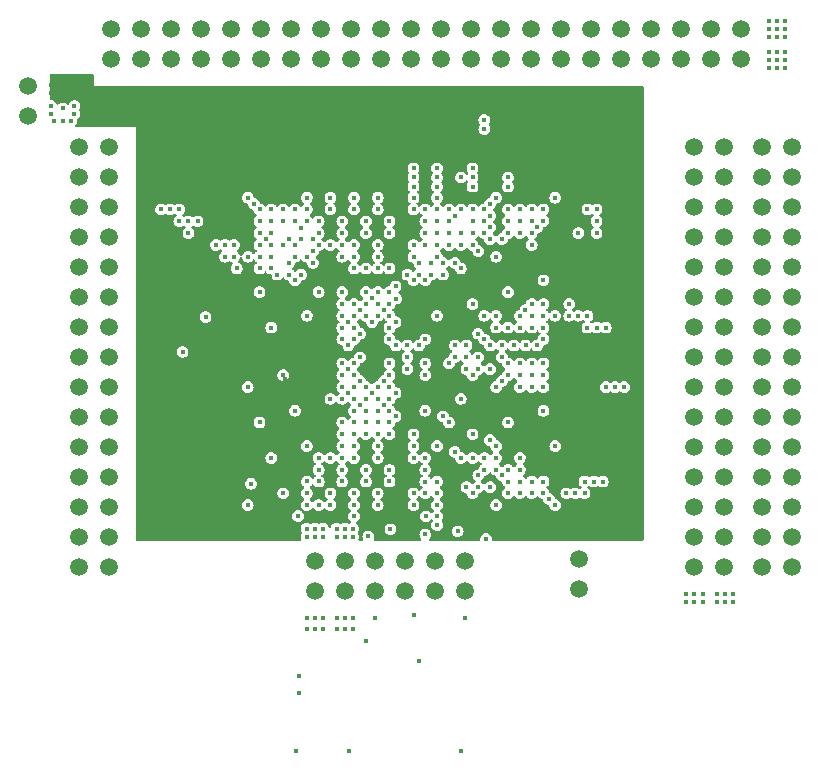
<source format=gbr>
G04 --- HEADER BEGIN --- *
G04 #@! TF.GenerationSoftware,LibrePCB,LibrePCB,1.1.0*
G04 #@! TF.CreationDate,2024-09-08T17:15:58*
G04 #@! TF.ProjectId,flasher,f4b07f79-14a2-4070-9d7d-1f686dcb10c4,v1*
G04 #@! TF.Part,Single*
G04 #@! TF.SameCoordinates*
G04 #@! TF.FileFunction,Copper,L2,Inr*
G04 #@! TF.FilePolarity,Positive*
%FSLAX66Y66*%
%MOMM*%
G01*
G75*
G04 --- HEADER END --- *
G04 --- APERTURE LIST BEGIN --- *
G04 #@! TA.AperFunction,ComponentPad*
%ADD10C,1.5*%
G04 #@! TA.AperFunction,ViaPad*
%ADD11C,0.4*%
G04 #@! TA.AperFunction,Conductor*
%ADD12C,0.01*%
G04 #@! TD*
G04 --- APERTURE LIST END --- *
G04 --- BOARD BEGIN --- *
D10*
G04 #@! TO.N,P64_1V8*
G04 #@! TO.C,J2*
G04 #@! TO.P,J2,24,24*
X-24804000Y-10630000D03*
G04 #@! TO.N,P45_1V8*
G04 #@! TO.P,J2,2,2*
X-24804000Y17310000D03*
G04 #@! TO.N,P55_1V8*
G04 #@! TO.P,J2,18,18*
X-24804000Y-3010000D03*
G04 #@! TO.N,P53_1V8*
G04 #@! TO.P,J2,8,8*
X-24804000Y9690000D03*
G04 #@! TO.N,P68_1V8*
G04 #@! TO.P,J2,15,15*
X-27344000Y-470000D03*
G04 #@! TO.N,P61_1V8*
G04 #@! TO.P,J2,3,3*
X-27344000Y14770000D03*
G04 #@! TO.N,P72_1V8*
G04 #@! TO.P,J2,14,14*
X-24804000Y2070000D03*
G04 #@! TO.N,P43_1V8*
G04 #@! TO.P,J2,6,6*
X-24804000Y12230000D03*
G04 #@! TO.N,P49_1V8*
G04 #@! TO.P,J2,22,22*
X-24804000Y-8090000D03*
G04 #@! TO.N,P65_1V8*
G04 #@! TO.P,J2,12,12*
X-24804000Y4610000D03*
G04 #@! TO.N,P62_1V8*
G04 #@! TO.P,J2,26,26*
X-24804000Y-13170000D03*
G04 #@! TO.N,P52_1V8*
G04 #@! TO.P,J2,9,9*
X-27344000Y7150000D03*
G04 #@! TO.N,P46_1V8*
G04 #@! TO.P,J2,1,1*
X-27344000Y17310000D03*
G04 #@! TO.N,P50_1V8*
G04 #@! TO.P,J2,23,23*
X-27344000Y-10630000D03*
G04 #@! TO.N,P56_1V8*
G04 #@! TO.P,J2,13,13*
X-27344000Y2070000D03*
G04 #@! TO.N,P58_1V8*
G04 #@! TO.P,J2,19,19*
X-27344000Y-5550000D03*
G04 #@! TO.N,P59_1V8*
G04 #@! TO.P,J2,11,11*
X-27344000Y4610000D03*
G04 #@! TO.N,P54_1V8*
G04 #@! TO.P,J2,7,7*
X-27344000Y9690000D03*
G04 #@! TO.N,P44_1V8*
G04 #@! TO.P,J2,5,5*
X-27344000Y12230000D03*
G04 #@! TO.N,P60_1V8*
G04 #@! TO.P,J2,4,4*
X-24804000Y14770000D03*
G04 #@! TO.N,P66_1V8*
G04 #@! TO.P,J2,28,28*
X-24804000Y-15710000D03*
G04 #@! TO.N,P69_1V8*
G04 #@! TO.P,J2,29,29*
X-27344000Y-18250000D03*
G04 #@! TO.N,P70_1V8*
G04 #@! TO.P,J2,17,17*
X-27344000Y-3010000D03*
G04 #@! TO.N,P51_1V8*
G04 #@! TO.P,J2,30,30*
X-24804000Y-18250000D03*
G04 #@! TO.N,P71_1V8*
G04 #@! TO.P,J2,16,16*
X-24804000Y-470000D03*
G04 #@! TO.N,P47_1V8*
G04 #@! TO.P,J2,20,20*
X-24804000Y-5550000D03*
G04 #@! TO.N,P48_1V8*
G04 #@! TO.P,J2,21,21*
X-27344000Y-8090000D03*
G04 #@! TO.N,P67_1V8*
G04 #@! TO.P,J2,27,27*
X-27344000Y-15710000D03*
G04 #@! TO.N,P57_1V8*
G04 #@! TO.P,J2,10,10*
X-24804000Y7150000D03*
G04 #@! TO.N,P63_1V8*
G04 #@! TO.P,J2,25,25*
X-27344000Y-13170000D03*
G04 #@! TO.N,GND*
G04 #@! TO.C,J4*
G04 #@! TO.P,J4,2,2*
X-31589000Y19991000D03*
G04 #@! TO.N,+5V*
G04 #@! TO.P,J4,1,1*
X-31589000Y22531000D03*
G04 #@! TO.N,P38_3V3*
G04 #@! TO.C,J6*
G04 #@! TO.P,J6,26,26*
X27340000Y-13170000D03*
G04 #@! TO.N,P1_3V3*
G04 #@! TO.P,J6,4,4*
X27340000Y14770000D03*
G04 #@! TO.N,P24_3V3*
G04 #@! TO.P,J6,14,14*
X27340000Y2070000D03*
G04 #@! TO.N,P44_3V3*
G04 #@! TO.P,J6,21,21*
X24800000Y-8090000D03*
G04 #@! TO.N,P2_3V3*
G04 #@! TO.P,J6,6,6*
X27340000Y12230000D03*
G04 #@! TO.N,P26_3V3*
G04 #@! TO.P,J6,11,11*
X24800000Y4610000D03*
G04 #@! TO.N,P40_3V3*
G04 #@! TO.P,J6,28,28*
X27340000Y-15710000D03*
G04 #@! TO.N,P22_3V3*
G04 #@! TO.P,J6,16,16*
X27340000Y-470000D03*
G04 #@! TO.N,P48_3V3*
G04 #@! TO.P,J6,17,17*
X24800000Y-3010000D03*
G04 #@! TO.N,P7_3V3*
G04 #@! TO.P,J6,9,9*
X24800000Y7150000D03*
G04 #@! TO.N,P23_3V3*
G04 #@! TO.P,J6,13,13*
X24800000Y2070000D03*
G04 #@! TO.N,P3_3V3*
G04 #@! TO.P,J6,5,5*
X24800000Y12230000D03*
G04 #@! TO.N,P0_3V3*
G04 #@! TO.P,J6,2,2*
X27340000Y17310000D03*
G04 #@! TO.N,P45_3V3*
G04 #@! TO.P,J6,22,22*
X27340000Y-8090000D03*
G04 #@! TO.N,P35_3V3*
G04 #@! TO.P,J6,23,23*
X24800000Y-10630000D03*
G04 #@! TO.N,P37_3V3*
G04 #@! TO.P,J6,25,25*
X24800000Y-13170000D03*
G04 #@! TO.N,P9_3V3*
G04 #@! TO.P,J6,8,8*
X27340000Y9690000D03*
G04 #@! TO.N,P43_3V3*
G04 #@! TO.P,J6,18,18*
X27340000Y-3010000D03*
G04 #@! TO.N,P6_3V3*
G04 #@! TO.P,J6,7,7*
X24800000Y9690000D03*
G04 #@! TO.N,P49_3V3*
G04 #@! TO.P,J6,20,20*
X27340000Y-5550000D03*
G04 #@! TO.N,N/C*
G04 #@! TO.P,J6,15,15*
X24800000Y-470000D03*
G04 #@! TO.N,GND*
G04 #@! TO.P,J6,30,30*
X27340000Y-18250000D03*
G04 #@! TO.N,P5_3V3*
G04 #@! TO.P,J6,1,1*
X24800000Y17310000D03*
G04 #@! TO.N,P4_3V3*
G04 #@! TO.P,J6,3,3*
X24800000Y14770000D03*
G04 #@! TO.N,P8_3V3*
G04 #@! TO.P,J6,10,10*
X27340000Y7150000D03*
G04 #@! TO.N,P25_3V3*
G04 #@! TO.P,J6,12,12*
X27340000Y4610000D03*
G04 #@! TO.N,VCC3V3*
G04 #@! TO.P,J6,29,29*
X24800000Y-18250000D03*
G04 #@! TO.N,P42_3V3*
G04 #@! TO.P,J6,19,19*
X24800000Y-5550000D03*
G04 #@! TO.N,P41_3V3*
G04 #@! TO.P,J6,27,27*
X24800000Y-15710000D03*
G04 #@! TO.N,P36_3V3*
G04 #@! TO.P,J6,24,24*
X27340000Y-10630000D03*
G04 #@! TO.N,P29_1V8*
G04 #@! TO.C,J1*
G04 #@! TO.P,J1,42,42*
X26202000Y27340000D03*
G04 #@! TO.N,P41_1V8*
G04 #@! TO.P,J1,9,9*
X-14438000Y24800000D03*
G04 #@! TO.N,P0_1V8*
G04 #@! TO.P,J1,6,6*
X-19518000Y27340000D03*
G04 #@! TO.N,P30_1V8*
G04 #@! TO.P,J1,41,41*
X26202000Y24800000D03*
G04 #@! TO.N,P7_1V8*
G04 #@! TO.P,J1,19,19*
X-1738000Y24800000D03*
G04 #@! TO.N,P11_1V8*
G04 #@! TO.P,J1,26,26*
X5882000Y27340000D03*
G04 #@! TO.N,P1_1V8*
G04 #@! TO.P,J1,5,5*
X-19518000Y24800000D03*
G04 #@! TO.N,P40_1V8*
G04 #@! TO.P,J1,17,17*
X-4278000Y24800000D03*
G04 #@! TO.N,GND*
G04 #@! TO.P,J1,44,44*
X28742000Y27340000D03*
G04 #@! TO.N,P6_1V8*
G04 #@! TO.P,J1,8,8*
X-16978000Y27340000D03*
G04 #@! TO.N,P27_1V8*
G04 #@! TO.P,J1,40,40*
X23662000Y27340000D03*
G04 #@! TO.N,P22_1V8*
G04 #@! TO.P,J1,30,30*
X10962000Y27340000D03*
G04 #@! TO.N,P23_1V8*
G04 #@! TO.P,J1,31,31*
X13502000Y24800000D03*
G04 #@! TO.N,P34_1V8*
G04 #@! TO.P,J1,1,1*
X-24598000Y24800000D03*
G04 #@! TO.N,P21_1V8*
G04 #@! TO.P,J1,29,29*
X10962000Y24800000D03*
G04 #@! TO.N,P31_1V8*
G04 #@! TO.P,J1,34,34*
X16042000Y27340000D03*
G04 #@! TO.N,P32_1V8*
G04 #@! TO.P,J1,3,3*
X-22058000Y24800000D03*
G04 #@! TO.N,P12_1V8*
G04 #@! TO.P,J1,25,25*
X5882000Y24800000D03*
G04 #@! TO.N,P17_1V8*
G04 #@! TO.P,J1,24,24*
X3342000Y27340000D03*
G04 #@! TO.N,P33_1V8*
G04 #@! TO.P,J1,2,2*
X-24598000Y27340000D03*
G04 #@! TO.N,P20_1V8*
G04 #@! TO.P,J1,28,28*
X8422000Y27340000D03*
G04 #@! TO.N,P37_1V8*
G04 #@! TO.P,J1,16,16*
X-6818000Y27340000D03*
G04 #@! TO.N,P13_1V8*
G04 #@! TO.P,J1,22,22*
X802000Y27340000D03*
G04 #@! TO.N,P14_1V8*
G04 #@! TO.P,J1,38,38*
X21122000Y27340000D03*
G04 #@! TO.N,VCC1V8*
G04 #@! TO.P,J1,43,43*
X28742000Y24800000D03*
G04 #@! TO.N,P35_1V8*
G04 #@! TO.P,J1,13,13*
X-9358000Y24800000D03*
G04 #@! TO.N,P25_1V8*
G04 #@! TO.P,J1,33,33*
X16042000Y24800000D03*
G04 #@! TO.N,P2_1V8*
G04 #@! TO.P,J1,4,4*
X-22058000Y27340000D03*
G04 #@! TO.N,P19_1V8*
G04 #@! TO.P,J1,27,27*
X8422000Y24800000D03*
G04 #@! TO.N,P3_1V8*
G04 #@! TO.P,J1,7,7*
X-16978000Y24800000D03*
G04 #@! TO.N,P4_1V8*
G04 #@! TO.P,J1,11,11*
X-11898000Y24800000D03*
G04 #@! TO.N,P15_1V8*
G04 #@! TO.P,J1,35,35*
X18582000Y24800000D03*
G04 #@! TO.N,P8_1V8*
G04 #@! TO.P,J1,20,20*
X-1738000Y27340000D03*
G04 #@! TO.N,P28_1V8*
G04 #@! TO.P,J1,37,37*
X21122000Y24800000D03*
G04 #@! TO.N,P10_1V8*
G04 #@! TO.P,J1,21,21*
X802000Y24800000D03*
G04 #@! TO.N,P38_1V8*
G04 #@! TO.P,J1,18,18*
X-4278000Y27340000D03*
G04 #@! TO.N,P16_1V8*
G04 #@! TO.P,J1,36,36*
X18582000Y27340000D03*
G04 #@! TO.N,P18_1V8*
G04 #@! TO.P,J1,23,23*
X3342000Y24800000D03*
G04 #@! TO.N,P39_1V8*
G04 #@! TO.P,J1,15,15*
X-6818000Y24800000D03*
G04 #@! TO.N,P24_1V8*
G04 #@! TO.P,J1,32,32*
X13502000Y27340000D03*
G04 #@! TO.N,P9_1V8*
G04 #@! TO.P,J1,12,12*
X-11898000Y27340000D03*
G04 #@! TO.N,P36_1V8*
G04 #@! TO.P,J1,14,14*
X-9358000Y27340000D03*
G04 #@! TO.N,P26_1V8*
G04 #@! TO.P,J1,39,39*
X23662000Y24800000D03*
G04 #@! TO.N,P42_1V8*
G04 #@! TO.P,J1,10,10*
X-14438000Y27340000D03*
G04 #@! TO.N,GND*
G04 #@! TO.C,J8*
G04 #@! TO.P,J8,2,2*
X15040000Y-20070000D03*
G04 #@! TO.N,PROGRAM_B*
G04 #@! TO.P,J8,1,1*
X15040000Y-17530000D03*
G04 #@! TO.N,P57_3V3*
G04 #@! TO.C,J3*
G04 #@! TO.P,J3,24,24*
X33070000Y-10630000D03*
G04 #@! TO.N,P13_3V3*
G04 #@! TO.P,J3,2,2*
X33070000Y17310000D03*
G04 #@! TO.N,P33_3V3*
G04 #@! TO.P,J3,18,18*
X33070000Y-3010000D03*
G04 #@! TO.N,P11_3V3*
G04 #@! TO.P,J3,8,8*
X33070000Y9690000D03*
G04 #@! TO.N,P15_3V3*
G04 #@! TO.P,J3,15,15*
X30530000Y-470000D03*
G04 #@! TO.N,P27_3V3*
G04 #@! TO.P,J3,3,3*
X30530000Y14770000D03*
G04 #@! TO.N,P21_3V3*
G04 #@! TO.P,J3,14,14*
X33070000Y2070000D03*
G04 #@! TO.N,P10_3V3*
G04 #@! TO.P,J3,6,6*
X33070000Y12230000D03*
G04 #@! TO.N,P51_3V3*
G04 #@! TO.P,J3,22,22*
X33070000Y-8090000D03*
G04 #@! TO.N,P19_3V3*
G04 #@! TO.P,J3,12,12*
X33070000Y4610000D03*
G04 #@! TO.N,P55_3V3*
G04 #@! TO.P,J3,26,26*
X33070000Y-13170000D03*
G04 #@! TO.N,P18_3V3*
G04 #@! TO.P,J3,9,9*
X30530000Y7150000D03*
G04 #@! TO.N,N/C*
G04 #@! TO.P,J3,1,1*
X30530000Y17310000D03*
G04 #@! TO.N,P54_3V3*
G04 #@! TO.P,J3,23,23*
X30530000Y-10630000D03*
G04 #@! TO.N,P30_3V3*
G04 #@! TO.P,J3,13,13*
X30530000Y2070000D03*
G04 #@! TO.N,P29_3V3*
G04 #@! TO.P,J3,19,19*
X30530000Y-5550000D03*
G04 #@! TO.N,P20_3V3*
G04 #@! TO.P,J3,11,11*
X30530000Y4610000D03*
G04 #@! TO.N,P16_3V3*
G04 #@! TO.P,J3,7,7*
X30530000Y9690000D03*
G04 #@! TO.N,P12_3V3*
G04 #@! TO.P,J3,5,5*
X30530000Y12230000D03*
G04 #@! TO.N,P14_3V3*
G04 #@! TO.P,J3,4,4*
X33070000Y14770000D03*
G04 #@! TO.N,N/C*
G04 #@! TO.P,J3,28,28*
X33070000Y-15710000D03*
G04 #@! TO.N,P47_3V3*
G04 #@! TO.P,J3,29,29*
X30530000Y-18250000D03*
G04 #@! TO.N,P32_3V3*
G04 #@! TO.P,J3,17,17*
X30530000Y-3010000D03*
G04 #@! TO.N,P46_3V3*
G04 #@! TO.P,J3,30,30*
X33070000Y-18250000D03*
G04 #@! TO.N,P34_3V3*
G04 #@! TO.P,J3,16,16*
X33070000Y-470000D03*
G04 #@! TO.N,P31_3V3*
G04 #@! TO.P,J3,20,20*
X33070000Y-5550000D03*
G04 #@! TO.N,P50_3V3*
G04 #@! TO.P,J3,21,21*
X30530000Y-8090000D03*
G04 #@! TO.N,P52_3V3*
G04 #@! TO.P,J3,27,27*
X30530000Y-15710000D03*
G04 #@! TO.N,P17_3V3*
G04 #@! TO.P,J3,10,10*
X33070000Y7150000D03*
G04 #@! TO.N,P56_3V3*
G04 #@! TO.P,J3,25,25*
X30530000Y-13170000D03*
G04 #@! TO.N,N23*
G04 #@! TO.C,J5*
G04 #@! TO.P,J5,9,9*
X2817000Y-20270000D03*
G04 #@! TO.N,FLASH_VCC*
G04 #@! TO.P,J5,1,1*
X-7343000Y-20270000D03*
G04 #@! TO.N,GND*
G04 #@! TO.P,J5,4,4*
X-4803000Y-17730000D03*
G04 #@! TO.N,FLASH_SCK*
G04 #@! TO.P,J5,5,5*
X-2263000Y-20270000D03*
G04 #@! TO.N,VCC3V3*
G04 #@! TO.P,J5,2,2*
X-7343000Y-17730000D03*
G04 #@! TO.N,FLASH_VSS*
G04 #@! TO.P,J5,3,3*
X-4803000Y-20270000D03*
G04 #@! TO.N,CCLK*
G04 #@! TO.P,J5,6,6*
X-2263000Y-17730000D03*
G04 #@! TO.N,D0*
G04 #@! TO.P,J5,10,10*
X2817000Y-17730000D03*
G04 #@! TO.N,FLASH_CS*
G04 #@! TO.P,J5,11,11*
X5357000Y-20270000D03*
G04 #@! TO.N,FCS_B*
G04 #@! TO.P,J5,12,12*
X5357000Y-17730000D03*
G04 #@! TO.N,D1*
G04 #@! TO.P,J5,8,8*
X277000Y-17730000D03*
G04 #@! TO.N,N13*
G04 #@! TO.P,J5,7,7*
X277000Y-20270000D03*
D11*
G04 #@! TD.C*
G04 #@! TD.P*
G04 #@! TO.N,GND*
X32500000Y26600000D03*
G04 #@! TO.N,P31_1V8*
X11017000Y10042000D03*
G04 #@! TO.N,GND*
X-29392000Y19508000D03*
X26700000Y-20500000D03*
G04 #@! TO.N,VCC3V3*
X24100000Y-20500000D03*
G04 #@! TO.N,P71_1V8*
X-8500000Y6524000D03*
G04 #@! TO.N,P45_3V3*
X9018000Y-11994000D03*
G04 #@! TO.N,P28_1V8*
X10017000Y11042000D03*
G04 #@! TO.N,P70_1V8*
X-9500000Y6524000D03*
G04 #@! TO.N,P21_3V3*
X12018000Y-1994000D03*
G04 #@! TO.N,VCC3V3*
X24800000Y-21200000D03*
G04 #@! TO.N,GND*
X-7018000Y10042000D03*
X3018000Y-7994000D03*
X-13018000Y-2993000D03*
G04 #@! TO.N,P34_1V8*
X1017000Y13982000D03*
G04 #@! TO.N,GND*
X-4018000Y3042000D03*
G04 #@! TO.N,P55_3V3*
X9018000Y-9994000D03*
G04 #@! TO.N,P63_1V8*
X-14958000Y9042000D03*
G04 #@! TO.N,GND*
X2018000Y-9994000D03*
G04 #@! TO.N,P33_1V8*
X2017000Y6042000D03*
G04 #@! TO.N,GND*
X-5018000Y-9993000D03*
G04 #@! TO.N,P9_1V8*
X6017000Y13982000D03*
G04 #@! TO.N,VCC3V3*
X10497000Y3528000D03*
G04 #@! TO.N,GND*
X2017000Y12042000D03*
G04 #@! TO.N,P36_1V8*
X3017000Y9042000D03*
G04 #@! TO.N,GND*
X7018000Y-9994000D03*
X11018000Y-11994000D03*
G04 #@! TO.N,VCC1V0*
X-4018000Y-4993000D03*
G04 #@! TO.N,GND*
X-11018000Y2042000D03*
X-1018000Y-4993000D03*
X31100000Y28000000D03*
X-7018000Y9042000D03*
X32500000Y28000000D03*
G04 #@! TO.N,VCC3V3*
X-8754000Y-13928000D03*
G04 #@! TO.N,P27_1V8*
X15747000Y12042000D03*
G04 #@! TO.N,GND*
X2017000Y9042000D03*
X8018000Y-2994000D03*
G04 #@! TO.N,PROGRAM_B*
X3018000Y-13934000D03*
G04 #@! TO.N,GND*
X-7018000Y-10993000D03*
G04 #@! TO.N,VCC3V3*
X-3018000Y-5993000D03*
G04 #@! TO.N,VCC1V8*
X7500000Y12524000D03*
G04 #@! TO.N,P59_1V8*
X-9500000Y9525000D03*
G04 #@! TO.N,GND*
X-27692000Y20808000D03*
G04 #@! TO.N,P54_3V3*
X10018000Y-9994000D03*
G04 #@! TO.N,P11_1V8*
X7017000Y19622000D03*
G04 #@! TO.N,GND*
X-3018000Y11042000D03*
G04 #@! TO.N,P3_3V3*
X15746000Y3042000D03*
G04 #@! TO.N,VCC3V3*
X-2813000Y-15638000D03*
G04 #@! TO.N,GND*
X-5018000Y-6993000D03*
X-28692000Y19508000D03*
G04 #@! TO.N,P58_1V8*
X-18038000Y10042000D03*
G04 #@! TO.N,VCC1V8*
X8017000Y13042000D03*
G04 #@! TO.N,P54_1V8*
X-20348000Y12042000D03*
G04 #@! TO.N,GND*
X-1018000Y-6993000D03*
X-2018000Y5042000D03*
G04 #@! TO.N,+5V*
X-28692000Y22058000D03*
G04 #@! TO.N,FLASH_VSS*
X-4103000Y-23470000D03*
G04 #@! TO.N,P17_1V8*
X9017000Y14752000D03*
G04 #@! TO.N,VCC1V8*
X-5018000Y5042000D03*
G04 #@! TO.N,INIT_B*
X-3018000Y-4993000D03*
G04 #@! TO.N,P2_1V8*
X4017000Y12042000D03*
G04 #@! TO.N,VCC1V8*
X-4500000Y-3475000D03*
X-5018000Y-3993000D03*
G04 #@! TO.N,GND*
X-5503000Y-14980000D03*
G04 #@! TO.N,P30_1V8*
X16517000Y10042000D03*
G04 #@! TO.N,VCC3V3*
X-16586000Y2942000D03*
G04 #@! TO.N,+5V*
X-9855000Y-5525000D03*
G04 #@! TO.N,VCC3V3*
X8501000Y-471000D03*
G04 #@! TO.N,GND*
X-8018000Y-11993000D03*
G04 #@! TO.N,P8_1V8*
X6017000Y11047000D03*
G04 #@! TO.N,GND*
X2018000Y-4994000D03*
X3017000Y11042000D03*
X26700000Y-21200000D03*
G04 #@! TO.N,P67_1V8*
X-11018000Y8042000D03*
G04 #@! TO.N,GND*
X-4018000Y-1993000D03*
X4018000Y-994000D03*
G04 #@! TO.N,P1_3V3*
X14206000Y4042000D03*
G04 #@! TO.N,M0*
X-7018000Y-12993000D03*
G04 #@! TO.N,P1_1V8*
X4017000Y11042000D03*
G04 #@! TO.N,P4_3V3*
X14206000Y3042000D03*
G04 #@! TO.N,P65_1V8*
X-7500000Y8524000D03*
G04 #@! TO.N,GND*
X-3018000Y7042000D03*
G04 #@! TO.N,P33_1V8*
X1017000Y14752000D03*
G04 #@! TO.N,VCC1V0*
X-2501000Y4525000D03*
X-3018000Y5042000D03*
G04 #@! TO.N,P69_1V8*
X-12018000Y7042000D03*
G04 #@! TO.N,P53_1V8*
X-10018000Y12042000D03*
G04 #@! TO.N,VCC1V8*
X-11499000Y9522000D03*
G04 #@! TO.N,P7_3V3*
X9017000Y2042000D03*
G04 #@! TO.N,P18_1V8*
X9017000Y12042000D03*
G04 #@! TO.N,GND*
X-2018000Y12042000D03*
G04 #@! TO.N,FLASH_VCC*
X-8043000Y-22570000D03*
G04 #@! TO.N,GND*
X31800000Y28000000D03*
G04 #@! TO.N,VCC1V0*
X-500000Y-5480000D03*
X-1018000Y-5993000D03*
G04 #@! TO.N,P62_1V8*
X-14188000Y9042000D03*
G04 #@! TO.N,P36_3V3*
X12018000Y-11994000D03*
G04 #@! TO.N,D2*
X500000Y-475000D03*
X1018000Y-22282000D03*
G04 #@! TO.N,P55_1V8*
X-12018000Y11042000D03*
G04 #@! TO.N,GND*
X8017000Y8042000D03*
G04 #@! TO.N,VCC3V3*
X-6643000Y-14980000D03*
X-7343000Y-15680000D03*
G04 #@! TO.N,GND*
X1018000Y-12994000D03*
X3017000Y13042000D03*
G04 #@! TO.N,P29_1V8*
X11017000Y11042000D03*
G04 #@! TO.N,GND*
X-4018000Y7042000D03*
G04 #@! TO.N,VCC3V3*
X12500000Y-12475000D03*
G04 #@! TO.N,P52_3V3*
X6500000Y-10476000D03*
G04 #@! TO.N,P68_1V8*
X-9500000Y7524000D03*
G04 #@! TO.N,GND*
X-9018000Y-4993000D03*
G04 #@! TO.N,P44_3V3*
X14728000Y-11994000D03*
G04 #@! TO.N,P27_1V8*
X12017000Y12042000D03*
G04 #@! TO.N,DONE*
X-4018000Y-13933000D03*
G04 #@! TO.N,FLASH_VCC*
X-6643000Y-23470000D03*
G04 #@! TO.N,P17_3V3*
X11018000Y-994000D03*
G04 #@! TO.N,GND*
X-4018000Y1042000D03*
G04 #@! TO.N,P12_3V3*
X9500000Y524000D03*
G04 #@! TO.N,+5V*
X-7063000Y-5641000D03*
G04 #@! TO.N,GND*
X-12735000Y-11175000D03*
G04 #@! TO.N,P0_1V8*
X3017000Y15522000D03*
G04 #@! TO.N,+5V*
X-27692000Y21858000D03*
G04 #@! TO.N,P57_1V8*
X-10018000Y11042000D03*
G04 #@! TO.N,FLASH_VCC*
X-8918000Y-33833000D03*
G04 #@! TO.N,P4_3V3*
X12017000Y3042000D03*
G04 #@! TO.N,FLASH_VSS*
X-4103000Y-22570000D03*
G04 #@! TO.N,P12_1V8*
X7017000Y12042000D03*
G04 #@! TO.N,GND*
X-5018000Y9042000D03*
G04 #@! TO.N,P18_1V8*
X9017000Y13982000D03*
G04 #@! TO.N,VCC1V8*
X31800000Y25400000D03*
G04 #@! TO.N,GND*
X-29692000Y20108000D03*
G04 #@! TO.N,+5V*
X-19934000Y-5605000D03*
G04 #@! TO.N,P69_1V8*
X-13958000Y7042000D03*
G04 #@! TO.N,P44_3V3*
X10018000Y-11994000D03*
G04 #@! TO.N,GND*
X-7018000Y-9993000D03*
X11018000Y-1994000D03*
G04 #@! TO.N,VCC1V0*
X-1499000Y-4476000D03*
G04 #@! TO.N,GND*
X2018000Y-10994000D03*
G04 #@! TO.N,VCC3V3*
X6018000Y-1994000D03*
G04 #@! TO.N,P8_3V3*
X16516000Y2042000D03*
G04 #@! TO.N,P49_3V3*
X17038000Y-10994000D03*
G04 #@! TO.N,FLASH_VCC*
X-6643000Y-22570000D03*
G04 #@! TO.N,GND*
X-1018000Y2042000D03*
G04 #@! TO.N,VCC3V3*
X8017000Y3042000D03*
X5501000Y-11476000D03*
G04 #@! TO.N,+5V*
X-28692000Y23158000D03*
G04 #@! TO.N,GND*
X5018000Y-3994000D03*
G04 #@! TO.N,VCC1V8*
X31100000Y24000000D03*
G04 #@! TO.N,GND*
X-28692000Y20608000D03*
G04 #@! TO.N,VCC1V8*
X32500000Y24000000D03*
G04 #@! TO.N,P7_1V8*
X6017000Y10042000D03*
G04 #@! TO.N,P60_1V8*
X-8500000Y9525000D03*
G04 #@! TO.N,GND*
X5017000Y7042000D03*
G04 #@! TO.N,VCC1V0*
X-1018000Y-1993000D03*
G04 #@! TO.N,P34_3V3*
X8500000Y-2476000D03*
G04 #@! TO.N,PROGRAM_B*
X2078000Y-13934000D03*
G04 #@! TO.N,VCC3V3*
X9018000Y-994000D03*
G04 #@! TO.N,GND*
X7175000Y-15852000D03*
G04 #@! TO.N,VCC3V3*
X-940000Y-15040000D03*
G04 #@! TO.N,P72_1V8*
X-9018000Y8042000D03*
G04 #@! TO.N,VCC3V3*
X13018000Y-12994000D03*
G04 #@! TO.N,P32_1V8*
X1017000Y15522000D03*
G04 #@! TO.N,FLASH_VSS*
X-8718000Y-28933000D03*
G04 #@! TO.N,P40_1V8*
X4500000Y7524000D03*
G04 #@! TO.N,P57_3V3*
X6018000Y-8994000D03*
G04 #@! TO.N,GND*
X6018000Y-6994000D03*
G04 #@! TO.N,P37_1V8*
X4017000Y9042000D03*
G04 #@! TO.N,P7_1V8*
X6017000Y15522000D03*
G04 #@! TO.N,GND*
X3017000Y12042000D03*
G04 #@! TO.N,P52_1V8*
X-12018000Y12042000D03*
G04 #@! TO.N,GND*
X-5018000Y-7993000D03*
X-4018000Y12042000D03*
X-3018000Y-10993000D03*
X-3018000Y10042000D03*
X-2018000Y8042000D03*
G04 #@! TO.N,P41_1V8*
X2500000Y6524000D03*
G04 #@! TO.N,VCC3V3*
X5018000Y-8994000D03*
G04 #@! TO.N,GND*
X-5018000Y8042000D03*
X7017000Y11042000D03*
G04 #@! TO.N,P57_1V8*
X-18808000Y11042000D03*
G04 #@! TO.N,GND*
X-8018000Y3042000D03*
G04 #@! TO.N,P15_1V8*
X7500000Y10525000D03*
G04 #@! TO.N,GND*
X-4018000Y-7993000D03*
X31800000Y26600000D03*
G04 #@! TO.N,FLASH_VCC*
X-8043000Y-23470000D03*
G04 #@! TO.N,D3*
X-2982000Y-24500000D03*
X500000Y524000D03*
G04 #@! TO.N,VCC3V3*
X25500000Y-21200000D03*
G04 #@! TO.N,GND*
X-5018000Y-10993000D03*
G04 #@! TO.N,P50_3V3*
X8018000Y-8994000D03*
G04 #@! TO.N,GND*
X-11018000Y12042000D03*
G04 #@! TO.N,CFGBVS*
X2018000Y-8994000D03*
G04 #@! TO.N,D1*
X2018000Y-15474000D03*
G04 #@! TO.N,GND*
X11017000Y9042000D03*
G04 #@! TO.N,P8_1V8*
X6017000Y14752000D03*
G04 #@! TO.N,GND*
X3017000Y3042000D03*
G04 #@! TO.N,P19_3V3*
X9018000Y-1994000D03*
G04 #@! TO.N,VCC1V8*
X500000Y6524000D03*
G04 #@! TO.N,+5V*
X-29392000Y23158000D03*
G04 #@! TO.N,GND*
X-1018000Y-9993000D03*
G04 #@! TO.N,+5V*
X-14088000Y5461000D03*
G04 #@! TO.N,GND*
X-5018000Y-5993000D03*
G04 #@! TO.N,CLK_27MHZ*
X6500000Y8524000D03*
G04 #@! TO.N,FLASH_VSS*
X-5503000Y-22570000D03*
G04 #@! TO.N,VCC3V3*
X8500000Y-10472000D03*
G04 #@! TO.N,P13_3V3*
X7017000Y3042000D03*
G04 #@! TO.N,GND*
X-4103000Y-14980000D03*
G04 #@! TO.N,P14_3V3*
X6497000Y1522000D03*
G04 #@! TO.N,GND*
X6017000Y4042000D03*
G04 #@! TO.N,P51_3V3*
X7018000Y-8994000D03*
G04 #@! TO.N,GND*
X-27992000Y19508000D03*
X-2018000Y-11993000D03*
G04 #@! TO.N,VCC1V0*
X-1476000Y3500000D03*
X-2018000Y4042000D03*
G04 #@! TO.N,VCC3V3*
X4760000Y-15210000D03*
X25500000Y-20500000D03*
G04 #@! TO.N,P29_1V8*
X16517000Y11042000D03*
G04 #@! TO.N,GND*
X-3018000Y4042000D03*
G04 #@! TO.N,VCC1V8*
X31100000Y25400000D03*
G04 #@! TO.N,VCC1V0*
X-3018000Y3042000D03*
G04 #@! TO.N,P6_3V3*
X12017000Y2042000D03*
G04 #@! TO.N,VCC3V3*
X11501000Y524000D03*
G04 #@! TO.N,VCC1V8*
X-10500000Y6524000D03*
X-11018000Y7042000D03*
X-13018000Y13042000D03*
G04 #@! TO.N,VCC1V0*
X-1018000Y1042000D03*
X-500000Y524000D03*
G04 #@! TO.N,GND*
X-27692000Y20108000D03*
G04 #@! TO.N,M0*
X-7018000Y-8993000D03*
G04 #@! TO.N,VCC1V8*
X31100000Y24700000D03*
G04 #@! TO.N,VCC1V0*
X-3500000Y1525000D03*
G04 #@! TO.N,GND*
X2018000Y-11994000D03*
G04 #@! TO.N,FLASH_VSS*
X-5503000Y-23470000D03*
G04 #@! TO.N,GND*
X13017000Y13042000D03*
X9018000Y-5994000D03*
G04 #@! TO.N,P38_1V8*
X5017000Y9042000D03*
G04 #@! TO.N,VCC1V8*
X8499000Y9522000D03*
X-5018000Y1042000D03*
X-4500000Y524000D03*
G04 #@! TO.N,GND*
X-8018000Y11042000D03*
X1018000Y-8994000D03*
G04 #@! TO.N,P43_3V3*
X12018000Y-10994000D03*
G04 #@! TO.N,P0_1V8*
X3017000Y10042000D03*
G04 #@! TO.N,GND*
X-4103000Y-15680000D03*
X-2018000Y-3993000D03*
G04 #@! TO.N,VCC1V8*
X-7018000Y5042000D03*
G04 #@! TO.N,GND*
X-1018000Y-2993000D03*
G04 #@! TO.N,P35_1V8*
X1500000Y7525000D03*
G04 #@! TO.N,GND*
X1017000Y13042000D03*
X-1018000Y-993000D03*
X9017000Y5042000D03*
G04 #@! TO.N,VCC3V3*
X7497000Y-7472000D03*
X-7343000Y-14980000D03*
G04 #@! TO.N,P1_1V8*
X3017000Y14752000D03*
G04 #@! TO.N,GND*
X-6018000Y-11993000D03*
X-6018000Y-3993000D03*
X-1018000Y4042000D03*
G04 #@! TO.N,P23_3V3*
X11018000Y-2994000D03*
G04 #@! TO.N,GND*
X-4018000Y-11993000D03*
G04 #@! TO.N,FLASH_VSS*
X-4803000Y-22570000D03*
G04 #@! TO.N,GND*
X-2018000Y-7993000D03*
G04 #@! TO.N,CLK_3V3_29.5MHZ*
X7500000Y525000D03*
G04 #@! TO.N,P22_3V3*
X10018000Y-2994000D03*
G04 #@! TO.N,GND*
X10018000Y-8994000D03*
G04 #@! TO.N,P31_1V8*
X14977000Y10042000D03*
G04 #@! TO.N,VCC1V8*
X2500000Y7525000D03*
X3017000Y8042000D03*
G04 #@! TO.N,GND*
X-4018000Y9042000D03*
X-8018000Y13042000D03*
G04 #@! TO.N,P2_3V3*
X14976000Y3042000D03*
G04 #@! TO.N,VCC3V3*
X24800000Y-20500000D03*
G04 #@! TO.N,P30_3V3*
X5500000Y524000D03*
G04 #@! TO.N,GND*
X-2018000Y3042000D03*
G04 #@! TO.N,P58_1V8*
X-11018000Y10042000D03*
G04 #@! TO.N,+5V*
X-9213000Y4261000D03*
G04 #@! TO.N,P16_1V8*
X7500000Y11524000D03*
G04 #@! TO.N,GND*
X2018000Y-994000D03*
G04 #@! TO.N,VCC1V0*
X-4018000Y2042000D03*
G04 #@! TO.N,VCC3V3*
X-6643000Y-15680000D03*
G04 #@! TO.N,P48_3V3*
X16268000Y-10994000D03*
G04 #@! TO.N,GND*
X-9018000Y6042000D03*
G04 #@! TO.N,P29_3V3*
X4500000Y524000D03*
G04 #@! TO.N,P39_1V8*
X3500000Y7524000D03*
G04 #@! TO.N,VCC1V8*
X-12500000Y12522000D03*
G04 #@! TO.N,GND*
X2017000Y11042000D03*
G04 #@! TO.N,P45_3V3*
X15498000Y-11994000D03*
G04 #@! TO.N,GND*
X-6018000Y-12993000D03*
G04 #@! TO.N,VCC1V8*
X12017000Y11042000D03*
G04 #@! TO.N,GND*
X-10018000Y-11993000D03*
G04 #@! TO.N,VCC1V8*
X-8018000Y8042000D03*
G04 #@! TO.N,GND*
X-8018000Y12042000D03*
G04 #@! TO.N,P46_3V3*
X7500000Y-11476000D03*
G04 #@! TO.N,VCC1V0*
X-1500000Y-2476000D03*
X-2018000Y-2993000D03*
G04 #@! TO.N,VCC1V8*
X-7493000Y7523000D03*
G04 #@! TO.N,P2_1V8*
X3017000Y13982000D03*
G04 #@! TO.N,P56_3V3*
X8018000Y-9994000D03*
G04 #@! TO.N,GND*
X-8018000Y-10993000D03*
G04 #@! TO.N,P66_1V8*
X-14188000Y8042000D03*
G04 #@! TO.N,P49_3V3*
X10018000Y-10994000D03*
G04 #@! TO.N,LED1*
X-18536000Y-8000D03*
G04 #@! TO.N,VCC1V0*
X-2499000Y2524000D03*
X-3018000Y-3993000D03*
G04 #@! TO.N,GND*
X4017000Y10042000D03*
G04 #@! TO.N,P31_3V3*
X5500000Y-475000D03*
G04 #@! TO.N,VCC3V3*
X4499000Y-8472000D03*
G04 #@! TO.N,GND*
X-12018000Y-5993000D03*
G04 #@! TO.N,CFGBVS*
X3018000Y-14704000D03*
G04 #@! TO.N,FLASH_SCK*
X-2263000Y-22570000D03*
G04 #@! TO.N,GND*
X-4018000Y-8993000D03*
X-6018000Y13042000D03*
G04 #@! TO.N,P42_1V8*
X3500000Y6524000D03*
G04 #@! TO.N,P36_3V3*
X13958000Y-11994000D03*
G04 #@! TO.N,GND*
X-8018000Y-12993000D03*
X-10018000Y9042000D03*
X-4018000Y-6993000D03*
X-5018000Y4042000D03*
G04 #@! TO.N,P67_1V8*
X-14958000Y8042000D03*
G04 #@! TO.N,GND*
X-2018000Y13042000D03*
G04 #@! TO.N,P9_1V8*
X6017000Y12042000D03*
G04 #@! TO.N,P1_3V3*
X12017000Y4042000D03*
G04 #@! TO.N,VCC1V8*
X4489000Y11524000D03*
G04 #@! TO.N,GND*
X3018000Y-10994000D03*
X32500000Y27300000D03*
G04 #@! TO.N,VCC1V8*
X-9018000Y11042000D03*
X32500000Y25400000D03*
X-12018000Y10042000D03*
G04 #@! TO.N,GND*
X13017000Y3042000D03*
G04 #@! TO.N,VCC1V0*
X-2500000Y-3475000D03*
G04 #@! TO.N,+5V*
X-27692000Y22558000D03*
G04 #@! TO.N,VCC1V8*
X31800000Y24700000D03*
G04 #@! TO.N,GND*
X-5018000Y-993000D03*
G04 #@! TO.N,FLASH_VSS*
X5020000Y-33833000D03*
G04 #@! TO.N,GND*
X-1018000Y11042000D03*
X1018000Y-11994000D03*
G04 #@! TO.N,VCC1V0*
X-3500000Y-475000D03*
G04 #@! TO.N,FCS_B*
X4500000Y-476000D03*
G04 #@! TO.N,VCC1V0*
X-4018000Y-2993000D03*
G04 #@! TO.N,GND*
X28100000Y-21200000D03*
G04 #@! TO.N,VCC1V0*
X-475000Y4500000D03*
X-1018000Y5042000D03*
G04 #@! TO.N,PROGRAM_B*
X3018000Y-11994000D03*
G04 #@! TO.N,P54_1V8*
X-9018000Y12042000D03*
G04 #@! TO.N,FLASH_VSS*
X-4803000Y-23470000D03*
G04 #@! TO.N,GND*
X12017000Y6042000D03*
G04 #@! TO.N,VCC1V0*
X-3501000Y-2475000D03*
G04 #@! TO.N,VCC3V3*
X12017000Y1042000D03*
G04 #@! TO.N,P55_1V8*
X-17268000Y11042000D03*
G04 #@! TO.N,VCC1V8*
X-5018000Y3042000D03*
X-4500000Y2524000D03*
G04 #@! TO.N,GND*
X-2018000Y-8993000D03*
X1017000Y12042000D03*
X-4018000Y-12993000D03*
G04 #@! TO.N,P56_1V8*
X-18038000Y11042000D03*
G04 #@! TO.N,GND*
X-1018000Y10042000D03*
G04 #@! TO.N,VCC1V0*
X-2018000Y-4993000D03*
G04 #@! TO.N,GND*
X-5018000Y-2993000D03*
X-7018000Y11042000D03*
X8018000Y-12994000D03*
G04 #@! TO.N,VCC1V0*
X-1018000Y3042000D03*
X-500000Y2524000D03*
X-3500000Y-4475000D03*
G04 #@! TO.N,GND*
X10017000Y2042000D03*
G04 #@! TO.N,FLASH_VCC*
X-7343000Y-23470000D03*
G04 #@! TO.N,P3_3V3*
X10017000Y3042000D03*
G04 #@! TO.N,GND*
X1018000Y-7994000D03*
G04 #@! TO.N,VCC1V8*
X5017000Y12042000D03*
X-4500000Y-1476000D03*
X-5018000Y-1993000D03*
G04 #@! TO.N,GND*
X31100000Y26600000D03*
G04 #@! TO.N,CCLK*
X-500000Y5524000D03*
G04 #@! TO.N,VCC3V3*
X1018000Y-6994000D03*
G04 #@! TO.N,FLASH_SCK*
X1482000Y-26213000D03*
G04 #@! TO.N,GND*
X-6018000Y9042000D03*
G04 #@! TO.N,P24_3V3*
X17308000Y-2994000D03*
G04 #@! TO.N,GND*
X-8018000Y-7993000D03*
G04 #@! TO.N,P53_1V8*
X-19578000Y12042000D03*
G04 #@! TO.N,P23_3V3*
X18078000Y-2994000D03*
G04 #@! TO.N,VCC1V8*
X9017000Y10042000D03*
G04 #@! TO.N,P8_3V3*
X11017000Y2042000D03*
G04 #@! TO.N,P26_1V8*
X11017000Y12042000D03*
G04 #@! TO.N,P47_3V3*
X6500000Y-11476000D03*
G04 #@! TO.N,FLASH_VCC*
X-7343000Y-22570000D03*
G04 #@! TO.N,GND*
X-4803000Y-15680000D03*
X31100000Y27300000D03*
X-4803000Y-14980000D03*
G04 #@! TO.N,P16_3V3*
X10018000Y-994000D03*
G04 #@! TO.N,P27_3V3*
X8017000Y2042000D03*
G04 #@! TO.N,GND*
X10017000Y12042000D03*
G04 #@! TO.N,VCC3V3*
X-8043000Y-14980000D03*
G04 #@! TO.N,P52_1V8*
X-18808000Y12042000D03*
G04 #@! TO.N,GND*
X-3018000Y-6993000D03*
X-4018000Y-3993000D03*
X-13018000Y-12993000D03*
G04 #@! TO.N,P64_1V8*
X-15728000Y9042000D03*
G04 #@! TO.N,VCC3V3*
X-8043000Y-15680000D03*
G04 #@! TO.N,GND*
X1017000Y8042000D03*
G04 #@! TO.N,FLASH_VCC*
X-8718000Y-27483000D03*
G04 #@! TO.N,GND*
X-4018000Y8042000D03*
X31800000Y27300000D03*
G04 #@! TO.N,VCC1V0*
X-4018000Y-993000D03*
G04 #@! TO.N,GND*
X-2018000Y-12993000D03*
X-13018000Y8042000D03*
X-2018000Y-6993000D03*
X13018000Y-7994000D03*
G04 #@! TO.N,P34_1V8*
X1500000Y6525000D03*
G04 #@! TO.N,GND*
X-6018000Y12042000D03*
G04 #@! TO.N,P10_3V3*
X10500000Y525000D03*
G04 #@! TO.N,VCC3V3*
X4018000Y-5994000D03*
X3499000Y-5475000D03*
G04 #@! TO.N,GND*
X-5018000Y-8993000D03*
X-12018000Y5042000D03*
X-3018000Y-9993000D03*
G04 #@! TO.N,P32_3V3*
X6500000Y-1476000D03*
G04 #@! TO.N,GND*
X-1018000Y7042000D03*
G04 #@! TO.N,D1*
X2018000Y-1994000D03*
G04 #@! TO.N,FLASH_CS*
X-4418000Y-33833000D03*
G04 #@! TO.N,GND*
X-11018000Y-8993000D03*
G04 #@! TO.N,+5V*
X-29692000Y21858000D03*
G04 #@! TO.N,P20_3V3*
X10018000Y-1994000D03*
G04 #@! TO.N,VCC3V3*
X9018000Y-10994000D03*
X5499000Y-1475000D03*
G04 #@! TO.N,GND*
X-5018000Y11042000D03*
G04 #@! TO.N,VCC3V3*
X24100000Y-21200000D03*
G04 #@! TO.N,GND*
X27400000Y-21200000D03*
G04 #@! TO.N,+5V*
X-27992000Y23158000D03*
X-29692000Y22558000D03*
X-8393000Y-2489000D03*
G04 #@! TO.N,GND*
X-2018000Y9042000D03*
G04 #@! TO.N,VCC3V3*
X2017000Y1042000D03*
X1500000Y525000D03*
G04 #@! TO.N,P12_1V8*
X7017000Y18852000D03*
G04 #@! TO.N,P64_1V8*
X-9018000Y9042000D03*
G04 #@! TO.N,VCC1V8*
X11500000Y10524000D03*
G04 #@! TO.N,GND*
X-2018000Y-5993000D03*
G04 #@! TO.N,P56_1V8*
X-11018000Y11042000D03*
G04 #@! TO.N,P18_3V3*
X12018000Y-994000D03*
G04 #@! TO.N,GND*
X-2018000Y7042000D03*
X12018000Y-4994000D03*
G04 #@! TO.N,P15_3V3*
X6500000Y-476000D03*
G04 #@! TO.N,P17_1V8*
X9017000Y11042000D03*
G04 #@! TO.N,GND*
X-29692000Y20808000D03*
G04 #@! TO.N,VCC3V3*
X8018000Y-7994000D03*
G04 #@! TO.N,VCC1V8*
X-8470000Y10507000D03*
X32500000Y24700000D03*
G04 #@! TO.N,GND*
X-5503000Y-15680000D03*
G04 #@! TO.N,P7_3V3*
X17286000Y2042000D03*
G04 #@! TO.N,P43_3V3*
X15498000Y-10994000D03*
G04 #@! TO.N,GND*
X-5018000Y2042000D03*
G04 #@! TO.N,P6_3V3*
X15746000Y2042000D03*
G04 #@! TO.N,P32_1V8*
X1017000Y6042000D03*
G04 #@! TO.N,GND*
X-3018000Y-2993000D03*
X1017000Y9042000D03*
G04 #@! TO.N,VCC3V3*
X6018000Y-11994000D03*
G04 #@! TO.N,P48_3V3*
X11018000Y-10994000D03*
G04 #@! TO.N,P11_3V3*
X8500000Y525000D03*
G04 #@! TO.N,GND*
X-4018000Y13042000D03*
G04 #@! TO.N,VCC1V8*
X31800000Y24000000D03*
X6017000Y9042000D03*
G04 #@! TO.N,P4_1V8*
X5017000Y14752000D03*
G04 #@! TO.N,GND*
X28100000Y-20500000D03*
G04 #@! TO.N,FLASH_CS*
X5357000Y-22570000D03*
G04 #@! TO.N,DONE*
X-4018000Y-5993000D03*
G04 #@! TO.N,P2_3V3*
X11017000Y3042000D03*
G04 #@! TO.N,GND*
X27400000Y-20500000D03*
G04 #@! TO.N,P33_3V3*
X7500000Y-1476000D03*
G04 #@! TO.N,GND*
X-10018000Y-1993000D03*
G04 #@! TO.N,VCC3V3*
X11017000Y4042000D03*
G04 #@! TO.N,GND*
X-1018000Y-10993000D03*
G04 #@! TO.N,P11_1V8*
X7017000Y10042000D03*
G04 #@! TO.N,D0*
X500000Y-1475000D03*
G04 #@! TO.N,VCC1V0*
X-3501000Y3525000D03*
X-4018000Y4042000D03*
G04 #@! TO.N,P24_3V3*
X12018000Y-2994000D03*
G04 #@! TO.N,GND*
X7017000Y1042000D03*
G04 #@! TO.N,P22_3V3*
X18848000Y-2994000D03*
G04 #@! TO.N,P30_1V8*
X10017000Y10042000D03*
G04 #@! TO.N,+5V*
X-9855000Y-2275000D03*
G04 #@! TO.N,P63_1V8*
X-11018000Y9042000D03*
G04 #@! TO.N,VCC1V0*
X-1018000Y-3993000D03*
X-500000Y-3476000D03*
G04 #@! TO.N,GND*
X3018000Y-12994000D03*
G04 #@! TO.N,P4_1V8*
X5017000Y10042000D03*
G04 #@! TO.N,P62_1V8*
X-12018000Y9042000D03*
G04 #@! TO.N,P66_1V8*
X-12018000Y8042000D03*
G04 #@! TO.N,P14_1V8*
X7500000Y9524000D03*
G04 #@! TO.N,P26_1V8*
X16517000Y12042000D03*
G04 #@! TO.N,GND*
X-5018000Y10042000D03*
G04 #@! TO.N,P61_1V8*
X-7500000Y9524000D03*
G04 #@! TO.N,GND*
X2017000Y10042000D03*
X-6018000Y-8993000D03*
D12*
G04 #@! TA.AperFunction,Conductor*
G04 #@! TO.N,+5V*
G36*
X-29800000Y21407144D02*
X-29780500Y21347817D01*
X-29700001Y21307145D01*
X-29685506Y21307145D01*
X-29569084Y21291818D01*
X-29556537Y21288456D01*
X-29448053Y21243520D01*
X-29436801Y21237024D01*
X-29343648Y21165544D01*
X-29334456Y21156352D01*
X-29262976Y21063199D01*
X-29256480Y21051947D01*
X-29224501Y20974743D01*
X-29183782Y20927394D01*
X-29122912Y20913436D01*
X-29052781Y20952134D01*
X-29049545Y20956351D01*
X-29040352Y20965544D01*
X-28947199Y21037024D01*
X-28935947Y21043520D01*
X-28827463Y21088456D01*
X-28814916Y21091818D01*
X-28698494Y21107145D01*
X-28685506Y21107145D01*
X-28569084Y21091818D01*
X-28556537Y21088456D01*
X-28448053Y21043520D01*
X-28436801Y21037024D01*
X-28343648Y20965544D01*
X-28334455Y20956351D01*
X-28331219Y20952134D01*
X-28279632Y20916938D01*
X-28217224Y20919212D01*
X-28159499Y20974743D01*
X-28127520Y21051947D01*
X-28121024Y21063199D01*
X-28049544Y21156352D01*
X-28040352Y21165544D01*
X-27947199Y21237024D01*
X-27935947Y21243520D01*
X-27827463Y21288456D01*
X-27814916Y21291818D01*
X-27698494Y21307145D01*
X-27685506Y21307145D01*
X-27569084Y21291818D01*
X-27556537Y21288456D01*
X-27448053Y21243520D01*
X-27436801Y21237024D01*
X-27343648Y21165544D01*
X-27334456Y21156352D01*
X-27262976Y21063199D01*
X-27256480Y21051947D01*
X-27211544Y20943463D01*
X-27208182Y20930916D01*
X-27192855Y20814494D01*
X-27192855Y20801506D01*
X-27208182Y20685084D01*
X-27211544Y20672537D01*
X-27256480Y20564053D01*
X-27262976Y20552801D01*
X-27289008Y20518876D01*
X-27309654Y20459937D01*
X-27289008Y20397124D01*
X-27262976Y20363199D01*
X-27256480Y20351947D01*
X-27211544Y20243463D01*
X-27208182Y20230916D01*
X-27192855Y20114494D01*
X-27192855Y20101506D01*
X-27208182Y19985084D01*
X-27211544Y19972537D01*
X-27256480Y19864053D01*
X-27262976Y19852801D01*
X-27334456Y19759648D01*
X-27343648Y19750456D01*
X-27436801Y19678976D01*
X-27451155Y19670689D01*
X-27492783Y19624138D01*
X-27500298Y19571035D01*
X-27492855Y19514501D01*
X-27492855Y19501506D01*
X-27508182Y19385084D01*
X-27511544Y19372537D01*
X-27556480Y19264053D01*
X-27562976Y19252801D01*
X-27633515Y19160875D01*
X-27654161Y19101937D01*
X-27635815Y19042243D01*
X-27585631Y19005074D01*
X-27554181Y19000000D01*
X-22516013Y19000000D01*
X-22511248Y18998434D01*
X-22500000Y18976172D01*
X-22500000Y-15900001D01*
X-22480500Y-15959328D01*
X-22400001Y-16000000D01*
X-18542494Y-16000000D01*
X-18542494Y-507145D01*
X-18658916Y-491818D01*
X-18671463Y-488456D01*
X-18779947Y-443520D01*
X-18791199Y-437024D01*
X-18884352Y-365544D01*
X-18893544Y-356352D01*
X-18965024Y-263199D01*
X-18971520Y-251947D01*
X-19016456Y-143463D01*
X-19019818Y-130916D01*
X-19035145Y-14494D01*
X-19035145Y-1506D01*
X-19019818Y114916D01*
X-19016456Y127463D01*
X-18971520Y235947D01*
X-18965024Y247199D01*
X-18893544Y340352D01*
X-18884352Y349544D01*
X-18791199Y421024D01*
X-18779947Y427520D01*
X-18671463Y472456D01*
X-18658916Y475818D01*
X-18542494Y491145D01*
X-18529506Y491145D01*
X-18413084Y475818D01*
X-18400537Y472456D01*
X-18292053Y427520D01*
X-18280801Y421024D01*
X-18187648Y349544D01*
X-18178456Y340352D01*
X-18106976Y247199D01*
X-18100480Y235947D01*
X-18055544Y127463D01*
X-18052182Y114916D01*
X-18044494Y56518D01*
X-18044494Y9542855D01*
X-18160916Y9558182D01*
X-18173463Y9561544D01*
X-18281947Y9606480D01*
X-18293199Y9612976D01*
X-18386352Y9684456D01*
X-18395544Y9693648D01*
X-18467024Y9786801D01*
X-18473520Y9798053D01*
X-18518456Y9906537D01*
X-18521818Y9919084D01*
X-18537145Y10035506D01*
X-18537145Y10048494D01*
X-18521818Y10164916D01*
X-18518456Y10177463D01*
X-18473520Y10285947D01*
X-18467024Y10297199D01*
X-18395544Y10390352D01*
X-18386352Y10399544D01*
X-18304091Y10462666D01*
X-18268895Y10514253D01*
X-18271167Y10576661D01*
X-18304091Y10621334D01*
X-18362124Y10665865D01*
X-18421062Y10686511D01*
X-18483876Y10665865D01*
X-18552801Y10612976D01*
X-18564053Y10606480D01*
X-18672537Y10561544D01*
X-18685084Y10558182D01*
X-18801506Y10542855D01*
X-18814494Y10542855D01*
X-18930916Y10558182D01*
X-18943463Y10561544D01*
X-19051947Y10606480D01*
X-19063199Y10612976D01*
X-19156352Y10684456D01*
X-19165544Y10693648D01*
X-19237024Y10786801D01*
X-19243520Y10798053D01*
X-19288456Y10906537D01*
X-19291818Y10919084D01*
X-19307145Y11035506D01*
X-19307145Y11048494D01*
X-19291818Y11164916D01*
X-19288456Y11177463D01*
X-19243520Y11285947D01*
X-19237024Y11297199D01*
X-19165544Y11390352D01*
X-19156352Y11399544D01*
X-19074091Y11462666D01*
X-19038895Y11514253D01*
X-19041167Y11576661D01*
X-19074091Y11621334D01*
X-19132124Y11665865D01*
X-19191062Y11686511D01*
X-19253876Y11665865D01*
X-19322801Y11612976D01*
X-19334053Y11606480D01*
X-19442537Y11561544D01*
X-19455084Y11558182D01*
X-19571506Y11542855D01*
X-19584494Y11542855D01*
X-19700916Y11558182D01*
X-19713463Y11561544D01*
X-19821947Y11606480D01*
X-19833199Y11612976D01*
X-19902124Y11665865D01*
X-19961062Y11686511D01*
X-20023876Y11665865D01*
X-20092801Y11612976D01*
X-20104053Y11606480D01*
X-20212537Y11561544D01*
X-20225084Y11558182D01*
X-20341506Y11542855D01*
X-20354494Y11542855D01*
X-20470916Y11558182D01*
X-20483463Y11561544D01*
X-20591947Y11606480D01*
X-20603199Y11612976D01*
X-20696352Y11684456D01*
X-20705544Y11693648D01*
X-20777024Y11786801D01*
X-20783520Y11798053D01*
X-20828456Y11906537D01*
X-20831818Y11919084D01*
X-20847145Y12035506D01*
X-20847145Y12048494D01*
X-20831818Y12164916D01*
X-20828456Y12177463D01*
X-20783520Y12285947D01*
X-20777024Y12297199D01*
X-20705544Y12390352D01*
X-20696352Y12399544D01*
X-20603199Y12471024D01*
X-20591947Y12477520D01*
X-20483463Y12522456D01*
X-20470916Y12525818D01*
X-20354494Y12541145D01*
X-20341506Y12541145D01*
X-20225084Y12525818D01*
X-20212537Y12522456D01*
X-20104053Y12477520D01*
X-20092801Y12471024D01*
X-20023876Y12418135D01*
X-19964938Y12397489D01*
X-19902124Y12418135D01*
X-19833199Y12471024D01*
X-19821947Y12477520D01*
X-19713463Y12522456D01*
X-19700916Y12525818D01*
X-19584494Y12541145D01*
X-19571506Y12541145D01*
X-19455084Y12525818D01*
X-19442537Y12522456D01*
X-19334053Y12477520D01*
X-19322801Y12471024D01*
X-19253876Y12418135D01*
X-19194938Y12397489D01*
X-19132124Y12418135D01*
X-19063199Y12471024D01*
X-19051947Y12477520D01*
X-18943463Y12522456D01*
X-18930916Y12525818D01*
X-18814494Y12541145D01*
X-18801506Y12541145D01*
X-18685084Y12525818D01*
X-18672537Y12522456D01*
X-18564053Y12477520D01*
X-18552801Y12471024D01*
X-18459648Y12399544D01*
X-18450456Y12390352D01*
X-18378976Y12297199D01*
X-18372480Y12285947D01*
X-18327544Y12177463D01*
X-18324182Y12164916D01*
X-18308855Y12048494D01*
X-18308855Y12035506D01*
X-18324182Y11919084D01*
X-18327544Y11906537D01*
X-18372480Y11798053D01*
X-18378976Y11786801D01*
X-18450456Y11693648D01*
X-18459648Y11684456D01*
X-18541909Y11621334D01*
X-18577105Y11569747D01*
X-18574833Y11507339D01*
X-18541909Y11462666D01*
X-18483876Y11418135D01*
X-18424938Y11397489D01*
X-18362124Y11418135D01*
X-18293199Y11471024D01*
X-18281947Y11477520D01*
X-18173463Y11522456D01*
X-18160916Y11525818D01*
X-18044494Y11541145D01*
X-18031506Y11541145D01*
X-17915084Y11525818D01*
X-17902537Y11522456D01*
X-17794053Y11477520D01*
X-17782801Y11471024D01*
X-17713876Y11418135D01*
X-17654938Y11397489D01*
X-17592124Y11418135D01*
X-17523199Y11471024D01*
X-17511947Y11477520D01*
X-17403463Y11522456D01*
X-17390916Y11525818D01*
X-17274494Y11541145D01*
X-17261506Y11541145D01*
X-17145084Y11525818D01*
X-17132537Y11522456D01*
X-17024053Y11477520D01*
X-17012801Y11471024D01*
X-16919648Y11399544D01*
X-16910456Y11390352D01*
X-16838976Y11297199D01*
X-16832480Y11285947D01*
X-16787544Y11177463D01*
X-16784182Y11164916D01*
X-16768855Y11048494D01*
X-16768855Y11035506D01*
X-16784182Y10919084D01*
X-16787544Y10906537D01*
X-16832480Y10798053D01*
X-16838976Y10786801D01*
X-16910456Y10693648D01*
X-16919648Y10684456D01*
X-17012801Y10612976D01*
X-17024053Y10606480D01*
X-17132537Y10561544D01*
X-17145084Y10558182D01*
X-17261506Y10542855D01*
X-17274494Y10542855D01*
X-17390916Y10558182D01*
X-17403463Y10561544D01*
X-17511947Y10606480D01*
X-17523199Y10612976D01*
X-17592124Y10665865D01*
X-17651062Y10686511D01*
X-17713876Y10665865D01*
X-17771909Y10621334D01*
X-17807105Y10569747D01*
X-17804833Y10507339D01*
X-17771909Y10462666D01*
X-17689648Y10399544D01*
X-17680456Y10390352D01*
X-17608976Y10297199D01*
X-17602480Y10285947D01*
X-17557544Y10177463D01*
X-17554182Y10164916D01*
X-17538855Y10048494D01*
X-17538855Y10035506D01*
X-17554182Y9919084D01*
X-17557544Y9906537D01*
X-17602480Y9798053D01*
X-17608976Y9786801D01*
X-17680456Y9693648D01*
X-17689648Y9684456D01*
X-17782801Y9612976D01*
X-17794053Y9606480D01*
X-17902537Y9561544D01*
X-17915084Y9558182D01*
X-18031506Y9542855D01*
X-18044494Y9542855D01*
X-18044494Y56518D01*
X-18036855Y-1506D01*
X-18036855Y-14494D01*
X-18052182Y-130916D01*
X-18055544Y-143463D01*
X-18100480Y-251947D01*
X-18106976Y-263199D01*
X-18178456Y-356352D01*
X-18187648Y-365544D01*
X-18280801Y-437024D01*
X-18292053Y-443520D01*
X-18400537Y-488456D01*
X-18413084Y-491818D01*
X-18529506Y-507145D01*
X-18542494Y-507145D01*
X-18542494Y-16000000D01*
X-16592494Y-16000000D01*
X-16592494Y2442855D01*
X-16708916Y2458182D01*
X-16721463Y2461544D01*
X-16829947Y2506480D01*
X-16841199Y2512976D01*
X-16934352Y2584456D01*
X-16943544Y2593648D01*
X-17015024Y2686801D01*
X-17021520Y2698053D01*
X-17066456Y2806537D01*
X-17069818Y2819084D01*
X-17085145Y2935506D01*
X-17085145Y2948494D01*
X-17069818Y3064916D01*
X-17066456Y3077463D01*
X-17021520Y3185947D01*
X-17015024Y3197199D01*
X-16943544Y3290352D01*
X-16934352Y3299544D01*
X-16841199Y3371024D01*
X-16829947Y3377520D01*
X-16721463Y3422456D01*
X-16708916Y3425818D01*
X-16592494Y3441145D01*
X-16579506Y3441145D01*
X-16463084Y3425818D01*
X-16450537Y3422456D01*
X-16342053Y3377520D01*
X-16330801Y3371024D01*
X-16237648Y3299544D01*
X-16228456Y3290352D01*
X-16156976Y3197199D01*
X-16150480Y3185947D01*
X-16105544Y3077463D01*
X-16102182Y3064916D01*
X-16086855Y2948494D01*
X-16086855Y2935506D01*
X-16102182Y2819084D01*
X-16105544Y2806537D01*
X-16150480Y2698053D01*
X-16156976Y2686801D01*
X-16228456Y2593648D01*
X-16237648Y2584456D01*
X-16330801Y2512976D01*
X-16342053Y2506480D01*
X-16450537Y2461544D01*
X-16463084Y2458182D01*
X-16579506Y2442855D01*
X-16592494Y2442855D01*
X-16592494Y-16000000D01*
X-13024494Y-16000000D01*
X-13024494Y-13492145D01*
X-13140916Y-13476818D01*
X-13153463Y-13473456D01*
X-13261947Y-13428520D01*
X-13273199Y-13422024D01*
X-13366352Y-13350544D01*
X-13375544Y-13341352D01*
X-13447024Y-13248199D01*
X-13453520Y-13236947D01*
X-13498456Y-13128463D01*
X-13501818Y-13115916D01*
X-13517145Y-12999494D01*
X-13517145Y-12986506D01*
X-13501818Y-12870084D01*
X-13498456Y-12857537D01*
X-13453520Y-12749053D01*
X-13447024Y-12737801D01*
X-13375544Y-12644648D01*
X-13366352Y-12635456D01*
X-13273199Y-12563976D01*
X-13261947Y-12557480D01*
X-13153463Y-12512544D01*
X-13140916Y-12509182D01*
X-13024494Y-12493855D01*
X-13011506Y-12493855D01*
X-12895084Y-12509182D01*
X-12882537Y-12512544D01*
X-12774053Y-12557480D01*
X-12762801Y-12563976D01*
X-12741494Y-12580325D01*
X-12741494Y-11674145D01*
X-12857916Y-11658818D01*
X-12870463Y-11655456D01*
X-12978947Y-11610520D01*
X-12990199Y-11604024D01*
X-13083352Y-11532544D01*
X-13092544Y-11523352D01*
X-13164024Y-11430199D01*
X-13170520Y-11418947D01*
X-13215456Y-11310463D01*
X-13218818Y-11297916D01*
X-13234145Y-11181494D01*
X-13234145Y-11168506D01*
X-13218818Y-11052084D01*
X-13215456Y-11039537D01*
X-13170520Y-10931053D01*
X-13164024Y-10919801D01*
X-13092544Y-10826648D01*
X-13083352Y-10817456D01*
X-13024494Y-10772291D01*
X-13024494Y-3492145D01*
X-13140916Y-3476818D01*
X-13153463Y-3473456D01*
X-13261947Y-3428520D01*
X-13273199Y-3422024D01*
X-13366352Y-3350544D01*
X-13375544Y-3341352D01*
X-13447024Y-3248199D01*
X-13453520Y-3236947D01*
X-13498456Y-3128463D01*
X-13501818Y-3115916D01*
X-13517145Y-2999494D01*
X-13517145Y-2986506D01*
X-13501818Y-2870084D01*
X-13498456Y-2857537D01*
X-13453520Y-2749053D01*
X-13447024Y-2737801D01*
X-13375544Y-2644648D01*
X-13366352Y-2635456D01*
X-13273199Y-2563976D01*
X-13261947Y-2557480D01*
X-13153463Y-2512544D01*
X-13140916Y-2509182D01*
X-13024494Y-2493855D01*
X-13011506Y-2493855D01*
X-12895084Y-2509182D01*
X-12882537Y-2512544D01*
X-12774053Y-2557480D01*
X-12762801Y-2563976D01*
X-12669648Y-2635456D01*
X-12660456Y-2644648D01*
X-12588976Y-2737801D01*
X-12582480Y-2749053D01*
X-12537544Y-2857537D01*
X-12534182Y-2870084D01*
X-12518855Y-2986506D01*
X-12518855Y-2999494D01*
X-12534182Y-3115916D01*
X-12537544Y-3128463D01*
X-12582480Y-3236947D01*
X-12588976Y-3248199D01*
X-12660456Y-3341352D01*
X-12669648Y-3350544D01*
X-12762801Y-3422024D01*
X-12774053Y-3428520D01*
X-12882537Y-3473456D01*
X-12895084Y-3476818D01*
X-13011506Y-3492145D01*
X-13024494Y-3492145D01*
X-13024494Y-10772291D01*
X-12990199Y-10745976D01*
X-12978947Y-10739480D01*
X-12870463Y-10694544D01*
X-12857916Y-10691182D01*
X-12741494Y-10675855D01*
X-12728506Y-10675855D01*
X-12612084Y-10691182D01*
X-12599537Y-10694544D01*
X-12491053Y-10739480D01*
X-12479801Y-10745976D01*
X-12386648Y-10817456D01*
X-12377456Y-10826648D01*
X-12305976Y-10919801D01*
X-12299480Y-10931053D01*
X-12254544Y-11039537D01*
X-12251182Y-11052084D01*
X-12235855Y-11168506D01*
X-12235855Y-11181494D01*
X-12251182Y-11297916D01*
X-12254544Y-11310463D01*
X-12299480Y-11418947D01*
X-12305976Y-11430199D01*
X-12377456Y-11523352D01*
X-12386648Y-11532544D01*
X-12479801Y-11604024D01*
X-12491053Y-11610520D01*
X-12599537Y-11655456D01*
X-12612084Y-11658818D01*
X-12728506Y-11674145D01*
X-12741494Y-11674145D01*
X-12741494Y-12580325D01*
X-12669648Y-12635456D01*
X-12660456Y-12644648D01*
X-12588976Y-12737801D01*
X-12582480Y-12749053D01*
X-12537544Y-12857537D01*
X-12534182Y-12870084D01*
X-12518855Y-12986506D01*
X-12518855Y-12999494D01*
X-12534182Y-13115916D01*
X-12537544Y-13128463D01*
X-12582480Y-13236947D01*
X-12588976Y-13248199D01*
X-12660456Y-13341352D01*
X-12669648Y-13350544D01*
X-12762801Y-13422024D01*
X-12774053Y-13428520D01*
X-12882537Y-13473456D01*
X-12895084Y-13476818D01*
X-13011506Y-13492145D01*
X-13024494Y-13492145D01*
X-13024494Y-16000000D01*
X-12024494Y-16000000D01*
X-12024494Y-6492145D01*
X-12140916Y-6476818D01*
X-12153463Y-6473456D01*
X-12261947Y-6428520D01*
X-12273199Y-6422024D01*
X-12366352Y-6350544D01*
X-12375544Y-6341352D01*
X-12447024Y-6248199D01*
X-12453520Y-6236947D01*
X-12498456Y-6128463D01*
X-12501818Y-6115916D01*
X-12517145Y-5999494D01*
X-12517145Y-5986506D01*
X-12501818Y-5870084D01*
X-12498456Y-5857537D01*
X-12453520Y-5749053D01*
X-12447024Y-5737801D01*
X-12375544Y-5644648D01*
X-12366352Y-5635456D01*
X-12273199Y-5563976D01*
X-12261947Y-5557480D01*
X-12153463Y-5512544D01*
X-12140916Y-5509182D01*
X-12024494Y-5493855D01*
X-12024494Y4542855D01*
X-12140916Y4558182D01*
X-12153463Y4561544D01*
X-12261947Y4606480D01*
X-12273199Y4612976D01*
X-12366352Y4684456D01*
X-12375544Y4693648D01*
X-12447024Y4786801D01*
X-12453520Y4798053D01*
X-12498456Y4906537D01*
X-12501818Y4919084D01*
X-12517145Y5035506D01*
X-12517145Y5048494D01*
X-12501818Y5164916D01*
X-12498456Y5177463D01*
X-12453520Y5285947D01*
X-12447024Y5297199D01*
X-12375544Y5390352D01*
X-12366352Y5399544D01*
X-12273199Y5471024D01*
X-12261947Y5477520D01*
X-12153463Y5522456D01*
X-12140916Y5525818D01*
X-12024494Y5541145D01*
X-12011506Y5541145D01*
X-11895084Y5525818D01*
X-11882537Y5522456D01*
X-11774053Y5477520D01*
X-11762801Y5471024D01*
X-11669648Y5399544D01*
X-11660456Y5390352D01*
X-11588976Y5297199D01*
X-11582480Y5285947D01*
X-11537544Y5177463D01*
X-11534182Y5164916D01*
X-11518855Y5048494D01*
X-11518855Y5035506D01*
X-11534182Y4919084D01*
X-11537544Y4906537D01*
X-11582480Y4798053D01*
X-11588976Y4786801D01*
X-11660456Y4693648D01*
X-11669648Y4684456D01*
X-11762801Y4612976D01*
X-11774053Y4606480D01*
X-11882537Y4561544D01*
X-11895084Y4558182D01*
X-12011506Y4542855D01*
X-12024494Y4542855D01*
X-12024494Y-5493855D01*
X-12011506Y-5493855D01*
X-11895084Y-5509182D01*
X-11882537Y-5512544D01*
X-11774053Y-5557480D01*
X-11762801Y-5563976D01*
X-11669648Y-5635456D01*
X-11660456Y-5644648D01*
X-11588976Y-5737801D01*
X-11582480Y-5749053D01*
X-11537544Y-5857537D01*
X-11534182Y-5870084D01*
X-11518855Y-5986506D01*
X-11518855Y-5999494D01*
X-11534182Y-6115916D01*
X-11537544Y-6128463D01*
X-11582480Y-6236947D01*
X-11588976Y-6248199D01*
X-11660456Y-6341352D01*
X-11669648Y-6350544D01*
X-11762801Y-6422024D01*
X-11774053Y-6428520D01*
X-11882537Y-6473456D01*
X-11895084Y-6476818D01*
X-12011506Y-6492145D01*
X-12024494Y-6492145D01*
X-12024494Y-16000000D01*
X-11024494Y-16000000D01*
X-11024494Y-9492145D01*
X-11140916Y-9476818D01*
X-11153463Y-9473456D01*
X-11261947Y-9428520D01*
X-11273199Y-9422024D01*
X-11366352Y-9350544D01*
X-11375544Y-9341352D01*
X-11447024Y-9248199D01*
X-11453520Y-9236947D01*
X-11498456Y-9128463D01*
X-11501818Y-9115916D01*
X-11517145Y-8999494D01*
X-11517145Y-8986506D01*
X-11501818Y-8870084D01*
X-11498456Y-8857537D01*
X-11453520Y-8749053D01*
X-11447024Y-8737801D01*
X-11375544Y-8644648D01*
X-11366352Y-8635456D01*
X-11273199Y-8563976D01*
X-11261947Y-8557480D01*
X-11153463Y-8512544D01*
X-11140916Y-8509182D01*
X-11024494Y-8493855D01*
X-11024494Y1542855D01*
X-11140916Y1558182D01*
X-11153463Y1561544D01*
X-11261947Y1606480D01*
X-11273199Y1612976D01*
X-11366352Y1684456D01*
X-11375544Y1693648D01*
X-11447024Y1786801D01*
X-11453520Y1798053D01*
X-11498456Y1906537D01*
X-11501818Y1919084D01*
X-11517145Y2035506D01*
X-11517145Y2048494D01*
X-11501818Y2164916D01*
X-11498456Y2177463D01*
X-11453520Y2285947D01*
X-11447024Y2297199D01*
X-11375544Y2390352D01*
X-11366352Y2399544D01*
X-11273199Y2471024D01*
X-11261947Y2477520D01*
X-11153463Y2522456D01*
X-11140916Y2525818D01*
X-11024494Y2541145D01*
X-11011506Y2541145D01*
X-10895084Y2525818D01*
X-10882537Y2522456D01*
X-10774053Y2477520D01*
X-10762801Y2471024D01*
X-10669648Y2399544D01*
X-10660456Y2390352D01*
X-10588976Y2297199D01*
X-10582480Y2285947D01*
X-10537544Y2177463D01*
X-10534182Y2164916D01*
X-10518855Y2048494D01*
X-10518855Y2035506D01*
X-10534182Y1919084D01*
X-10537544Y1906537D01*
X-10582480Y1798053D01*
X-10588976Y1786801D01*
X-10660456Y1693648D01*
X-10669648Y1684456D01*
X-10762801Y1612976D01*
X-10774053Y1606480D01*
X-10882537Y1561544D01*
X-10895084Y1558182D01*
X-11011506Y1542855D01*
X-11024494Y1542855D01*
X-11024494Y-8493855D01*
X-11011506Y-8493855D01*
X-10895084Y-8509182D01*
X-10882537Y-8512544D01*
X-10774053Y-8557480D01*
X-10762801Y-8563976D01*
X-10669648Y-8635456D01*
X-10660456Y-8644648D01*
X-10588976Y-8737801D01*
X-10582480Y-8749053D01*
X-10537544Y-8857537D01*
X-10534182Y-8870084D01*
X-10518855Y-8986506D01*
X-10518855Y-8999494D01*
X-10534182Y-9115916D01*
X-10537544Y-9128463D01*
X-10582480Y-9236947D01*
X-10588976Y-9248199D01*
X-10660456Y-9341352D01*
X-10669648Y-9350544D01*
X-10762801Y-9422024D01*
X-10774053Y-9428520D01*
X-10882537Y-9473456D01*
X-10895084Y-9476818D01*
X-11011506Y-9492145D01*
X-11024494Y-9492145D01*
X-11024494Y-16000000D01*
X-10024494Y-16000000D01*
X-10024494Y-12492145D01*
X-10140916Y-12476818D01*
X-10153463Y-12473456D01*
X-10261947Y-12428520D01*
X-10273199Y-12422024D01*
X-10366352Y-12350544D01*
X-10375544Y-12341352D01*
X-10447024Y-12248199D01*
X-10453520Y-12236947D01*
X-10498456Y-12128463D01*
X-10501818Y-12115916D01*
X-10517145Y-11999494D01*
X-10517145Y-11986506D01*
X-10501818Y-11870084D01*
X-10498456Y-11857537D01*
X-10453520Y-11749053D01*
X-10447024Y-11737801D01*
X-10375544Y-11644648D01*
X-10366352Y-11635456D01*
X-10273199Y-11563976D01*
X-10261947Y-11557480D01*
X-10153463Y-11512544D01*
X-10140916Y-11509182D01*
X-10024494Y-11493855D01*
X-10024494Y-2492145D01*
X-10140916Y-2476818D01*
X-10153463Y-2473456D01*
X-10261947Y-2428520D01*
X-10273199Y-2422024D01*
X-10366352Y-2350544D01*
X-10375544Y-2341352D01*
X-10447024Y-2248199D01*
X-10453520Y-2236947D01*
X-10498456Y-2128463D01*
X-10501818Y-2115916D01*
X-10517145Y-1999494D01*
X-10517145Y-1986506D01*
X-10501818Y-1870084D01*
X-10498456Y-1857537D01*
X-10453520Y-1749053D01*
X-10447024Y-1737801D01*
X-10375544Y-1644648D01*
X-10366352Y-1635456D01*
X-10273199Y-1563976D01*
X-10261947Y-1557480D01*
X-10153463Y-1512544D01*
X-10140916Y-1509182D01*
X-10024494Y-1493855D01*
X-10011506Y-1493855D01*
X-9895084Y-1509182D01*
X-9882537Y-1512544D01*
X-9774053Y-1557480D01*
X-9762801Y-1563976D01*
X-9669648Y-1635456D01*
X-9660456Y-1644648D01*
X-9588976Y-1737801D01*
X-9582480Y-1749053D01*
X-9537544Y-1857537D01*
X-9534182Y-1870084D01*
X-9518855Y-1986506D01*
X-9518855Y-1999494D01*
X-9534182Y-2115916D01*
X-9537544Y-2128463D01*
X-9582480Y-2236947D01*
X-9588976Y-2248199D01*
X-9660456Y-2341352D01*
X-9669648Y-2350544D01*
X-9762801Y-2422024D01*
X-9774053Y-2428520D01*
X-9882537Y-2473456D01*
X-9895084Y-2476818D01*
X-10011506Y-2492145D01*
X-10024494Y-2492145D01*
X-10024494Y-11493855D01*
X-10011506Y-11493855D01*
X-9895084Y-11509182D01*
X-9882537Y-11512544D01*
X-9774053Y-11557480D01*
X-9762801Y-11563976D01*
X-9669648Y-11635456D01*
X-9660456Y-11644648D01*
X-9588976Y-11737801D01*
X-9582480Y-11749053D01*
X-9537544Y-11857537D01*
X-9534182Y-11870084D01*
X-9518855Y-11986506D01*
X-9518855Y-11999494D01*
X-9534182Y-12115916D01*
X-9537544Y-12128463D01*
X-9582480Y-12236947D01*
X-9588976Y-12248199D01*
X-9660456Y-12341352D01*
X-9669648Y-12350544D01*
X-9762801Y-12422024D01*
X-9774053Y-12428520D01*
X-9882537Y-12473456D01*
X-9895084Y-12476818D01*
X-10011506Y-12492145D01*
X-10024494Y-12492145D01*
X-10024494Y-16000000D01*
X-8760494Y-16000000D01*
X-8760494Y-14427145D01*
X-8876916Y-14411818D01*
X-8889463Y-14408456D01*
X-8997947Y-14363520D01*
X-9009199Y-14357024D01*
X-9102352Y-14285544D01*
X-9111544Y-14276352D01*
X-9183024Y-14183199D01*
X-9189520Y-14171947D01*
X-9234456Y-14063463D01*
X-9237818Y-14050916D01*
X-9253145Y-13934494D01*
X-9253145Y-13921506D01*
X-9237818Y-13805084D01*
X-9234456Y-13792537D01*
X-9189520Y-13684053D01*
X-9183024Y-13672801D01*
X-9111544Y-13579648D01*
X-9102352Y-13570456D01*
X-9024494Y-13510712D01*
X-9024494Y-5492145D01*
X-9140916Y-5476818D01*
X-9153463Y-5473456D01*
X-9261947Y-5428520D01*
X-9273199Y-5422024D01*
X-9366352Y-5350544D01*
X-9375544Y-5341352D01*
X-9447024Y-5248199D01*
X-9453520Y-5236947D01*
X-9498456Y-5128463D01*
X-9501818Y-5115916D01*
X-9517145Y-4999494D01*
X-9517145Y-4986506D01*
X-9501818Y-4870084D01*
X-9498456Y-4857537D01*
X-9453520Y-4749053D01*
X-9447024Y-4737801D01*
X-9375544Y-4644648D01*
X-9366352Y-4635456D01*
X-9273199Y-4563976D01*
X-9261947Y-4557480D01*
X-9153463Y-4512544D01*
X-9140916Y-4509182D01*
X-9024494Y-4493855D01*
X-9024494Y5542855D01*
X-9140916Y5558182D01*
X-9153463Y5561544D01*
X-9261947Y5606480D01*
X-9273199Y5612976D01*
X-9366352Y5684456D01*
X-9375544Y5693648D01*
X-9447024Y5786801D01*
X-9453520Y5798053D01*
X-9498456Y5906537D01*
X-9501818Y5919085D01*
X-9505890Y5950017D01*
X-9532967Y6006292D01*
X-9591983Y6036110D01*
X-9622915Y6040182D01*
X-9635463Y6043544D01*
X-9743947Y6088480D01*
X-9755199Y6094976D01*
X-9848352Y6166456D01*
X-9857544Y6175648D01*
X-9920666Y6257909D01*
X-9972253Y6293105D01*
X-10034661Y6290833D01*
X-10079334Y6257909D01*
X-10142456Y6175648D01*
X-10151648Y6166456D01*
X-10244801Y6094976D01*
X-10256053Y6088480D01*
X-10364537Y6043544D01*
X-10377084Y6040182D01*
X-10493506Y6024855D01*
X-10506494Y6024855D01*
X-10622916Y6040182D01*
X-10635463Y6043544D01*
X-10743947Y6088480D01*
X-10755199Y6094976D01*
X-10848352Y6166456D01*
X-10857544Y6175648D01*
X-10929024Y6268801D01*
X-10935520Y6280053D01*
X-10980456Y6388537D01*
X-10983818Y6401084D01*
X-10992078Y6463830D01*
X-11019155Y6520104D01*
X-11078170Y6549922D01*
X-11140916Y6558182D01*
X-11153463Y6561544D01*
X-11261947Y6606480D01*
X-11273199Y6612976D01*
X-11366352Y6684456D01*
X-11375544Y6693648D01*
X-11438666Y6775909D01*
X-11490253Y6811105D01*
X-11552661Y6808833D01*
X-11597334Y6775909D01*
X-11660456Y6693648D01*
X-11669648Y6684456D01*
X-11762801Y6612976D01*
X-11774053Y6606480D01*
X-11882537Y6561544D01*
X-11895084Y6558182D01*
X-12011506Y6542855D01*
X-12024494Y6542855D01*
X-12140916Y6558182D01*
X-12153463Y6561544D01*
X-12261947Y6606480D01*
X-12273199Y6612976D01*
X-12366352Y6684456D01*
X-12375544Y6693648D01*
X-12447024Y6786801D01*
X-12453520Y6798053D01*
X-12498456Y6906537D01*
X-12501818Y6919084D01*
X-12517145Y7035506D01*
X-12517145Y7048494D01*
X-12501818Y7164916D01*
X-12498456Y7177463D01*
X-12453520Y7285947D01*
X-12447024Y7297199D01*
X-12375544Y7390352D01*
X-12366352Y7399544D01*
X-12284091Y7462666D01*
X-12248895Y7514253D01*
X-12251167Y7576661D01*
X-12284091Y7621334D01*
X-12366352Y7684456D01*
X-12375544Y7693648D01*
X-12438666Y7775909D01*
X-12490253Y7811105D01*
X-12552661Y7808833D01*
X-12597334Y7775909D01*
X-12660456Y7693648D01*
X-12669648Y7684456D01*
X-12762801Y7612976D01*
X-12774053Y7606480D01*
X-12882537Y7561544D01*
X-12895084Y7558182D01*
X-13011506Y7542855D01*
X-13024494Y7542855D01*
X-13140916Y7558182D01*
X-13153463Y7561544D01*
X-13261947Y7606480D01*
X-13273199Y7612976D01*
X-13366352Y7684456D01*
X-13375544Y7693648D01*
X-13447024Y7786801D01*
X-13453520Y7798053D01*
X-13498456Y7906537D01*
X-13501818Y7919084D01*
X-13503856Y7934565D01*
X-13530933Y7990840D01*
X-13586116Y8020076D01*
X-13647884Y8010873D01*
X-13692147Y7966819D01*
X-13702144Y7934565D01*
X-13704182Y7919084D01*
X-13707544Y7906537D01*
X-13752480Y7798053D01*
X-13758976Y7786801D01*
X-13830456Y7693648D01*
X-13843363Y7680741D01*
X-13871525Y7625002D01*
X-13861127Y7563424D01*
X-13810921Y7517644D01*
X-13714053Y7477520D01*
X-13702801Y7471024D01*
X-13609648Y7399544D01*
X-13600456Y7390352D01*
X-13528976Y7297199D01*
X-13522480Y7285947D01*
X-13477544Y7177463D01*
X-13474182Y7164916D01*
X-13458855Y7048494D01*
X-13458855Y7035506D01*
X-13474182Y6919084D01*
X-13477544Y6906537D01*
X-13522480Y6798053D01*
X-13528976Y6786801D01*
X-13600456Y6693648D01*
X-13609648Y6684456D01*
X-13702801Y6612976D01*
X-13714053Y6606480D01*
X-13822537Y6561544D01*
X-13835084Y6558182D01*
X-13951506Y6542855D01*
X-13964494Y6542855D01*
X-14080916Y6558182D01*
X-14093463Y6561544D01*
X-14201947Y6606480D01*
X-14213199Y6612976D01*
X-14306352Y6684456D01*
X-14315544Y6693648D01*
X-14387024Y6786801D01*
X-14393520Y6798053D01*
X-14438456Y6906537D01*
X-14441818Y6919084D01*
X-14457145Y7035506D01*
X-14457145Y7048494D01*
X-14441818Y7164916D01*
X-14438456Y7177463D01*
X-14393520Y7285947D01*
X-14387024Y7297199D01*
X-14315544Y7390352D01*
X-14302637Y7403259D01*
X-14274475Y7458998D01*
X-14284873Y7520576D01*
X-14335079Y7566356D01*
X-14431947Y7606480D01*
X-14443199Y7612976D01*
X-14512124Y7665865D01*
X-14571062Y7686511D01*
X-14633876Y7665865D01*
X-14702801Y7612976D01*
X-14714053Y7606480D01*
X-14822537Y7561544D01*
X-14835084Y7558182D01*
X-14951506Y7542855D01*
X-14964494Y7542855D01*
X-15080916Y7558182D01*
X-15093463Y7561544D01*
X-15201947Y7606480D01*
X-15213199Y7612976D01*
X-15306352Y7684456D01*
X-15315544Y7693648D01*
X-15387024Y7786801D01*
X-15393520Y7798053D01*
X-15438456Y7906537D01*
X-15441818Y7919084D01*
X-15457145Y8035506D01*
X-15457145Y8048494D01*
X-15441818Y8164916D01*
X-15438456Y8177463D01*
X-15393520Y8285947D01*
X-15387024Y8297199D01*
X-15315544Y8390352D01*
X-15306352Y8399544D01*
X-15224091Y8462666D01*
X-15188895Y8514253D01*
X-15191167Y8576661D01*
X-15224091Y8621334D01*
X-15282124Y8665865D01*
X-15341062Y8686511D01*
X-15403876Y8665865D01*
X-15472801Y8612976D01*
X-15484053Y8606480D01*
X-15592537Y8561544D01*
X-15605084Y8558182D01*
X-15721506Y8542855D01*
X-15734494Y8542855D01*
X-15850916Y8558182D01*
X-15863463Y8561544D01*
X-15971947Y8606480D01*
X-15983199Y8612976D01*
X-16076352Y8684456D01*
X-16085544Y8693648D01*
X-16157024Y8786801D01*
X-16163520Y8798053D01*
X-16208456Y8906537D01*
X-16211818Y8919084D01*
X-16227145Y9035506D01*
X-16227145Y9048494D01*
X-16211818Y9164916D01*
X-16208456Y9177463D01*
X-16163520Y9285947D01*
X-16157024Y9297199D01*
X-16085544Y9390352D01*
X-16076352Y9399544D01*
X-15983199Y9471024D01*
X-15971947Y9477520D01*
X-15863463Y9522456D01*
X-15850916Y9525818D01*
X-15734494Y9541145D01*
X-15721506Y9541145D01*
X-15605084Y9525818D01*
X-15592537Y9522456D01*
X-15484053Y9477520D01*
X-15472801Y9471024D01*
X-15403876Y9418135D01*
X-15344938Y9397489D01*
X-15282124Y9418135D01*
X-15213199Y9471024D01*
X-15201947Y9477520D01*
X-15093463Y9522456D01*
X-15080916Y9525818D01*
X-14964494Y9541145D01*
X-14951506Y9541145D01*
X-14835084Y9525818D01*
X-14822537Y9522456D01*
X-14714053Y9477520D01*
X-14702801Y9471024D01*
X-14633876Y9418135D01*
X-14574938Y9397489D01*
X-14512124Y9418135D01*
X-14443199Y9471024D01*
X-14431947Y9477520D01*
X-14323463Y9522456D01*
X-14310916Y9525818D01*
X-14194494Y9541145D01*
X-14181506Y9541145D01*
X-14065084Y9525818D01*
X-14052537Y9522456D01*
X-13944053Y9477520D01*
X-13932801Y9471024D01*
X-13839648Y9399544D01*
X-13830456Y9390352D01*
X-13758976Y9297199D01*
X-13752480Y9285947D01*
X-13707544Y9177463D01*
X-13704182Y9164916D01*
X-13688855Y9048494D01*
X-13688855Y9035506D01*
X-13704182Y8919084D01*
X-13707544Y8906537D01*
X-13752480Y8798053D01*
X-13758976Y8786801D01*
X-13830456Y8693648D01*
X-13839648Y8684456D01*
X-13921909Y8621334D01*
X-13957105Y8569747D01*
X-13954833Y8507339D01*
X-13921909Y8462666D01*
X-13839648Y8399544D01*
X-13830456Y8390352D01*
X-13758976Y8297199D01*
X-13752480Y8285947D01*
X-13707544Y8177463D01*
X-13704182Y8164916D01*
X-13702144Y8149435D01*
X-13675067Y8093160D01*
X-13619884Y8063924D01*
X-13558116Y8073127D01*
X-13513853Y8117181D01*
X-13503856Y8149435D01*
X-13501818Y8164916D01*
X-13498456Y8177463D01*
X-13453520Y8285947D01*
X-13447024Y8297199D01*
X-13375544Y8390352D01*
X-13366352Y8399544D01*
X-13273199Y8471024D01*
X-13261947Y8477520D01*
X-13153463Y8522456D01*
X-13140916Y8525818D01*
X-13024494Y8541145D01*
X-13011506Y8541145D01*
X-12895084Y8525818D01*
X-12882537Y8522456D01*
X-12774053Y8477520D01*
X-12762801Y8471024D01*
X-12669648Y8399544D01*
X-12660456Y8390352D01*
X-12597334Y8308091D01*
X-12545747Y8272895D01*
X-12483339Y8275167D01*
X-12438666Y8308091D01*
X-12375544Y8390352D01*
X-12366352Y8399544D01*
X-12284091Y8462666D01*
X-12248895Y8514253D01*
X-12251167Y8576661D01*
X-12284091Y8621334D01*
X-12366352Y8684456D01*
X-12375544Y8693648D01*
X-12447024Y8786801D01*
X-12453520Y8798053D01*
X-12498456Y8906537D01*
X-12501818Y8919084D01*
X-12517145Y9035506D01*
X-12517145Y9048494D01*
X-12501818Y9164916D01*
X-12498456Y9177463D01*
X-12453520Y9285947D01*
X-12447024Y9297199D01*
X-12375544Y9390352D01*
X-12366352Y9399544D01*
X-12284091Y9462666D01*
X-12248895Y9514253D01*
X-12251167Y9576661D01*
X-12284091Y9621334D01*
X-12366352Y9684456D01*
X-12375544Y9693648D01*
X-12447024Y9786801D01*
X-12453520Y9798053D01*
X-12498456Y9906537D01*
X-12501818Y9919084D01*
X-12517145Y10035506D01*
X-12517145Y10048494D01*
X-12501818Y10164916D01*
X-12498456Y10177463D01*
X-12453520Y10285947D01*
X-12447024Y10297199D01*
X-12375544Y10390352D01*
X-12366352Y10399544D01*
X-12284091Y10462666D01*
X-12248895Y10514253D01*
X-12251167Y10576661D01*
X-12284091Y10621334D01*
X-12366352Y10684456D01*
X-12375544Y10693648D01*
X-12447024Y10786801D01*
X-12453520Y10798053D01*
X-12498456Y10906537D01*
X-12501818Y10919084D01*
X-12517145Y11035506D01*
X-12517145Y11048494D01*
X-12501818Y11164916D01*
X-12498456Y11177463D01*
X-12453520Y11285947D01*
X-12447024Y11297199D01*
X-12375544Y11390352D01*
X-12366352Y11399544D01*
X-12284091Y11462666D01*
X-12248895Y11514253D01*
X-12251167Y11576661D01*
X-12284091Y11621334D01*
X-12366352Y11684456D01*
X-12375544Y11693648D01*
X-12447024Y11786801D01*
X-12453520Y11798053D01*
X-12498456Y11906537D01*
X-12501818Y11919085D01*
X-12505622Y11947981D01*
X-12532699Y12004256D01*
X-12591713Y12034073D01*
X-12622909Y12038180D01*
X-12635463Y12041544D01*
X-12743947Y12086480D01*
X-12755199Y12092976D01*
X-12848352Y12164456D01*
X-12857544Y12173648D01*
X-12929024Y12266801D01*
X-12935520Y12278053D01*
X-12980456Y12386537D01*
X-12983818Y12399084D01*
X-12992346Y12463865D01*
X-13019423Y12520139D01*
X-13078438Y12549957D01*
X-13140916Y12558182D01*
X-13153463Y12561544D01*
X-13261947Y12606480D01*
X-13273199Y12612976D01*
X-13366352Y12684456D01*
X-13375544Y12693648D01*
X-13447024Y12786801D01*
X-13453520Y12798053D01*
X-13498456Y12906537D01*
X-13501818Y12919084D01*
X-13517145Y13035506D01*
X-13517145Y13048494D01*
X-13501818Y13164916D01*
X-13498456Y13177463D01*
X-13453520Y13285947D01*
X-13447024Y13297199D01*
X-13375544Y13390352D01*
X-13366352Y13399544D01*
X-13273199Y13471024D01*
X-13261947Y13477520D01*
X-13153463Y13522456D01*
X-13140916Y13525818D01*
X-13024494Y13541145D01*
X-13011506Y13541145D01*
X-12895084Y13525818D01*
X-12882537Y13522456D01*
X-12774053Y13477520D01*
X-12762801Y13471024D01*
X-12669648Y13399544D01*
X-12660456Y13390352D01*
X-12588976Y13297199D01*
X-12582480Y13285947D01*
X-12537544Y13177463D01*
X-12534182Y13164916D01*
X-12525654Y13100135D01*
X-12498577Y13043861D01*
X-12439562Y13014043D01*
X-12377084Y13005818D01*
X-12364537Y13002456D01*
X-12256053Y12957520D01*
X-12244801Y12951024D01*
X-12151648Y12879544D01*
X-12142456Y12870352D01*
X-12070976Y12777199D01*
X-12064480Y12765947D01*
X-12019544Y12657463D01*
X-12016182Y12644915D01*
X-12012378Y12616019D01*
X-11985301Y12559744D01*
X-11926287Y12529927D01*
X-11895091Y12525820D01*
X-11882537Y12522456D01*
X-11774053Y12477520D01*
X-11762801Y12471024D01*
X-11669648Y12399544D01*
X-11660456Y12390352D01*
X-11597334Y12308091D01*
X-11545747Y12272895D01*
X-11483339Y12275167D01*
X-11438666Y12308091D01*
X-11375544Y12390352D01*
X-11366352Y12399544D01*
X-11273199Y12471024D01*
X-11261947Y12477520D01*
X-11153463Y12522456D01*
X-11140916Y12525818D01*
X-11024494Y12541145D01*
X-11011506Y12541145D01*
X-10895084Y12525818D01*
X-10882537Y12522456D01*
X-10774053Y12477520D01*
X-10762801Y12471024D01*
X-10669648Y12399544D01*
X-10660456Y12390352D01*
X-10597334Y12308091D01*
X-10545747Y12272895D01*
X-10483339Y12275167D01*
X-10438666Y12308091D01*
X-10375544Y12390352D01*
X-10366352Y12399544D01*
X-10273199Y12471024D01*
X-10261947Y12477520D01*
X-10153463Y12522456D01*
X-10140916Y12525818D01*
X-10024494Y12541145D01*
X-10011506Y12541145D01*
X-9895084Y12525818D01*
X-9882537Y12522456D01*
X-9774053Y12477520D01*
X-9762801Y12471024D01*
X-9669648Y12399544D01*
X-9660456Y12390352D01*
X-9597334Y12308091D01*
X-9545747Y12272895D01*
X-9483339Y12275167D01*
X-9438666Y12308091D01*
X-9375544Y12390352D01*
X-9366352Y12399544D01*
X-9273199Y12471024D01*
X-9261947Y12477520D01*
X-9153463Y12522456D01*
X-9140916Y12525818D01*
X-9024494Y12541145D01*
X-9011506Y12541145D01*
X-8895084Y12525818D01*
X-8882537Y12522456D01*
X-8774053Y12477520D01*
X-8762801Y12471024D01*
X-8669648Y12399544D01*
X-8660456Y12390352D01*
X-8597334Y12308091D01*
X-8545747Y12272895D01*
X-8483339Y12275167D01*
X-8438666Y12308091D01*
X-8375544Y12390352D01*
X-8366352Y12399544D01*
X-8284091Y12462666D01*
X-8248895Y12514253D01*
X-8251167Y12576661D01*
X-8284091Y12621334D01*
X-8366352Y12684456D01*
X-8375544Y12693648D01*
X-8447024Y12786801D01*
X-8453520Y12798053D01*
X-8498456Y12906537D01*
X-8501818Y12919084D01*
X-8517145Y13035506D01*
X-8517145Y13048494D01*
X-8501818Y13164916D01*
X-8498456Y13177463D01*
X-8453520Y13285947D01*
X-8447024Y13297199D01*
X-8375544Y13390352D01*
X-8366352Y13399544D01*
X-8273199Y13471024D01*
X-8261947Y13477520D01*
X-8153463Y13522456D01*
X-8140916Y13525818D01*
X-8024494Y13541145D01*
X-8011506Y13541145D01*
X-7895084Y13525818D01*
X-7882537Y13522456D01*
X-7774053Y13477520D01*
X-7762801Y13471024D01*
X-7669648Y13399544D01*
X-7660456Y13390352D01*
X-7588976Y13297199D01*
X-7582480Y13285947D01*
X-7537544Y13177463D01*
X-7534182Y13164916D01*
X-7518855Y13048494D01*
X-7518855Y13035506D01*
X-7534182Y12919084D01*
X-7537544Y12906537D01*
X-7582480Y12798053D01*
X-7588976Y12786801D01*
X-7660456Y12693648D01*
X-7669648Y12684456D01*
X-7751909Y12621334D01*
X-7787105Y12569747D01*
X-7784833Y12507339D01*
X-7751909Y12462666D01*
X-7669648Y12399544D01*
X-7660456Y12390352D01*
X-7588976Y12297199D01*
X-7582480Y12285947D01*
X-7537544Y12177463D01*
X-7534182Y12164916D01*
X-7518855Y12048494D01*
X-7518855Y12035506D01*
X-7534182Y11919084D01*
X-7537544Y11906537D01*
X-7582480Y11798053D01*
X-7588976Y11786801D01*
X-7660456Y11693648D01*
X-7669648Y11684456D01*
X-7751909Y11621334D01*
X-7787105Y11569747D01*
X-7784833Y11507339D01*
X-7751909Y11462666D01*
X-7669648Y11399544D01*
X-7660456Y11390352D01*
X-7597334Y11308091D01*
X-7545747Y11272895D01*
X-7483339Y11275167D01*
X-7438666Y11308091D01*
X-7375544Y11390352D01*
X-7366352Y11399544D01*
X-7273199Y11471024D01*
X-7261947Y11477520D01*
X-7153463Y11522456D01*
X-7140916Y11525818D01*
X-7024494Y11541145D01*
X-7011506Y11541145D01*
X-6895084Y11525818D01*
X-6882537Y11522456D01*
X-6774053Y11477520D01*
X-6762801Y11471024D01*
X-6669648Y11399544D01*
X-6660456Y11390352D01*
X-6588976Y11297199D01*
X-6582480Y11285947D01*
X-6537544Y11177463D01*
X-6534182Y11164916D01*
X-6518855Y11048494D01*
X-6518855Y11035506D01*
X-6534182Y10919084D01*
X-6537544Y10906537D01*
X-6582480Y10798053D01*
X-6588976Y10786801D01*
X-6660456Y10693648D01*
X-6669648Y10684456D01*
X-6751909Y10621334D01*
X-6787105Y10569747D01*
X-6784833Y10507339D01*
X-6751909Y10462666D01*
X-6669648Y10399544D01*
X-6660456Y10390352D01*
X-6588976Y10297199D01*
X-6582480Y10285947D01*
X-6537544Y10177463D01*
X-6534182Y10164916D01*
X-6518855Y10048494D01*
X-6518855Y10035506D01*
X-6534182Y9919084D01*
X-6537544Y9906537D01*
X-6582480Y9798053D01*
X-6588976Y9786801D01*
X-6660456Y9693648D01*
X-6669648Y9684456D01*
X-6751909Y9621334D01*
X-6787105Y9569747D01*
X-6784833Y9507339D01*
X-6751909Y9462666D01*
X-6669648Y9399544D01*
X-6660456Y9390352D01*
X-6597334Y9308091D01*
X-6545747Y9272895D01*
X-6483339Y9275167D01*
X-6438666Y9308091D01*
X-6375544Y9390352D01*
X-6366352Y9399544D01*
X-6273199Y9471024D01*
X-6261947Y9477520D01*
X-6153463Y9522456D01*
X-6140916Y9525818D01*
X-6024494Y9541145D01*
X-6024494Y11542855D01*
X-6140916Y11558182D01*
X-6153463Y11561544D01*
X-6261947Y11606480D01*
X-6273199Y11612976D01*
X-6366352Y11684456D01*
X-6375544Y11693648D01*
X-6447024Y11786801D01*
X-6453520Y11798053D01*
X-6498456Y11906537D01*
X-6501818Y11919084D01*
X-6517145Y12035506D01*
X-6517145Y12048494D01*
X-6501818Y12164916D01*
X-6498456Y12177463D01*
X-6453520Y12285947D01*
X-6447024Y12297199D01*
X-6375544Y12390352D01*
X-6366352Y12399544D01*
X-6284091Y12462666D01*
X-6248895Y12514253D01*
X-6251167Y12576661D01*
X-6284091Y12621334D01*
X-6366352Y12684456D01*
X-6375544Y12693648D01*
X-6447024Y12786801D01*
X-6453520Y12798053D01*
X-6498456Y12906537D01*
X-6501818Y12919084D01*
X-6517145Y13035506D01*
X-6517145Y13048494D01*
X-6501818Y13164916D01*
X-6498456Y13177463D01*
X-6453520Y13285947D01*
X-6447024Y13297199D01*
X-6375544Y13390352D01*
X-6366352Y13399544D01*
X-6273199Y13471024D01*
X-6261947Y13477520D01*
X-6153463Y13522456D01*
X-6140916Y13525818D01*
X-6024494Y13541145D01*
X-6011506Y13541145D01*
X-5895084Y13525818D01*
X-5882537Y13522456D01*
X-5774053Y13477520D01*
X-5762801Y13471024D01*
X-5669648Y13399544D01*
X-5660456Y13390352D01*
X-5588976Y13297199D01*
X-5582480Y13285947D01*
X-5537544Y13177463D01*
X-5534182Y13164916D01*
X-5518855Y13048494D01*
X-5518855Y13035506D01*
X-5534182Y12919084D01*
X-5537544Y12906537D01*
X-5582480Y12798053D01*
X-5588976Y12786801D01*
X-5660456Y12693648D01*
X-5669648Y12684456D01*
X-5751909Y12621334D01*
X-5787105Y12569747D01*
X-5784833Y12507339D01*
X-5751909Y12462666D01*
X-5669648Y12399544D01*
X-5660456Y12390352D01*
X-5588976Y12297199D01*
X-5582480Y12285947D01*
X-5537544Y12177463D01*
X-5534182Y12164916D01*
X-5518855Y12048494D01*
X-5518855Y12035506D01*
X-5534182Y11919084D01*
X-5537544Y11906537D01*
X-5582480Y11798053D01*
X-5588976Y11786801D01*
X-5660456Y11693648D01*
X-5669648Y11684456D01*
X-5762801Y11612976D01*
X-5774053Y11606480D01*
X-5882537Y11561544D01*
X-5895084Y11558182D01*
X-6011506Y11542855D01*
X-6024494Y11542855D01*
X-6024494Y9541145D01*
X-6011506Y9541145D01*
X-5895084Y9525818D01*
X-5882537Y9522456D01*
X-5774053Y9477520D01*
X-5762801Y9471024D01*
X-5669648Y9399544D01*
X-5660456Y9390352D01*
X-5597334Y9308091D01*
X-5545747Y9272895D01*
X-5483339Y9275167D01*
X-5438666Y9308091D01*
X-5375544Y9390352D01*
X-5366352Y9399544D01*
X-5284091Y9462666D01*
X-5248895Y9514253D01*
X-5251167Y9576661D01*
X-5284091Y9621334D01*
X-5366352Y9684456D01*
X-5375544Y9693648D01*
X-5447024Y9786801D01*
X-5453520Y9798053D01*
X-5498456Y9906537D01*
X-5501818Y9919084D01*
X-5517145Y10035506D01*
X-5517145Y10048494D01*
X-5501818Y10164916D01*
X-5498456Y10177463D01*
X-5453520Y10285947D01*
X-5447024Y10297199D01*
X-5375544Y10390352D01*
X-5366352Y10399544D01*
X-5284091Y10462666D01*
X-5248895Y10514253D01*
X-5251167Y10576661D01*
X-5284091Y10621334D01*
X-5366352Y10684456D01*
X-5375544Y10693648D01*
X-5447024Y10786801D01*
X-5453520Y10798053D01*
X-5498456Y10906537D01*
X-5501818Y10919084D01*
X-5517145Y11035506D01*
X-5517145Y11048494D01*
X-5501818Y11164916D01*
X-5498456Y11177463D01*
X-5453520Y11285947D01*
X-5447024Y11297199D01*
X-5375544Y11390352D01*
X-5366352Y11399544D01*
X-5273199Y11471024D01*
X-5261947Y11477520D01*
X-5153463Y11522456D01*
X-5140916Y11525818D01*
X-5024494Y11541145D01*
X-5011506Y11541145D01*
X-4895084Y11525818D01*
X-4882537Y11522456D01*
X-4774053Y11477520D01*
X-4762801Y11471024D01*
X-4669648Y11399544D01*
X-4660456Y11390352D01*
X-4588976Y11297199D01*
X-4582480Y11285947D01*
X-4537544Y11177463D01*
X-4534182Y11164916D01*
X-4518855Y11048494D01*
X-4518855Y11035506D01*
X-4534182Y10919084D01*
X-4537544Y10906537D01*
X-4582480Y10798053D01*
X-4588976Y10786801D01*
X-4660456Y10693648D01*
X-4669648Y10684456D01*
X-4751909Y10621334D01*
X-4787105Y10569747D01*
X-4784833Y10507339D01*
X-4751909Y10462666D01*
X-4669648Y10399544D01*
X-4660456Y10390352D01*
X-4588976Y10297199D01*
X-4582480Y10285947D01*
X-4537544Y10177463D01*
X-4534182Y10164916D01*
X-4518855Y10048494D01*
X-4518855Y10035506D01*
X-4534182Y9919084D01*
X-4537544Y9906537D01*
X-4582480Y9798053D01*
X-4588976Y9786801D01*
X-4660456Y9693648D01*
X-4669648Y9684456D01*
X-4751909Y9621334D01*
X-4787105Y9569747D01*
X-4784833Y9507339D01*
X-4751909Y9462666D01*
X-4669648Y9399544D01*
X-4660456Y9390352D01*
X-4597334Y9308091D01*
X-4545747Y9272895D01*
X-4483339Y9275167D01*
X-4438666Y9308091D01*
X-4375544Y9390352D01*
X-4366352Y9399544D01*
X-4273199Y9471024D01*
X-4261947Y9477520D01*
X-4153463Y9522456D01*
X-4140916Y9525818D01*
X-4024494Y9541145D01*
X-4024494Y11542855D01*
X-4140916Y11558182D01*
X-4153463Y11561544D01*
X-4261947Y11606480D01*
X-4273199Y11612976D01*
X-4366352Y11684456D01*
X-4375544Y11693648D01*
X-4447024Y11786801D01*
X-4453520Y11798053D01*
X-4498456Y11906537D01*
X-4501818Y11919084D01*
X-4517145Y12035506D01*
X-4517145Y12048494D01*
X-4501818Y12164916D01*
X-4498456Y12177463D01*
X-4453520Y12285947D01*
X-4447024Y12297199D01*
X-4375544Y12390352D01*
X-4366352Y12399544D01*
X-4284091Y12462666D01*
X-4248895Y12514253D01*
X-4251167Y12576661D01*
X-4284091Y12621334D01*
X-4366352Y12684456D01*
X-4375544Y12693648D01*
X-4447024Y12786801D01*
X-4453520Y12798053D01*
X-4498456Y12906537D01*
X-4501818Y12919084D01*
X-4517145Y13035506D01*
X-4517145Y13048494D01*
X-4501818Y13164916D01*
X-4498456Y13177463D01*
X-4453520Y13285947D01*
X-4447024Y13297199D01*
X-4375544Y13390352D01*
X-4366352Y13399544D01*
X-4273199Y13471024D01*
X-4261947Y13477520D01*
X-4153463Y13522456D01*
X-4140916Y13525818D01*
X-4024494Y13541145D01*
X-4011506Y13541145D01*
X-3895084Y13525818D01*
X-3882537Y13522456D01*
X-3774053Y13477520D01*
X-3762801Y13471024D01*
X-3669648Y13399544D01*
X-3660456Y13390352D01*
X-3588976Y13297199D01*
X-3582480Y13285947D01*
X-3537544Y13177463D01*
X-3534182Y13164916D01*
X-3518855Y13048494D01*
X-3518855Y13035506D01*
X-3534182Y12919084D01*
X-3537544Y12906537D01*
X-3582480Y12798053D01*
X-3588976Y12786801D01*
X-3660456Y12693648D01*
X-3669648Y12684456D01*
X-3751909Y12621334D01*
X-3787105Y12569747D01*
X-3784833Y12507339D01*
X-3751909Y12462666D01*
X-3669648Y12399544D01*
X-3660456Y12390352D01*
X-3588976Y12297199D01*
X-3582480Y12285947D01*
X-3537544Y12177463D01*
X-3534182Y12164916D01*
X-3518855Y12048494D01*
X-3518855Y12035506D01*
X-3534182Y11919084D01*
X-3537544Y11906537D01*
X-3582480Y11798053D01*
X-3588976Y11786801D01*
X-3660456Y11693648D01*
X-3669648Y11684456D01*
X-3762801Y11612976D01*
X-3774053Y11606480D01*
X-3882537Y11561544D01*
X-3895084Y11558182D01*
X-4011506Y11542855D01*
X-4024494Y11542855D01*
X-4024494Y9541145D01*
X-4011506Y9541145D01*
X-3895084Y9525818D01*
X-3882537Y9522456D01*
X-3774053Y9477520D01*
X-3762801Y9471024D01*
X-3669648Y9399544D01*
X-3660456Y9390352D01*
X-3588976Y9297199D01*
X-3582480Y9285947D01*
X-3537544Y9177463D01*
X-3534182Y9164916D01*
X-3518855Y9048494D01*
X-3518855Y9035506D01*
X-3534182Y8919084D01*
X-3537544Y8906537D01*
X-3582480Y8798053D01*
X-3588976Y8786801D01*
X-3660456Y8693648D01*
X-3669648Y8684456D01*
X-3751909Y8621334D01*
X-3787105Y8569747D01*
X-3784833Y8507339D01*
X-3751909Y8462666D01*
X-3669648Y8399544D01*
X-3660456Y8390352D01*
X-3588976Y8297199D01*
X-3582480Y8285947D01*
X-3537544Y8177463D01*
X-3534182Y8164916D01*
X-3518855Y8048494D01*
X-3518855Y8035506D01*
X-3534182Y7919084D01*
X-3537544Y7906537D01*
X-3582480Y7798053D01*
X-3588976Y7786801D01*
X-3660456Y7693648D01*
X-3669648Y7684456D01*
X-3751909Y7621334D01*
X-3787105Y7569747D01*
X-3784833Y7507339D01*
X-3751909Y7462666D01*
X-3669648Y7399544D01*
X-3660456Y7390352D01*
X-3597334Y7308091D01*
X-3545747Y7272895D01*
X-3483339Y7275167D01*
X-3438666Y7308091D01*
X-3375544Y7390352D01*
X-3366352Y7399544D01*
X-3273199Y7471024D01*
X-3261947Y7477520D01*
X-3153463Y7522456D01*
X-3140916Y7525818D01*
X-3024494Y7541145D01*
X-3024494Y9542855D01*
X-3140916Y9558182D01*
X-3153463Y9561544D01*
X-3261947Y9606480D01*
X-3273199Y9612976D01*
X-3366352Y9684456D01*
X-3375544Y9693648D01*
X-3447024Y9786801D01*
X-3453520Y9798053D01*
X-3498456Y9906537D01*
X-3501818Y9919084D01*
X-3517145Y10035506D01*
X-3517145Y10048494D01*
X-3501818Y10164916D01*
X-3498456Y10177463D01*
X-3453520Y10285947D01*
X-3447024Y10297199D01*
X-3375544Y10390352D01*
X-3366352Y10399544D01*
X-3284091Y10462666D01*
X-3248895Y10514253D01*
X-3251167Y10576661D01*
X-3284091Y10621334D01*
X-3366352Y10684456D01*
X-3375544Y10693648D01*
X-3447024Y10786801D01*
X-3453520Y10798053D01*
X-3498456Y10906537D01*
X-3501818Y10919084D01*
X-3517145Y11035506D01*
X-3517145Y11048494D01*
X-3501818Y11164916D01*
X-3498456Y11177463D01*
X-3453520Y11285947D01*
X-3447024Y11297199D01*
X-3375544Y11390352D01*
X-3366352Y11399544D01*
X-3273199Y11471024D01*
X-3261947Y11477520D01*
X-3153463Y11522456D01*
X-3140916Y11525818D01*
X-3024494Y11541145D01*
X-3011506Y11541145D01*
X-2895084Y11525818D01*
X-2882537Y11522456D01*
X-2774053Y11477520D01*
X-2762801Y11471024D01*
X-2669648Y11399544D01*
X-2660456Y11390352D01*
X-2588976Y11297199D01*
X-2582480Y11285947D01*
X-2537544Y11177463D01*
X-2534182Y11164916D01*
X-2518855Y11048494D01*
X-2518855Y11035506D01*
X-2534182Y10919084D01*
X-2537544Y10906537D01*
X-2582480Y10798053D01*
X-2588976Y10786801D01*
X-2660456Y10693648D01*
X-2669648Y10684456D01*
X-2751909Y10621334D01*
X-2787105Y10569747D01*
X-2784833Y10507339D01*
X-2751909Y10462666D01*
X-2669648Y10399544D01*
X-2660456Y10390352D01*
X-2588976Y10297199D01*
X-2582480Y10285947D01*
X-2537544Y10177463D01*
X-2534182Y10164916D01*
X-2518855Y10048494D01*
X-2518855Y10035506D01*
X-2534182Y9919084D01*
X-2537544Y9906537D01*
X-2582480Y9798053D01*
X-2588976Y9786801D01*
X-2660456Y9693648D01*
X-2669648Y9684456D01*
X-2762801Y9612976D01*
X-2774053Y9606480D01*
X-2882537Y9561544D01*
X-2895084Y9558182D01*
X-3011506Y9542855D01*
X-3024494Y9542855D01*
X-3024494Y7541145D01*
X-3011506Y7541145D01*
X-2895084Y7525818D01*
X-2882537Y7522456D01*
X-2774053Y7477520D01*
X-2762801Y7471024D01*
X-2669648Y7399544D01*
X-2660456Y7390352D01*
X-2597334Y7308091D01*
X-2545747Y7272895D01*
X-2483339Y7275167D01*
X-2438666Y7308091D01*
X-2375544Y7390352D01*
X-2366352Y7399544D01*
X-2284091Y7462666D01*
X-2248895Y7514253D01*
X-2251167Y7576661D01*
X-2284091Y7621334D01*
X-2366352Y7684456D01*
X-2375544Y7693648D01*
X-2447024Y7786801D01*
X-2453520Y7798053D01*
X-2498456Y7906537D01*
X-2501818Y7919084D01*
X-2517145Y8035506D01*
X-2517145Y8048494D01*
X-2501818Y8164916D01*
X-2498456Y8177463D01*
X-2453520Y8285947D01*
X-2447024Y8297199D01*
X-2375544Y8390352D01*
X-2366352Y8399544D01*
X-2284091Y8462666D01*
X-2248895Y8514253D01*
X-2251167Y8576661D01*
X-2284091Y8621334D01*
X-2366352Y8684456D01*
X-2375544Y8693648D01*
X-2447024Y8786801D01*
X-2453520Y8798053D01*
X-2498456Y8906537D01*
X-2501818Y8919084D01*
X-2517145Y9035506D01*
X-2517145Y9048494D01*
X-2501818Y9164916D01*
X-2498456Y9177463D01*
X-2453520Y9285947D01*
X-2447024Y9297199D01*
X-2375544Y9390352D01*
X-2366352Y9399544D01*
X-2273199Y9471024D01*
X-2261947Y9477520D01*
X-2153463Y9522456D01*
X-2140916Y9525818D01*
X-2024494Y9541145D01*
X-2024494Y11542855D01*
X-2140916Y11558182D01*
X-2153463Y11561544D01*
X-2261947Y11606480D01*
X-2273199Y11612976D01*
X-2366352Y11684456D01*
X-2375544Y11693648D01*
X-2447024Y11786801D01*
X-2453520Y11798053D01*
X-2498456Y11906537D01*
X-2501818Y11919084D01*
X-2517145Y12035506D01*
X-2517145Y12048494D01*
X-2501818Y12164916D01*
X-2498456Y12177463D01*
X-2453520Y12285947D01*
X-2447024Y12297199D01*
X-2375544Y12390352D01*
X-2366352Y12399544D01*
X-2284091Y12462666D01*
X-2248895Y12514253D01*
X-2251167Y12576661D01*
X-2284091Y12621334D01*
X-2366352Y12684456D01*
X-2375544Y12693648D01*
X-2447024Y12786801D01*
X-2453520Y12798053D01*
X-2498456Y12906537D01*
X-2501818Y12919084D01*
X-2517145Y13035506D01*
X-2517145Y13048494D01*
X-2501818Y13164916D01*
X-2498456Y13177463D01*
X-2453520Y13285947D01*
X-2447024Y13297199D01*
X-2375544Y13390352D01*
X-2366352Y13399544D01*
X-2273199Y13471024D01*
X-2261947Y13477520D01*
X-2153463Y13522456D01*
X-2140916Y13525818D01*
X-2024494Y13541145D01*
X-2011506Y13541145D01*
X-1895084Y13525818D01*
X-1882537Y13522456D01*
X-1774053Y13477520D01*
X-1762801Y13471024D01*
X-1669648Y13399544D01*
X-1660456Y13390352D01*
X-1588976Y13297199D01*
X-1582480Y13285947D01*
X-1537544Y13177463D01*
X-1534182Y13164916D01*
X-1518855Y13048494D01*
X-1518855Y13035506D01*
X-1534182Y12919084D01*
X-1537544Y12906537D01*
X-1582480Y12798053D01*
X-1588976Y12786801D01*
X-1660456Y12693648D01*
X-1669648Y12684456D01*
X-1751909Y12621334D01*
X-1787105Y12569747D01*
X-1784833Y12507339D01*
X-1751909Y12462666D01*
X-1669648Y12399544D01*
X-1660456Y12390352D01*
X-1588976Y12297199D01*
X-1582480Y12285947D01*
X-1537544Y12177463D01*
X-1534182Y12164916D01*
X-1518855Y12048494D01*
X-1518855Y12035506D01*
X-1534182Y11919084D01*
X-1537544Y11906537D01*
X-1582480Y11798053D01*
X-1588976Y11786801D01*
X-1660456Y11693648D01*
X-1669648Y11684456D01*
X-1762801Y11612976D01*
X-1774053Y11606480D01*
X-1882537Y11561544D01*
X-1895084Y11558182D01*
X-2011506Y11542855D01*
X-2024494Y11542855D01*
X-2024494Y9541145D01*
X-2011506Y9541145D01*
X-1895084Y9525818D01*
X-1882537Y9522456D01*
X-1774053Y9477520D01*
X-1762801Y9471024D01*
X-1669648Y9399544D01*
X-1660456Y9390352D01*
X-1588976Y9297199D01*
X-1582480Y9285947D01*
X-1537544Y9177463D01*
X-1534182Y9164916D01*
X-1518855Y9048494D01*
X-1518855Y9035506D01*
X-1534182Y8919084D01*
X-1537544Y8906537D01*
X-1582480Y8798053D01*
X-1588976Y8786801D01*
X-1660456Y8693648D01*
X-1669648Y8684456D01*
X-1751909Y8621334D01*
X-1787105Y8569747D01*
X-1784833Y8507339D01*
X-1751909Y8462666D01*
X-1669648Y8399544D01*
X-1660456Y8390352D01*
X-1588976Y8297199D01*
X-1582480Y8285947D01*
X-1537544Y8177463D01*
X-1534182Y8164916D01*
X-1518855Y8048494D01*
X-1518855Y8035506D01*
X-1534182Y7919084D01*
X-1537544Y7906537D01*
X-1582480Y7798053D01*
X-1588976Y7786801D01*
X-1660456Y7693648D01*
X-1669648Y7684456D01*
X-1751909Y7621334D01*
X-1787105Y7569747D01*
X-1784833Y7507339D01*
X-1751909Y7462666D01*
X-1669648Y7399544D01*
X-1660456Y7390352D01*
X-1597334Y7308091D01*
X-1545747Y7272895D01*
X-1483339Y7275167D01*
X-1438666Y7308091D01*
X-1375544Y7390352D01*
X-1366352Y7399544D01*
X-1273199Y7471024D01*
X-1261947Y7477520D01*
X-1153463Y7522456D01*
X-1140916Y7525818D01*
X-1024494Y7541145D01*
X-1024494Y9542855D01*
X-1140916Y9558182D01*
X-1153463Y9561544D01*
X-1261947Y9606480D01*
X-1273199Y9612976D01*
X-1366352Y9684456D01*
X-1375544Y9693648D01*
X-1447024Y9786801D01*
X-1453520Y9798053D01*
X-1498456Y9906537D01*
X-1501818Y9919084D01*
X-1517145Y10035506D01*
X-1517145Y10048494D01*
X-1501818Y10164916D01*
X-1498456Y10177463D01*
X-1453520Y10285947D01*
X-1447024Y10297199D01*
X-1375544Y10390352D01*
X-1366352Y10399544D01*
X-1284091Y10462666D01*
X-1248895Y10514253D01*
X-1251167Y10576661D01*
X-1284091Y10621334D01*
X-1366352Y10684456D01*
X-1375544Y10693648D01*
X-1447024Y10786801D01*
X-1453520Y10798053D01*
X-1498456Y10906537D01*
X-1501818Y10919084D01*
X-1517145Y11035506D01*
X-1517145Y11048494D01*
X-1501818Y11164916D01*
X-1498456Y11177463D01*
X-1453520Y11285947D01*
X-1447024Y11297199D01*
X-1375544Y11390352D01*
X-1366352Y11399544D01*
X-1273199Y11471024D01*
X-1261947Y11477520D01*
X-1153463Y11522456D01*
X-1140916Y11525818D01*
X-1024494Y11541145D01*
X-1011506Y11541145D01*
X-895084Y11525818D01*
X-882537Y11522456D01*
X-774053Y11477520D01*
X-762801Y11471024D01*
X-669648Y11399544D01*
X-660456Y11390352D01*
X-588976Y11297199D01*
X-582480Y11285947D01*
X-537544Y11177463D01*
X-534182Y11164916D01*
X-518855Y11048494D01*
X-518855Y11035506D01*
X-534182Y10919084D01*
X-537544Y10906537D01*
X-582480Y10798053D01*
X-588976Y10786801D01*
X-660456Y10693648D01*
X-669648Y10684456D01*
X-751909Y10621334D01*
X-787105Y10569747D01*
X-784833Y10507339D01*
X-751909Y10462666D01*
X-669648Y10399544D01*
X-660456Y10390352D01*
X-588976Y10297199D01*
X-582480Y10285947D01*
X-537544Y10177463D01*
X-534182Y10164916D01*
X-518855Y10048494D01*
X-518855Y10035506D01*
X-534182Y9919084D01*
X-537544Y9906537D01*
X-582480Y9798053D01*
X-588976Y9786801D01*
X-660456Y9693648D01*
X-669648Y9684456D01*
X-762801Y9612976D01*
X-774053Y9606480D01*
X-882537Y9561544D01*
X-895084Y9558182D01*
X-1011506Y9542855D01*
X-1024494Y9542855D01*
X-1024494Y7541145D01*
X-1011506Y7541145D01*
X-895084Y7525818D01*
X-882537Y7522456D01*
X-774053Y7477520D01*
X-762801Y7471024D01*
X-669648Y7399544D01*
X-660456Y7390352D01*
X-588976Y7297199D01*
X-582480Y7285947D01*
X-537544Y7177463D01*
X-534182Y7164916D01*
X-518855Y7048494D01*
X-518855Y7035506D01*
X-534182Y6919084D01*
X-537544Y6906537D01*
X-582480Y6798053D01*
X-588976Y6786801D01*
X-660456Y6693648D01*
X-669648Y6684456D01*
X-762801Y6612976D01*
X-774053Y6606480D01*
X-882537Y6561544D01*
X-895084Y6558182D01*
X-1011506Y6542855D01*
X-1024494Y6542855D01*
X-1140916Y6558182D01*
X-1153463Y6561544D01*
X-1261947Y6606480D01*
X-1273199Y6612976D01*
X-1366352Y6684456D01*
X-1375544Y6693648D01*
X-1438666Y6775909D01*
X-1490253Y6811105D01*
X-1552661Y6808833D01*
X-1597334Y6775909D01*
X-1660456Y6693648D01*
X-1669648Y6684456D01*
X-1762801Y6612976D01*
X-1774053Y6606480D01*
X-1882537Y6561544D01*
X-1895084Y6558182D01*
X-2011506Y6542855D01*
X-2024494Y6542855D01*
X-2140916Y6558182D01*
X-2153463Y6561544D01*
X-2261947Y6606480D01*
X-2273199Y6612976D01*
X-2366352Y6684456D01*
X-2375544Y6693648D01*
X-2438666Y6775909D01*
X-2490253Y6811105D01*
X-2552661Y6808833D01*
X-2597334Y6775909D01*
X-2660456Y6693648D01*
X-2669648Y6684456D01*
X-2762801Y6612976D01*
X-2774053Y6606480D01*
X-2882537Y6561544D01*
X-2895084Y6558182D01*
X-3011506Y6542855D01*
X-3024494Y6542855D01*
X-3140916Y6558182D01*
X-3153463Y6561544D01*
X-3261947Y6606480D01*
X-3273199Y6612976D01*
X-3366352Y6684456D01*
X-3375544Y6693648D01*
X-3438666Y6775909D01*
X-3490253Y6811105D01*
X-3552661Y6808833D01*
X-3597334Y6775909D01*
X-3660456Y6693648D01*
X-3669648Y6684456D01*
X-3762801Y6612976D01*
X-3774053Y6606480D01*
X-3882537Y6561544D01*
X-3895084Y6558182D01*
X-4011506Y6542855D01*
X-4024494Y6542855D01*
X-4140916Y6558182D01*
X-4153463Y6561544D01*
X-4261947Y6606480D01*
X-4273199Y6612976D01*
X-4366352Y6684456D01*
X-4375544Y6693648D01*
X-4447024Y6786801D01*
X-4453520Y6798053D01*
X-4498456Y6906537D01*
X-4501818Y6919084D01*
X-4517145Y7035506D01*
X-4517145Y7048494D01*
X-4501818Y7164916D01*
X-4498456Y7177463D01*
X-4453520Y7285947D01*
X-4447024Y7297199D01*
X-4375544Y7390352D01*
X-4366352Y7399544D01*
X-4284091Y7462666D01*
X-4248895Y7514253D01*
X-4251167Y7576661D01*
X-4284091Y7621334D01*
X-4366352Y7684456D01*
X-4375544Y7693648D01*
X-4438666Y7775909D01*
X-4490253Y7811105D01*
X-4552661Y7808833D01*
X-4597334Y7775909D01*
X-4660456Y7693648D01*
X-4669648Y7684456D01*
X-4762801Y7612976D01*
X-4774053Y7606480D01*
X-4882537Y7561544D01*
X-4895084Y7558182D01*
X-5011506Y7542855D01*
X-5024494Y7542855D01*
X-5140916Y7558182D01*
X-5153463Y7561544D01*
X-5261947Y7606480D01*
X-5273199Y7612976D01*
X-5366352Y7684456D01*
X-5375544Y7693648D01*
X-5447024Y7786801D01*
X-5453520Y7798053D01*
X-5498456Y7906537D01*
X-5501818Y7919084D01*
X-5517145Y8035506D01*
X-5517145Y8048494D01*
X-5501818Y8164916D01*
X-5498456Y8177463D01*
X-5453520Y8285947D01*
X-5447024Y8297199D01*
X-5375544Y8390352D01*
X-5366352Y8399544D01*
X-5284091Y8462666D01*
X-5248895Y8514253D01*
X-5251167Y8576661D01*
X-5284091Y8621334D01*
X-5366352Y8684456D01*
X-5375544Y8693648D01*
X-5438666Y8775909D01*
X-5490253Y8811105D01*
X-5552661Y8808833D01*
X-5597334Y8775909D01*
X-5660456Y8693648D01*
X-5669648Y8684456D01*
X-5762801Y8612976D01*
X-5774053Y8606480D01*
X-5882537Y8561544D01*
X-5895084Y8558182D01*
X-6011506Y8542855D01*
X-6024494Y8542855D01*
X-6140916Y8558182D01*
X-6153463Y8561544D01*
X-6261947Y8606480D01*
X-6273199Y8612976D01*
X-6366352Y8684456D01*
X-6375544Y8693648D01*
X-6438666Y8775909D01*
X-6490253Y8811105D01*
X-6552661Y8808833D01*
X-6597334Y8775909D01*
X-6660456Y8693648D01*
X-6669648Y8684456D01*
X-6762801Y8612976D01*
X-6774053Y8606480D01*
X-6882537Y8561544D01*
X-6895085Y8558182D01*
X-6921194Y8554745D01*
X-6977469Y8527669D01*
X-7007287Y8468653D01*
X-7016182Y8401084D01*
X-7019544Y8388537D01*
X-7064480Y8280053D01*
X-7070976Y8268801D01*
X-7142456Y8175648D01*
X-7151648Y8166456D01*
X-7231061Y8105520D01*
X-7266257Y8053934D01*
X-7263985Y7991525D01*
X-7231061Y7946852D01*
X-7144648Y7880544D01*
X-7135456Y7871352D01*
X-7063976Y7778199D01*
X-7057480Y7766947D01*
X-7012544Y7658463D01*
X-7009182Y7645916D01*
X-6993855Y7529494D01*
X-6993855Y7516506D01*
X-7009182Y7400084D01*
X-7012544Y7387537D01*
X-7057480Y7279053D01*
X-7063976Y7267801D01*
X-7135456Y7174648D01*
X-7144648Y7165456D01*
X-7237801Y7093976D01*
X-7249053Y7087480D01*
X-7357537Y7042544D01*
X-7370084Y7039182D01*
X-7486506Y7023855D01*
X-7499494Y7023855D01*
X-7615916Y7039182D01*
X-7628463Y7042544D01*
X-7736947Y7087480D01*
X-7748199Y7093976D01*
X-7841352Y7165456D01*
X-7850544Y7174648D01*
X-7922024Y7267801D01*
X-7928520Y7279053D01*
X-7973456Y7387537D01*
X-7976820Y7400092D01*
X-7985090Y7462909D01*
X-8012166Y7519184D01*
X-8071180Y7549000D01*
X-8140909Y7558180D01*
X-8153463Y7561544D01*
X-8261947Y7606480D01*
X-8273199Y7612976D01*
X-8366352Y7684456D01*
X-8375544Y7693648D01*
X-8438666Y7775909D01*
X-8490253Y7811105D01*
X-8552661Y7808833D01*
X-8597334Y7775909D01*
X-8660456Y7693648D01*
X-8669648Y7684456D01*
X-8762801Y7612976D01*
X-8774053Y7606480D01*
X-8882537Y7561544D01*
X-8895085Y7558182D01*
X-8921194Y7554745D01*
X-8977469Y7527669D01*
X-9007287Y7468653D01*
X-9016182Y7401084D01*
X-9019544Y7388537D01*
X-9064480Y7280053D01*
X-9070976Y7268801D01*
X-9142456Y7175648D01*
X-9151648Y7166456D01*
X-9233909Y7103334D01*
X-9269105Y7051747D01*
X-9266833Y6989339D01*
X-9233909Y6944666D01*
X-9151648Y6881544D01*
X-9142456Y6872352D01*
X-9079334Y6790091D01*
X-9027747Y6754895D01*
X-8965339Y6757167D01*
X-8920666Y6790091D01*
X-8857544Y6872352D01*
X-8848352Y6881544D01*
X-8755199Y6953024D01*
X-8743947Y6959520D01*
X-8635463Y7004456D01*
X-8622916Y7007818D01*
X-8506494Y7023145D01*
X-8493506Y7023145D01*
X-8377084Y7007818D01*
X-8364537Y7004456D01*
X-8256053Y6959520D01*
X-8244801Y6953024D01*
X-8151648Y6881544D01*
X-8142456Y6872352D01*
X-8070976Y6779199D01*
X-8064480Y6767947D01*
X-8019544Y6659463D01*
X-8016182Y6646916D01*
X-8000855Y6530494D01*
X-8000855Y6517506D01*
X-8016182Y6401084D01*
X-8019544Y6388537D01*
X-8064480Y6280053D01*
X-8070976Y6268801D01*
X-8142456Y6175648D01*
X-8151648Y6166456D01*
X-8244801Y6094976D01*
X-8256053Y6088480D01*
X-8364537Y6043544D01*
X-8377084Y6040182D01*
X-8444653Y6031287D01*
X-8500927Y6004210D01*
X-8530745Y5945194D01*
X-8534182Y5919085D01*
X-8537544Y5906537D01*
X-8582480Y5798053D01*
X-8588976Y5786801D01*
X-8660456Y5693648D01*
X-8669648Y5684456D01*
X-8762801Y5612976D01*
X-8774053Y5606480D01*
X-8882537Y5561544D01*
X-8895084Y5558182D01*
X-9011506Y5542855D01*
X-9024494Y5542855D01*
X-9024494Y-4493855D01*
X-9011506Y-4493855D01*
X-8895084Y-4509182D01*
X-8882537Y-4512544D01*
X-8774053Y-4557480D01*
X-8762801Y-4563976D01*
X-8669648Y-4635456D01*
X-8660456Y-4644648D01*
X-8588976Y-4737801D01*
X-8582480Y-4749053D01*
X-8537544Y-4857537D01*
X-8534182Y-4870084D01*
X-8518855Y-4986506D01*
X-8518855Y-4999494D01*
X-8534182Y-5115916D01*
X-8537544Y-5128463D01*
X-8582480Y-5236947D01*
X-8588976Y-5248199D01*
X-8660456Y-5341352D01*
X-8669648Y-5350544D01*
X-8762801Y-5422024D01*
X-8774053Y-5428520D01*
X-8882537Y-5473456D01*
X-8895084Y-5476818D01*
X-9011506Y-5492145D01*
X-9024494Y-5492145D01*
X-9024494Y-13510712D01*
X-9009199Y-13498976D01*
X-8997947Y-13492480D01*
X-8889463Y-13447544D01*
X-8876916Y-13444182D01*
X-8760494Y-13428855D01*
X-8747506Y-13428855D01*
X-8631084Y-13444182D01*
X-8618537Y-13447544D01*
X-8510053Y-13492480D01*
X-8493124Y-13502254D01*
X-8491861Y-13500066D01*
X-8443078Y-13517153D01*
X-8425875Y-13511865D01*
X-8425929Y-13534830D01*
X-8401567Y-13574537D01*
X-8396456Y-13579648D01*
X-8324976Y-13672801D01*
X-8318480Y-13684053D01*
X-8273544Y-13792537D01*
X-8270182Y-13805084D01*
X-8254855Y-13921506D01*
X-8254855Y-13934494D01*
X-8270182Y-14050916D01*
X-8273544Y-14063463D01*
X-8318480Y-14171947D01*
X-8324976Y-14183199D01*
X-8396456Y-14276352D01*
X-8405648Y-14285544D01*
X-8498801Y-14357024D01*
X-8510053Y-14363520D01*
X-8618537Y-14408456D01*
X-8631084Y-14411818D01*
X-8747506Y-14427145D01*
X-8760494Y-14427145D01*
X-8760494Y-16000000D01*
X-8596677Y-16000000D01*
X-8537350Y-15980500D01*
X-8501161Y-15929605D01*
X-8504290Y-15861733D01*
X-8523456Y-15815463D01*
X-8526818Y-15802916D01*
X-8542145Y-15686494D01*
X-8542145Y-15673506D01*
X-8526818Y-15557084D01*
X-8523456Y-15544537D01*
X-8478520Y-15436053D01*
X-8472024Y-15424801D01*
X-8445992Y-15390876D01*
X-8425346Y-15331937D01*
X-8445992Y-15269124D01*
X-8472024Y-15235199D01*
X-8478520Y-15223947D01*
X-8523456Y-15115463D01*
X-8526818Y-15102916D01*
X-8542145Y-14986494D01*
X-8542145Y-14973506D01*
X-8526818Y-14857084D01*
X-8523456Y-14844537D01*
X-8478520Y-14736053D01*
X-8472024Y-14724801D01*
X-8400544Y-14631648D01*
X-8391352Y-14622456D01*
X-8298199Y-14550976D01*
X-8286947Y-14544480D01*
X-8178463Y-14499544D01*
X-8165916Y-14496182D01*
X-8049494Y-14480855D01*
X-8036506Y-14480855D01*
X-8024494Y-14482436D01*
X-8024494Y-13492145D01*
X-8140916Y-13476818D01*
X-8153463Y-13473456D01*
X-8261947Y-13428520D01*
X-8278876Y-13418746D01*
X-8280139Y-13420934D01*
X-8328922Y-13403847D01*
X-8346125Y-13409135D01*
X-8346071Y-13386170D01*
X-8370433Y-13346463D01*
X-8375544Y-13341352D01*
X-8447024Y-13248199D01*
X-8453520Y-13236947D01*
X-8498456Y-13128463D01*
X-8501818Y-13115916D01*
X-8517145Y-12999494D01*
X-8517145Y-12986506D01*
X-8501818Y-12870084D01*
X-8498456Y-12857537D01*
X-8453520Y-12749053D01*
X-8447024Y-12737801D01*
X-8375544Y-12644648D01*
X-8366352Y-12635456D01*
X-8284091Y-12572334D01*
X-8248895Y-12520747D01*
X-8251167Y-12458339D01*
X-8284091Y-12413666D01*
X-8366352Y-12350544D01*
X-8375544Y-12341352D01*
X-8447024Y-12248199D01*
X-8453520Y-12236947D01*
X-8498456Y-12128463D01*
X-8501818Y-12115916D01*
X-8517145Y-11999494D01*
X-8517145Y-11986506D01*
X-8501818Y-11870084D01*
X-8498456Y-11857537D01*
X-8453520Y-11749053D01*
X-8447024Y-11737801D01*
X-8375544Y-11644648D01*
X-8366352Y-11635456D01*
X-8284091Y-11572334D01*
X-8248895Y-11520747D01*
X-8251167Y-11458339D01*
X-8284091Y-11413666D01*
X-8366352Y-11350544D01*
X-8375544Y-11341352D01*
X-8447024Y-11248199D01*
X-8453520Y-11236947D01*
X-8498456Y-11128463D01*
X-8501818Y-11115916D01*
X-8517145Y-10999494D01*
X-8517145Y-10986506D01*
X-8501818Y-10870084D01*
X-8498456Y-10857537D01*
X-8453520Y-10749053D01*
X-8447024Y-10737801D01*
X-8375544Y-10644648D01*
X-8366352Y-10635456D01*
X-8273199Y-10563976D01*
X-8261947Y-10557480D01*
X-8153463Y-10512544D01*
X-8140916Y-10509182D01*
X-8024494Y-10493855D01*
X-8024494Y-8492145D01*
X-8140916Y-8476818D01*
X-8153463Y-8473456D01*
X-8261947Y-8428520D01*
X-8273199Y-8422024D01*
X-8366352Y-8350544D01*
X-8375544Y-8341352D01*
X-8447024Y-8248199D01*
X-8453520Y-8236947D01*
X-8498456Y-8128463D01*
X-8501818Y-8115916D01*
X-8517145Y-7999494D01*
X-8517145Y-7986506D01*
X-8501818Y-7870084D01*
X-8498456Y-7857537D01*
X-8453520Y-7749053D01*
X-8447024Y-7737801D01*
X-8375544Y-7644648D01*
X-8366352Y-7635456D01*
X-8273199Y-7563976D01*
X-8261947Y-7557480D01*
X-8153463Y-7512544D01*
X-8140916Y-7509182D01*
X-8024494Y-7493855D01*
X-8024494Y2542855D01*
X-8140916Y2558182D01*
X-8153463Y2561544D01*
X-8261947Y2606480D01*
X-8273199Y2612976D01*
X-8366352Y2684456D01*
X-8375544Y2693648D01*
X-8447024Y2786801D01*
X-8453520Y2798053D01*
X-8498456Y2906537D01*
X-8501818Y2919084D01*
X-8517145Y3035506D01*
X-8517145Y3048494D01*
X-8501818Y3164916D01*
X-8498456Y3177463D01*
X-8453520Y3285947D01*
X-8447024Y3297199D01*
X-8375544Y3390352D01*
X-8366352Y3399544D01*
X-8273199Y3471024D01*
X-8261947Y3477520D01*
X-8153463Y3522456D01*
X-8140916Y3525818D01*
X-8024494Y3541145D01*
X-8011506Y3541145D01*
X-7895084Y3525818D01*
X-7882537Y3522456D01*
X-7774053Y3477520D01*
X-7762801Y3471024D01*
X-7669648Y3399544D01*
X-7660456Y3390352D01*
X-7588976Y3297199D01*
X-7582480Y3285947D01*
X-7537544Y3177463D01*
X-7534182Y3164916D01*
X-7518855Y3048494D01*
X-7518855Y3035506D01*
X-7534182Y2919084D01*
X-7537544Y2906537D01*
X-7582480Y2798053D01*
X-7588976Y2786801D01*
X-7660456Y2693648D01*
X-7669648Y2684456D01*
X-7762801Y2612976D01*
X-7774053Y2606480D01*
X-7882537Y2561544D01*
X-7895084Y2558182D01*
X-8011506Y2542855D01*
X-8024494Y2542855D01*
X-8024494Y-7493855D01*
X-8011506Y-7493855D01*
X-7895084Y-7509182D01*
X-7882537Y-7512544D01*
X-7774053Y-7557480D01*
X-7762801Y-7563976D01*
X-7669648Y-7635456D01*
X-7660456Y-7644648D01*
X-7588976Y-7737801D01*
X-7582480Y-7749053D01*
X-7537544Y-7857537D01*
X-7534182Y-7870084D01*
X-7518855Y-7986506D01*
X-7518855Y-7999494D01*
X-7534182Y-8115916D01*
X-7537544Y-8128463D01*
X-7582480Y-8236947D01*
X-7588976Y-8248199D01*
X-7660456Y-8341352D01*
X-7669648Y-8350544D01*
X-7762801Y-8422024D01*
X-7774053Y-8428520D01*
X-7882537Y-8473456D01*
X-7895084Y-8476818D01*
X-8011506Y-8492145D01*
X-8024494Y-8492145D01*
X-8024494Y-10493855D01*
X-8011506Y-10493855D01*
X-7895084Y-10509182D01*
X-7882537Y-10512544D01*
X-7774053Y-10557480D01*
X-7762801Y-10563976D01*
X-7669648Y-10635456D01*
X-7660456Y-10644648D01*
X-7597334Y-10726909D01*
X-7545747Y-10762105D01*
X-7483339Y-10759833D01*
X-7438666Y-10726909D01*
X-7375544Y-10644648D01*
X-7366352Y-10635456D01*
X-7284091Y-10572334D01*
X-7248895Y-10520747D01*
X-7251167Y-10458339D01*
X-7284091Y-10413666D01*
X-7366352Y-10350544D01*
X-7375544Y-10341352D01*
X-7447024Y-10248199D01*
X-7453520Y-10236947D01*
X-7498456Y-10128463D01*
X-7501818Y-10115916D01*
X-7517145Y-9999494D01*
X-7517145Y-9986506D01*
X-7501818Y-9870084D01*
X-7498456Y-9857537D01*
X-7453520Y-9749053D01*
X-7447024Y-9737801D01*
X-7375544Y-9644648D01*
X-7366352Y-9635456D01*
X-7284091Y-9572334D01*
X-7248895Y-9520747D01*
X-7251167Y-9458339D01*
X-7284091Y-9413666D01*
X-7366352Y-9350544D01*
X-7375544Y-9341352D01*
X-7447024Y-9248199D01*
X-7453520Y-9236947D01*
X-7498456Y-9128463D01*
X-7501818Y-9115916D01*
X-7517145Y-8999494D01*
X-7517145Y-8986506D01*
X-7501818Y-8870084D01*
X-7498456Y-8857537D01*
X-7453520Y-8749053D01*
X-7447024Y-8737801D01*
X-7375544Y-8644648D01*
X-7366352Y-8635456D01*
X-7273199Y-8563976D01*
X-7261947Y-8557480D01*
X-7153463Y-8512544D01*
X-7140916Y-8509182D01*
X-7024494Y-8493855D01*
X-7024494Y4542855D01*
X-7140916Y4558182D01*
X-7153463Y4561544D01*
X-7261947Y4606480D01*
X-7273199Y4612976D01*
X-7366352Y4684456D01*
X-7375544Y4693648D01*
X-7447024Y4786801D01*
X-7453520Y4798053D01*
X-7498456Y4906537D01*
X-7501818Y4919084D01*
X-7517145Y5035506D01*
X-7517145Y5048494D01*
X-7501818Y5164916D01*
X-7498456Y5177463D01*
X-7453520Y5285947D01*
X-7447024Y5297199D01*
X-7375544Y5390352D01*
X-7366352Y5399544D01*
X-7273199Y5471024D01*
X-7261947Y5477520D01*
X-7153463Y5522456D01*
X-7140916Y5525818D01*
X-7024494Y5541145D01*
X-7011506Y5541145D01*
X-6895084Y5525818D01*
X-6882537Y5522456D01*
X-6774053Y5477520D01*
X-6762801Y5471024D01*
X-6669648Y5399544D01*
X-6660456Y5390352D01*
X-6588976Y5297199D01*
X-6582480Y5285947D01*
X-6537544Y5177463D01*
X-6534182Y5164916D01*
X-6518855Y5048494D01*
X-6518855Y5035506D01*
X-6534182Y4919084D01*
X-6537544Y4906537D01*
X-6582480Y4798053D01*
X-6588976Y4786801D01*
X-6660456Y4693648D01*
X-6669648Y4684456D01*
X-6762801Y4612976D01*
X-6774053Y4606480D01*
X-6882537Y4561544D01*
X-6895084Y4558182D01*
X-7011506Y4542855D01*
X-7024494Y4542855D01*
X-7024494Y-8493855D01*
X-7011506Y-8493855D01*
X-6895084Y-8509182D01*
X-6882537Y-8512544D01*
X-6774053Y-8557480D01*
X-6762801Y-8563976D01*
X-6669648Y-8635456D01*
X-6660456Y-8644648D01*
X-6597334Y-8726909D01*
X-6545747Y-8762105D01*
X-6483339Y-8759833D01*
X-6438666Y-8726909D01*
X-6375544Y-8644648D01*
X-6366352Y-8635456D01*
X-6273199Y-8563976D01*
X-6261947Y-8557480D01*
X-6153463Y-8512544D01*
X-6140916Y-8509182D01*
X-6024494Y-8493855D01*
X-6011506Y-8493855D01*
X-5895084Y-8509182D01*
X-5882537Y-8512544D01*
X-5774053Y-8557480D01*
X-5762801Y-8563976D01*
X-5669648Y-8635456D01*
X-5660456Y-8644648D01*
X-5597334Y-8726909D01*
X-5545747Y-8762105D01*
X-5483339Y-8759833D01*
X-5438666Y-8726909D01*
X-5375544Y-8644648D01*
X-5366352Y-8635456D01*
X-5284091Y-8572334D01*
X-5248895Y-8520747D01*
X-5251167Y-8458339D01*
X-5284091Y-8413666D01*
X-5366352Y-8350544D01*
X-5375544Y-8341352D01*
X-5447024Y-8248199D01*
X-5453520Y-8236947D01*
X-5498456Y-8128463D01*
X-5501818Y-8115916D01*
X-5517145Y-7999494D01*
X-5517145Y-7986506D01*
X-5501818Y-7870084D01*
X-5498456Y-7857537D01*
X-5453520Y-7749053D01*
X-5447024Y-7737801D01*
X-5375544Y-7644648D01*
X-5366352Y-7635456D01*
X-5284091Y-7572334D01*
X-5248895Y-7520747D01*
X-5251167Y-7458339D01*
X-5284091Y-7413666D01*
X-5366352Y-7350544D01*
X-5375544Y-7341352D01*
X-5447024Y-7248199D01*
X-5453520Y-7236947D01*
X-5498456Y-7128463D01*
X-5501818Y-7115916D01*
X-5517145Y-6999494D01*
X-5517145Y-6986506D01*
X-5501818Y-6870084D01*
X-5498456Y-6857537D01*
X-5453520Y-6749053D01*
X-5447024Y-6737801D01*
X-5375544Y-6644648D01*
X-5366352Y-6635456D01*
X-5284091Y-6572334D01*
X-5248895Y-6520747D01*
X-5251167Y-6458339D01*
X-5284091Y-6413666D01*
X-5366352Y-6350544D01*
X-5375544Y-6341352D01*
X-5447024Y-6248199D01*
X-5453520Y-6236947D01*
X-5498456Y-6128463D01*
X-5501818Y-6115916D01*
X-5517145Y-5999494D01*
X-5517145Y-5986506D01*
X-5501818Y-5870084D01*
X-5498456Y-5857537D01*
X-5453520Y-5749053D01*
X-5447024Y-5737801D01*
X-5375544Y-5644648D01*
X-5366352Y-5635456D01*
X-5273199Y-5563976D01*
X-5261947Y-5557480D01*
X-5153463Y-5512544D01*
X-5140916Y-5509182D01*
X-5024494Y-5493855D01*
X-5011506Y-5493855D01*
X-4895084Y-5509182D01*
X-4882537Y-5512544D01*
X-4774053Y-5557480D01*
X-4762801Y-5563976D01*
X-4669648Y-5635456D01*
X-4660456Y-5644648D01*
X-4597334Y-5726909D01*
X-4545747Y-5762105D01*
X-4483339Y-5759833D01*
X-4438666Y-5726909D01*
X-4375544Y-5644648D01*
X-4366352Y-5635456D01*
X-4284091Y-5572334D01*
X-4248895Y-5520747D01*
X-4251167Y-5458339D01*
X-4284091Y-5413666D01*
X-4366352Y-5350544D01*
X-4375544Y-5341352D01*
X-4447024Y-5248199D01*
X-4453520Y-5236947D01*
X-4498456Y-5128463D01*
X-4501818Y-5115916D01*
X-4517145Y-4999494D01*
X-4517145Y-4986506D01*
X-4501818Y-4870084D01*
X-4498456Y-4857537D01*
X-4453520Y-4749053D01*
X-4447024Y-4737801D01*
X-4375544Y-4644648D01*
X-4366352Y-4635456D01*
X-4284091Y-4572334D01*
X-4248895Y-4520747D01*
X-4251167Y-4458339D01*
X-4284091Y-4413666D01*
X-4366352Y-4350544D01*
X-4375544Y-4341352D01*
X-4438666Y-4259091D01*
X-4490253Y-4223895D01*
X-4552661Y-4226167D01*
X-4597334Y-4259091D01*
X-4660456Y-4341352D01*
X-4669648Y-4350544D01*
X-4762801Y-4422024D01*
X-4774053Y-4428520D01*
X-4882537Y-4473456D01*
X-4895084Y-4476818D01*
X-5011506Y-4492145D01*
X-5024494Y-4492145D01*
X-5140916Y-4476818D01*
X-5153463Y-4473456D01*
X-5261947Y-4428520D01*
X-5273199Y-4422024D01*
X-5366352Y-4350544D01*
X-5375544Y-4341352D01*
X-5438666Y-4259091D01*
X-5490253Y-4223895D01*
X-5552661Y-4226167D01*
X-5597334Y-4259091D01*
X-5660456Y-4341352D01*
X-5669648Y-4350544D01*
X-5762801Y-4422024D01*
X-5774053Y-4428520D01*
X-5882537Y-4473456D01*
X-5895084Y-4476818D01*
X-6011506Y-4492145D01*
X-6024494Y-4492145D01*
X-6140916Y-4476818D01*
X-6153463Y-4473456D01*
X-6261947Y-4428520D01*
X-6273199Y-4422024D01*
X-6366352Y-4350544D01*
X-6375544Y-4341352D01*
X-6447024Y-4248199D01*
X-6453520Y-4236947D01*
X-6498456Y-4128463D01*
X-6501818Y-4115916D01*
X-6517145Y-3999494D01*
X-6517145Y-3986506D01*
X-6501818Y-3870084D01*
X-6498456Y-3857537D01*
X-6453520Y-3749053D01*
X-6447024Y-3737801D01*
X-6375544Y-3644648D01*
X-6366352Y-3635456D01*
X-6273199Y-3563976D01*
X-6261947Y-3557480D01*
X-6153463Y-3512544D01*
X-6140916Y-3509182D01*
X-6024494Y-3493855D01*
X-6011506Y-3493855D01*
X-5895084Y-3509182D01*
X-5882537Y-3512544D01*
X-5774053Y-3557480D01*
X-5762801Y-3563976D01*
X-5669648Y-3635456D01*
X-5660456Y-3644648D01*
X-5597334Y-3726909D01*
X-5545747Y-3762105D01*
X-5483339Y-3759833D01*
X-5438666Y-3726909D01*
X-5375544Y-3644648D01*
X-5366352Y-3635456D01*
X-5284091Y-3572334D01*
X-5248895Y-3520747D01*
X-5251167Y-3458339D01*
X-5284091Y-3413666D01*
X-5366352Y-3350544D01*
X-5375544Y-3341352D01*
X-5447024Y-3248199D01*
X-5453520Y-3236947D01*
X-5498456Y-3128463D01*
X-5501818Y-3115916D01*
X-5517145Y-2999494D01*
X-5517145Y-2986506D01*
X-5501818Y-2870084D01*
X-5498456Y-2857537D01*
X-5453520Y-2749053D01*
X-5447024Y-2737801D01*
X-5375544Y-2644648D01*
X-5366352Y-2635456D01*
X-5284091Y-2572334D01*
X-5248895Y-2520747D01*
X-5251167Y-2458339D01*
X-5284091Y-2413666D01*
X-5366352Y-2350544D01*
X-5375544Y-2341352D01*
X-5447024Y-2248199D01*
X-5453520Y-2236947D01*
X-5498456Y-2128463D01*
X-5501818Y-2115916D01*
X-5517145Y-1999494D01*
X-5517145Y-1986506D01*
X-5501818Y-1870084D01*
X-5498456Y-1857537D01*
X-5453520Y-1749053D01*
X-5447024Y-1737801D01*
X-5375544Y-1644648D01*
X-5366352Y-1635456D01*
X-5284091Y-1572334D01*
X-5248895Y-1520747D01*
X-5251167Y-1458339D01*
X-5284091Y-1413666D01*
X-5366352Y-1350544D01*
X-5375544Y-1341352D01*
X-5447024Y-1248199D01*
X-5453520Y-1236947D01*
X-5498456Y-1128463D01*
X-5501818Y-1115916D01*
X-5517145Y-999494D01*
X-5517145Y-986506D01*
X-5501818Y-870084D01*
X-5498456Y-857537D01*
X-5453520Y-749053D01*
X-5447024Y-737801D01*
X-5375544Y-644648D01*
X-5366352Y-635456D01*
X-5273199Y-563976D01*
X-5261947Y-557480D01*
X-5153463Y-512544D01*
X-5140916Y-509182D01*
X-5024494Y-493855D01*
X-5011506Y-493855D01*
X-4895084Y-509182D01*
X-4882537Y-512544D01*
X-4774053Y-557480D01*
X-4762801Y-563976D01*
X-4669648Y-635456D01*
X-4660456Y-644648D01*
X-4597334Y-726909D01*
X-4545747Y-762105D01*
X-4483339Y-759833D01*
X-4438666Y-726909D01*
X-4375544Y-644648D01*
X-4366352Y-635456D01*
X-4273199Y-563976D01*
X-4261947Y-557480D01*
X-4153463Y-512544D01*
X-4140916Y-509182D01*
X-4078170Y-500922D01*
X-4021896Y-473845D01*
X-3992078Y-414830D01*
X-3983818Y-352084D01*
X-3980456Y-339537D01*
X-3935520Y-231053D01*
X-3929024Y-219801D01*
X-3857544Y-126648D01*
X-3848352Y-117456D01*
X-3755199Y-45976D01*
X-3743947Y-39480D01*
X-3635463Y5456D01*
X-3622916Y8818D01*
X-3506494Y24145D01*
X-3493506Y24145D01*
X-3377084Y8818D01*
X-3364537Y5456D01*
X-3256053Y-39480D01*
X-3244801Y-45976D01*
X-3151648Y-117456D01*
X-3142456Y-126648D01*
X-3070976Y-219801D01*
X-3064480Y-231053D01*
X-3019544Y-339537D01*
X-3016182Y-352084D01*
X-3000855Y-468506D01*
X-3000855Y-481494D01*
X-3016182Y-597916D01*
X-3019544Y-610463D01*
X-3064480Y-718947D01*
X-3070976Y-730199D01*
X-3142456Y-823352D01*
X-3151648Y-832544D01*
X-3244801Y-904024D01*
X-3256053Y-910520D01*
X-3364537Y-955456D01*
X-3377084Y-958818D01*
X-3439830Y-967078D01*
X-3496104Y-994155D01*
X-3525922Y-1053170D01*
X-3534182Y-1115916D01*
X-3537544Y-1128463D01*
X-3582480Y-1236947D01*
X-3588976Y-1248199D01*
X-3660456Y-1341352D01*
X-3669648Y-1350544D01*
X-3751909Y-1413666D01*
X-3787105Y-1465253D01*
X-3784833Y-1527661D01*
X-3751909Y-1572334D01*
X-3669648Y-1635456D01*
X-3660456Y-1644648D01*
X-3588976Y-1737801D01*
X-3582480Y-1749053D01*
X-3537544Y-1857537D01*
X-3534182Y-1870084D01*
X-3530727Y-1896329D01*
X-3503650Y-1952603D01*
X-3444635Y-1982421D01*
X-3378084Y-1991182D01*
X-3365537Y-1994544D01*
X-3257053Y-2039480D01*
X-3245801Y-2045976D01*
X-3152648Y-2117456D01*
X-3143456Y-2126648D01*
X-3071976Y-2219801D01*
X-3065480Y-2231053D01*
X-3020544Y-2339537D01*
X-3017180Y-2352091D01*
X-3008303Y-2419520D01*
X-2981227Y-2475794D01*
X-2922214Y-2505610D01*
X-2895089Y-2509181D01*
X-2882534Y-2512545D01*
X-2774053Y-2557480D01*
X-2762801Y-2563976D01*
X-2669648Y-2635456D01*
X-2660456Y-2644648D01*
X-2597334Y-2726909D01*
X-2545747Y-2762105D01*
X-2483339Y-2759833D01*
X-2438666Y-2726909D01*
X-2375544Y-2644648D01*
X-2366352Y-2635456D01*
X-2273199Y-2563976D01*
X-2261947Y-2557480D01*
X-2153463Y-2512544D01*
X-2140916Y-2509182D01*
X-2078037Y-2500904D01*
X-2021762Y-2473827D01*
X-1991946Y-2414813D01*
X-1983820Y-2353091D01*
X-1980456Y-2340537D01*
X-1935520Y-2232053D01*
X-1929024Y-2220801D01*
X-1857544Y-2127648D01*
X-1848352Y-2118456D01*
X-1755199Y-2046976D01*
X-1743947Y-2040480D01*
X-1635463Y-1995544D01*
X-1622909Y-1992180D01*
X-1592115Y-1988126D01*
X-1535841Y-1961049D01*
X-1506024Y-1902035D01*
X-1501818Y-1870084D01*
X-1498456Y-1857537D01*
X-1453520Y-1749053D01*
X-1447024Y-1737801D01*
X-1375544Y-1644648D01*
X-1366352Y-1635456D01*
X-1284091Y-1572334D01*
X-1248895Y-1520747D01*
X-1251167Y-1458339D01*
X-1284091Y-1413666D01*
X-1366352Y-1350544D01*
X-1375544Y-1341352D01*
X-1447024Y-1248199D01*
X-1453520Y-1236947D01*
X-1498456Y-1128463D01*
X-1501818Y-1115916D01*
X-1517145Y-999494D01*
X-1517145Y-986506D01*
X-1501818Y-870084D01*
X-1498456Y-857537D01*
X-1453520Y-749053D01*
X-1447024Y-737801D01*
X-1375544Y-644648D01*
X-1366352Y-635456D01*
X-1273199Y-563976D01*
X-1261947Y-557480D01*
X-1153463Y-512544D01*
X-1140916Y-509182D01*
X-1024494Y-493855D01*
X-1011506Y-493855D01*
X-895084Y-509182D01*
X-882537Y-512544D01*
X-774053Y-557480D01*
X-762801Y-563976D01*
X-669648Y-635456D01*
X-660456Y-644648D01*
X-588976Y-737801D01*
X-582480Y-749053D01*
X-537544Y-857537D01*
X-534182Y-870084D01*
X-518855Y-986506D01*
X-518855Y-999494D01*
X-534182Y-1115916D01*
X-537544Y-1128463D01*
X-582480Y-1236947D01*
X-588976Y-1248199D01*
X-660456Y-1341352D01*
X-669648Y-1350544D01*
X-751909Y-1413666D01*
X-787105Y-1465253D01*
X-784833Y-1527661D01*
X-751909Y-1572334D01*
X-669648Y-1635456D01*
X-660456Y-1644648D01*
X-588976Y-1737801D01*
X-582480Y-1749053D01*
X-537544Y-1857537D01*
X-534182Y-1870084D01*
X-518855Y-1986506D01*
X-518855Y-1999494D01*
X-534182Y-2115916D01*
X-537544Y-2128463D01*
X-582480Y-2236947D01*
X-588976Y-2248199D01*
X-660456Y-2341352D01*
X-669648Y-2350544D01*
X-751909Y-2413666D01*
X-787105Y-2465253D01*
X-784833Y-2527661D01*
X-751909Y-2572334D01*
X-669648Y-2635456D01*
X-660456Y-2644648D01*
X-588976Y-2737801D01*
X-582480Y-2749053D01*
X-537545Y-2857534D01*
X-534181Y-2870089D01*
X-530610Y-2897214D01*
X-503533Y-2953488D01*
X-444520Y-2983303D01*
X-377091Y-2992180D01*
X-364537Y-2995544D01*
X-256053Y-3040480D01*
X-244801Y-3046976D01*
X-151648Y-3118456D01*
X-142456Y-3127648D01*
X-70976Y-3220801D01*
X-64480Y-3232053D01*
X-19544Y-3340537D01*
X-16182Y-3353084D01*
X-855Y-3469506D01*
X-855Y-3482494D01*
X-16182Y-3598916D01*
X-19544Y-3611463D01*
X-64480Y-3719947D01*
X-70976Y-3731199D01*
X-142456Y-3824352D01*
X-151648Y-3833544D01*
X-244801Y-3905024D01*
X-256053Y-3911520D01*
X-364537Y-3956456D01*
X-377084Y-3959818D01*
X-439963Y-3968096D01*
X-496238Y-3995173D01*
X-526054Y-4054187D01*
X-534180Y-4115909D01*
X-537544Y-4128463D01*
X-582480Y-4236947D01*
X-588976Y-4248199D01*
X-660456Y-4341352D01*
X-669648Y-4350544D01*
X-751909Y-4413666D01*
X-787105Y-4465253D01*
X-784833Y-4527661D01*
X-751909Y-4572334D01*
X-669648Y-4635456D01*
X-660456Y-4644648D01*
X-588976Y-4737801D01*
X-582480Y-4749053D01*
X-537544Y-4857537D01*
X-534182Y-4870084D01*
X-530075Y-4901283D01*
X-502998Y-4957557D01*
X-443983Y-4987375D01*
X-377084Y-4996182D01*
X-364537Y-4999544D01*
X-256053Y-5044480D01*
X-244801Y-5050976D01*
X-151648Y-5122456D01*
X-142456Y-5131648D01*
X-70976Y-5224801D01*
X-64480Y-5236053D01*
X-19544Y-5344537D01*
X-16182Y-5357084D01*
X-855Y-5473506D01*
X-855Y-5486494D01*
X-16182Y-5602916D01*
X-19544Y-5615463D01*
X-64480Y-5723947D01*
X-70976Y-5735199D01*
X-142456Y-5828352D01*
X-151648Y-5837544D01*
X-244801Y-5909024D01*
X-256053Y-5915520D01*
X-364537Y-5960456D01*
X-377091Y-5963820D01*
X-440500Y-5972168D01*
X-496774Y-5999245D01*
X-526590Y-6058258D01*
X-534180Y-6115909D01*
X-537544Y-6128463D01*
X-582480Y-6236947D01*
X-588976Y-6248199D01*
X-660456Y-6341352D01*
X-669648Y-6350544D01*
X-751909Y-6413666D01*
X-787105Y-6465253D01*
X-784833Y-6527661D01*
X-751909Y-6572334D01*
X-669648Y-6635456D01*
X-660456Y-6644648D01*
X-588976Y-6737801D01*
X-582480Y-6749053D01*
X-537544Y-6857537D01*
X-534182Y-6870084D01*
X-518855Y-6986506D01*
X-518855Y-6999494D01*
X-534182Y-7115916D01*
X-537544Y-7128463D01*
X-582480Y-7236947D01*
X-588976Y-7248199D01*
X-660456Y-7341352D01*
X-669648Y-7350544D01*
X-762801Y-7422024D01*
X-774053Y-7428520D01*
X-882537Y-7473456D01*
X-895084Y-7476818D01*
X-1011506Y-7492145D01*
X-1024494Y-7492145D01*
X-1140916Y-7476818D01*
X-1153463Y-7473456D01*
X-1261947Y-7428520D01*
X-1273199Y-7422024D01*
X-1366352Y-7350544D01*
X-1375544Y-7341352D01*
X-1438666Y-7259091D01*
X-1490253Y-7223895D01*
X-1552661Y-7226167D01*
X-1597334Y-7259091D01*
X-1660456Y-7341352D01*
X-1669648Y-7350544D01*
X-1751909Y-7413666D01*
X-1787105Y-7465253D01*
X-1784833Y-7527661D01*
X-1751909Y-7572334D01*
X-1669648Y-7635456D01*
X-1660456Y-7644648D01*
X-1588976Y-7737801D01*
X-1582480Y-7749053D01*
X-1537544Y-7857537D01*
X-1534182Y-7870084D01*
X-1518855Y-7986506D01*
X-1518855Y-7999494D01*
X-1534182Y-8115916D01*
X-1537544Y-8128463D01*
X-1582480Y-8236947D01*
X-1588976Y-8248199D01*
X-1660456Y-8341352D01*
X-1669648Y-8350544D01*
X-1751909Y-8413666D01*
X-1787105Y-8465253D01*
X-1784833Y-8527661D01*
X-1751909Y-8572334D01*
X-1669648Y-8635456D01*
X-1660456Y-8644648D01*
X-1588976Y-8737801D01*
X-1582480Y-8749053D01*
X-1537544Y-8857537D01*
X-1534182Y-8870084D01*
X-1518855Y-8986506D01*
X-1518855Y-8999494D01*
X-1534182Y-9115916D01*
X-1537544Y-9128463D01*
X-1582480Y-9236947D01*
X-1588976Y-9248199D01*
X-1660456Y-9341352D01*
X-1669648Y-9350544D01*
X-1762801Y-9422024D01*
X-1774053Y-9428520D01*
X-1882537Y-9473456D01*
X-1895084Y-9476818D01*
X-2011506Y-9492145D01*
X-2024494Y-9492145D01*
X-2140916Y-9476818D01*
X-2153463Y-9473456D01*
X-2261947Y-9428520D01*
X-2273199Y-9422024D01*
X-2366352Y-9350544D01*
X-2375544Y-9341352D01*
X-2447024Y-9248199D01*
X-2453520Y-9236947D01*
X-2498456Y-9128463D01*
X-2501818Y-9115916D01*
X-2517145Y-8999494D01*
X-2517145Y-8986506D01*
X-2501818Y-8870084D01*
X-2498456Y-8857537D01*
X-2453520Y-8749053D01*
X-2447024Y-8737801D01*
X-2375544Y-8644648D01*
X-2366352Y-8635456D01*
X-2284091Y-8572334D01*
X-2248895Y-8520747D01*
X-2251167Y-8458339D01*
X-2284091Y-8413666D01*
X-2366352Y-8350544D01*
X-2375544Y-8341352D01*
X-2447024Y-8248199D01*
X-2453520Y-8236947D01*
X-2498456Y-8128463D01*
X-2501818Y-8115916D01*
X-2517145Y-7999494D01*
X-2517145Y-7986506D01*
X-2501818Y-7870084D01*
X-2498456Y-7857537D01*
X-2453520Y-7749053D01*
X-2447024Y-7737801D01*
X-2375544Y-7644648D01*
X-2366352Y-7635456D01*
X-2284091Y-7572334D01*
X-2248895Y-7520747D01*
X-2251167Y-7458339D01*
X-2284091Y-7413666D01*
X-2366352Y-7350544D01*
X-2375544Y-7341352D01*
X-2438666Y-7259091D01*
X-2490253Y-7223895D01*
X-2552661Y-7226167D01*
X-2597334Y-7259091D01*
X-2660456Y-7341352D01*
X-2669648Y-7350544D01*
X-2762801Y-7422024D01*
X-2774053Y-7428520D01*
X-2882537Y-7473456D01*
X-2895084Y-7476818D01*
X-3011506Y-7492145D01*
X-3024494Y-7492145D01*
X-3140916Y-7476818D01*
X-3153463Y-7473456D01*
X-3261947Y-7428520D01*
X-3273199Y-7422024D01*
X-3366352Y-7350544D01*
X-3375544Y-7341352D01*
X-3438666Y-7259091D01*
X-3490253Y-7223895D01*
X-3552661Y-7226167D01*
X-3597334Y-7259091D01*
X-3660456Y-7341352D01*
X-3669648Y-7350544D01*
X-3751909Y-7413666D01*
X-3787105Y-7465253D01*
X-3784833Y-7527661D01*
X-3751909Y-7572334D01*
X-3669648Y-7635456D01*
X-3660456Y-7644648D01*
X-3588976Y-7737801D01*
X-3582480Y-7749053D01*
X-3537544Y-7857537D01*
X-3534182Y-7870084D01*
X-3518855Y-7986506D01*
X-3518855Y-7999494D01*
X-3534182Y-8115916D01*
X-3537544Y-8128463D01*
X-3582480Y-8236947D01*
X-3588976Y-8248199D01*
X-3660456Y-8341352D01*
X-3669648Y-8350544D01*
X-3751909Y-8413666D01*
X-3787105Y-8465253D01*
X-3784833Y-8527661D01*
X-3751909Y-8572334D01*
X-3669648Y-8635456D01*
X-3660456Y-8644648D01*
X-3588976Y-8737801D01*
X-3582480Y-8749053D01*
X-3537544Y-8857537D01*
X-3534182Y-8870084D01*
X-3518855Y-8986506D01*
X-3518855Y-8999494D01*
X-3534182Y-9115916D01*
X-3537544Y-9128463D01*
X-3582480Y-9236947D01*
X-3588976Y-9248199D01*
X-3660456Y-9341352D01*
X-3669648Y-9350544D01*
X-3762801Y-9422024D01*
X-3774053Y-9428520D01*
X-3882537Y-9473456D01*
X-3895084Y-9476818D01*
X-4011506Y-9492145D01*
X-4024494Y-9492145D01*
X-4140916Y-9476818D01*
X-4153463Y-9473456D01*
X-4261947Y-9428520D01*
X-4273199Y-9422024D01*
X-4366352Y-9350544D01*
X-4375544Y-9341352D01*
X-4438666Y-9259091D01*
X-4490253Y-9223895D01*
X-4552661Y-9226167D01*
X-4597334Y-9259091D01*
X-4660456Y-9341352D01*
X-4669648Y-9350544D01*
X-4751909Y-9413666D01*
X-4787105Y-9465253D01*
X-4784833Y-9527661D01*
X-4751909Y-9572334D01*
X-4669648Y-9635456D01*
X-4660456Y-9644648D01*
X-4588976Y-9737801D01*
X-4582480Y-9749053D01*
X-4537544Y-9857537D01*
X-4534182Y-9870084D01*
X-4518855Y-9986506D01*
X-4518855Y-9999494D01*
X-4534182Y-10115916D01*
X-4537544Y-10128463D01*
X-4582480Y-10236947D01*
X-4588976Y-10248199D01*
X-4660456Y-10341352D01*
X-4669648Y-10350544D01*
X-4751909Y-10413666D01*
X-4787105Y-10465253D01*
X-4784833Y-10527661D01*
X-4751909Y-10572334D01*
X-4669648Y-10635456D01*
X-4660456Y-10644648D01*
X-4588976Y-10737801D01*
X-4582480Y-10749053D01*
X-4537544Y-10857537D01*
X-4534182Y-10870084D01*
X-4518855Y-10986506D01*
X-4518855Y-10999494D01*
X-4534182Y-11115916D01*
X-4537544Y-11128463D01*
X-4582480Y-11236947D01*
X-4588976Y-11248199D01*
X-4660456Y-11341352D01*
X-4669648Y-11350544D01*
X-4762801Y-11422024D01*
X-4774053Y-11428520D01*
X-4882537Y-11473456D01*
X-4895084Y-11476818D01*
X-5011506Y-11492145D01*
X-5024494Y-11492145D01*
X-5140916Y-11476818D01*
X-5153463Y-11473456D01*
X-5261947Y-11428520D01*
X-5273199Y-11422024D01*
X-5366352Y-11350544D01*
X-5375544Y-11341352D01*
X-5447024Y-11248199D01*
X-5453520Y-11236947D01*
X-5498456Y-11128463D01*
X-5501818Y-11115916D01*
X-5517145Y-10999494D01*
X-5517145Y-10986506D01*
X-5501818Y-10870084D01*
X-5498456Y-10857537D01*
X-5453520Y-10749053D01*
X-5447024Y-10737801D01*
X-5375544Y-10644648D01*
X-5366352Y-10635456D01*
X-5284091Y-10572334D01*
X-5248895Y-10520747D01*
X-5251167Y-10458339D01*
X-5284091Y-10413666D01*
X-5366352Y-10350544D01*
X-5375544Y-10341352D01*
X-5447024Y-10248199D01*
X-5453520Y-10236947D01*
X-5498456Y-10128463D01*
X-5501818Y-10115916D01*
X-5517145Y-9999494D01*
X-5517145Y-9986506D01*
X-5501818Y-9870084D01*
X-5498456Y-9857537D01*
X-5453520Y-9749053D01*
X-5447024Y-9737801D01*
X-5375544Y-9644648D01*
X-5366352Y-9635456D01*
X-5284091Y-9572334D01*
X-5248895Y-9520747D01*
X-5251167Y-9458339D01*
X-5284091Y-9413666D01*
X-5366352Y-9350544D01*
X-5375544Y-9341352D01*
X-5438666Y-9259091D01*
X-5490253Y-9223895D01*
X-5552661Y-9226167D01*
X-5597334Y-9259091D01*
X-5660456Y-9341352D01*
X-5669648Y-9350544D01*
X-5762801Y-9422024D01*
X-5774053Y-9428520D01*
X-5882537Y-9473456D01*
X-5895084Y-9476818D01*
X-6011506Y-9492145D01*
X-6024494Y-9492145D01*
X-6140916Y-9476818D01*
X-6153463Y-9473456D01*
X-6261947Y-9428520D01*
X-6273199Y-9422024D01*
X-6366352Y-9350544D01*
X-6375544Y-9341352D01*
X-6438666Y-9259091D01*
X-6490253Y-9223895D01*
X-6552661Y-9226167D01*
X-6597334Y-9259091D01*
X-6660456Y-9341352D01*
X-6669648Y-9350544D01*
X-6751909Y-9413666D01*
X-6787105Y-9465253D01*
X-6784833Y-9527661D01*
X-6751909Y-9572334D01*
X-6669648Y-9635456D01*
X-6660456Y-9644648D01*
X-6588976Y-9737801D01*
X-6582480Y-9749053D01*
X-6537544Y-9857537D01*
X-6534182Y-9870084D01*
X-6518855Y-9986506D01*
X-6518855Y-9999494D01*
X-6534182Y-10115916D01*
X-6537544Y-10128463D01*
X-6582480Y-10236947D01*
X-6588976Y-10248199D01*
X-6660456Y-10341352D01*
X-6669648Y-10350544D01*
X-6751909Y-10413666D01*
X-6787105Y-10465253D01*
X-6784833Y-10527661D01*
X-6751909Y-10572334D01*
X-6669648Y-10635456D01*
X-6660456Y-10644648D01*
X-6588976Y-10737801D01*
X-6582480Y-10749053D01*
X-6537544Y-10857537D01*
X-6534182Y-10870084D01*
X-6518855Y-10986506D01*
X-6518855Y-10999494D01*
X-6534182Y-11115916D01*
X-6537544Y-11128463D01*
X-6582480Y-11236947D01*
X-6588976Y-11248199D01*
X-6660456Y-11341352D01*
X-6669648Y-11350544D01*
X-6762801Y-11422024D01*
X-6774053Y-11428520D01*
X-6882537Y-11473456D01*
X-6895084Y-11476818D01*
X-7011506Y-11492145D01*
X-7024494Y-11492145D01*
X-7140916Y-11476818D01*
X-7153463Y-11473456D01*
X-7261947Y-11428520D01*
X-7273199Y-11422024D01*
X-7366352Y-11350544D01*
X-7375544Y-11341352D01*
X-7438666Y-11259091D01*
X-7490253Y-11223895D01*
X-7552661Y-11226167D01*
X-7597334Y-11259091D01*
X-7660456Y-11341352D01*
X-7669648Y-11350544D01*
X-7751909Y-11413666D01*
X-7787105Y-11465253D01*
X-7784833Y-11527661D01*
X-7751909Y-11572334D01*
X-7669648Y-11635456D01*
X-7660456Y-11644648D01*
X-7588976Y-11737801D01*
X-7582480Y-11749053D01*
X-7537544Y-11857537D01*
X-7534182Y-11870084D01*
X-7518855Y-11986506D01*
X-7518855Y-11999494D01*
X-7534182Y-12115916D01*
X-7537544Y-12128463D01*
X-7582480Y-12236947D01*
X-7588976Y-12248199D01*
X-7660456Y-12341352D01*
X-7669648Y-12350544D01*
X-7751909Y-12413666D01*
X-7787105Y-12465253D01*
X-7784833Y-12527661D01*
X-7751909Y-12572334D01*
X-7669648Y-12635456D01*
X-7660456Y-12644648D01*
X-7597334Y-12726909D01*
X-7545747Y-12762105D01*
X-7483339Y-12759833D01*
X-7438666Y-12726909D01*
X-7375544Y-12644648D01*
X-7366352Y-12635456D01*
X-7273199Y-12563976D01*
X-7261947Y-12557480D01*
X-7153463Y-12512544D01*
X-7140916Y-12509182D01*
X-7024494Y-12493855D01*
X-7011506Y-12493855D01*
X-6895084Y-12509182D01*
X-6882537Y-12512544D01*
X-6774053Y-12557480D01*
X-6762801Y-12563976D01*
X-6669648Y-12635456D01*
X-6660456Y-12644648D01*
X-6597334Y-12726909D01*
X-6545747Y-12762105D01*
X-6483339Y-12759833D01*
X-6438666Y-12726909D01*
X-6375544Y-12644648D01*
X-6366352Y-12635456D01*
X-6284091Y-12572334D01*
X-6248895Y-12520747D01*
X-6251167Y-12458339D01*
X-6284091Y-12413666D01*
X-6366352Y-12350544D01*
X-6375544Y-12341352D01*
X-6447024Y-12248199D01*
X-6453520Y-12236947D01*
X-6498456Y-12128463D01*
X-6501818Y-12115916D01*
X-6517145Y-11999494D01*
X-6517145Y-11986506D01*
X-6501818Y-11870084D01*
X-6498456Y-11857537D01*
X-6453520Y-11749053D01*
X-6447024Y-11737801D01*
X-6375544Y-11644648D01*
X-6366352Y-11635456D01*
X-6273199Y-11563976D01*
X-6261947Y-11557480D01*
X-6153463Y-11512544D01*
X-6140916Y-11509182D01*
X-6024494Y-11493855D01*
X-6011506Y-11493855D01*
X-5895084Y-11509182D01*
X-5882537Y-11512544D01*
X-5774053Y-11557480D01*
X-5762801Y-11563976D01*
X-5669648Y-11635456D01*
X-5660456Y-11644648D01*
X-5588976Y-11737801D01*
X-5582480Y-11749053D01*
X-5537544Y-11857537D01*
X-5534182Y-11870084D01*
X-5518855Y-11986506D01*
X-5518855Y-11999494D01*
X-5534182Y-12115916D01*
X-5537544Y-12128463D01*
X-5582480Y-12236947D01*
X-5588976Y-12248199D01*
X-5660456Y-12341352D01*
X-5669648Y-12350544D01*
X-5751909Y-12413666D01*
X-5787105Y-12465253D01*
X-5784833Y-12527661D01*
X-5751909Y-12572334D01*
X-5669648Y-12635456D01*
X-5660456Y-12644648D01*
X-5588976Y-12737801D01*
X-5582480Y-12749053D01*
X-5537544Y-12857537D01*
X-5534182Y-12870084D01*
X-5518855Y-12986506D01*
X-5518855Y-12999494D01*
X-5534182Y-13115916D01*
X-5537544Y-13128463D01*
X-5582480Y-13236947D01*
X-5588976Y-13248199D01*
X-5660456Y-13341352D01*
X-5669648Y-13350544D01*
X-5762801Y-13422024D01*
X-5774053Y-13428520D01*
X-5882537Y-13473456D01*
X-5895084Y-13476818D01*
X-6011506Y-13492145D01*
X-6024494Y-13492145D01*
X-6140916Y-13476818D01*
X-6153463Y-13473456D01*
X-6261947Y-13428520D01*
X-6273199Y-13422024D01*
X-6366352Y-13350544D01*
X-6375544Y-13341352D01*
X-6438666Y-13259091D01*
X-6490253Y-13223895D01*
X-6552661Y-13226167D01*
X-6597334Y-13259091D01*
X-6660456Y-13341352D01*
X-6669648Y-13350544D01*
X-6762801Y-13422024D01*
X-6774053Y-13428520D01*
X-6882537Y-13473456D01*
X-6895084Y-13476818D01*
X-7011506Y-13492145D01*
X-7024494Y-13492145D01*
X-7140916Y-13476818D01*
X-7153463Y-13473456D01*
X-7261947Y-13428520D01*
X-7273199Y-13422024D01*
X-7366352Y-13350544D01*
X-7375544Y-13341352D01*
X-7438666Y-13259091D01*
X-7490253Y-13223895D01*
X-7552661Y-13226167D01*
X-7597334Y-13259091D01*
X-7660456Y-13341352D01*
X-7669648Y-13350544D01*
X-7762801Y-13422024D01*
X-7774053Y-13428520D01*
X-7882537Y-13473456D01*
X-7895084Y-13476818D01*
X-8011506Y-13492145D01*
X-8024494Y-13492145D01*
X-8024494Y-14482436D01*
X-7920084Y-14496182D01*
X-7907537Y-14499544D01*
X-7799053Y-14544480D01*
X-7787801Y-14550976D01*
X-7753876Y-14577008D01*
X-7694937Y-14597654D01*
X-7632124Y-14577008D01*
X-7598199Y-14550976D01*
X-7586947Y-14544480D01*
X-7478463Y-14499544D01*
X-7465916Y-14496182D01*
X-7349494Y-14480855D01*
X-7336506Y-14480855D01*
X-7220084Y-14496182D01*
X-7207537Y-14499544D01*
X-7099053Y-14544480D01*
X-7087801Y-14550976D01*
X-7053876Y-14577008D01*
X-6994937Y-14597654D01*
X-6932124Y-14577008D01*
X-6898199Y-14550976D01*
X-6886947Y-14544480D01*
X-6778463Y-14499544D01*
X-6765916Y-14496182D01*
X-6649494Y-14480855D01*
X-6636506Y-14480855D01*
X-6520084Y-14496182D01*
X-6507537Y-14499544D01*
X-6399053Y-14544480D01*
X-6387801Y-14550976D01*
X-6294648Y-14622456D01*
X-6285456Y-14631648D01*
X-6213976Y-14724801D01*
X-6207480Y-14736053D01*
X-6165387Y-14837674D01*
X-6124668Y-14885023D01*
X-6063798Y-14898981D01*
X-6006517Y-14874104D01*
X-5980613Y-14837674D01*
X-5938520Y-14736053D01*
X-5932024Y-14724801D01*
X-5860544Y-14631648D01*
X-5851352Y-14622456D01*
X-5758199Y-14550976D01*
X-5746947Y-14544480D01*
X-5638463Y-14499544D01*
X-5625916Y-14496182D01*
X-5509494Y-14480855D01*
X-5496506Y-14480855D01*
X-5380084Y-14496182D01*
X-5367537Y-14499544D01*
X-5259053Y-14544480D01*
X-5247801Y-14550976D01*
X-5213876Y-14577008D01*
X-5154937Y-14597654D01*
X-5092124Y-14577008D01*
X-5058199Y-14550976D01*
X-5046947Y-14544480D01*
X-4938463Y-14499544D01*
X-4925916Y-14496182D01*
X-4809494Y-14480855D01*
X-4796506Y-14480855D01*
X-4680084Y-14496182D01*
X-4667537Y-14499544D01*
X-4559053Y-14544480D01*
X-4547801Y-14550976D01*
X-4513876Y-14577008D01*
X-4454937Y-14597654D01*
X-4392124Y-14577008D01*
X-4358199Y-14550976D01*
X-4346945Y-14544478D01*
X-4304650Y-14526960D01*
X-4257301Y-14486242D01*
X-4243342Y-14425372D01*
X-4282041Y-14355239D01*
X-4366352Y-14290544D01*
X-4375544Y-14281352D01*
X-4447024Y-14188199D01*
X-4453520Y-14176947D01*
X-4498456Y-14068463D01*
X-4501818Y-14055916D01*
X-4517145Y-13939494D01*
X-4517145Y-13926506D01*
X-4501818Y-13810084D01*
X-4498456Y-13797537D01*
X-4453520Y-13689053D01*
X-4447024Y-13677801D01*
X-4375544Y-13584648D01*
X-4366352Y-13575456D01*
X-4323187Y-13542334D01*
X-4287991Y-13490747D01*
X-4290263Y-13428339D01*
X-4323187Y-13383666D01*
X-4366352Y-13350544D01*
X-4375544Y-13341352D01*
X-4447024Y-13248199D01*
X-4453520Y-13236947D01*
X-4498456Y-13128463D01*
X-4501818Y-13115916D01*
X-4517145Y-12999494D01*
X-4517145Y-12986506D01*
X-4501818Y-12870084D01*
X-4498456Y-12857537D01*
X-4453520Y-12749053D01*
X-4447024Y-12737801D01*
X-4375544Y-12644648D01*
X-4366352Y-12635456D01*
X-4284091Y-12572334D01*
X-4248895Y-12520747D01*
X-4251167Y-12458339D01*
X-4284091Y-12413666D01*
X-4366352Y-12350544D01*
X-4375544Y-12341352D01*
X-4447024Y-12248199D01*
X-4453520Y-12236947D01*
X-4498456Y-12128463D01*
X-4501818Y-12115916D01*
X-4517145Y-11999494D01*
X-4517145Y-11986506D01*
X-4501818Y-11870084D01*
X-4498456Y-11857537D01*
X-4453520Y-11749053D01*
X-4447024Y-11737801D01*
X-4375544Y-11644648D01*
X-4366352Y-11635456D01*
X-4273199Y-11563976D01*
X-4261947Y-11557480D01*
X-4153463Y-11512544D01*
X-4140916Y-11509182D01*
X-4024494Y-11493855D01*
X-4011506Y-11493855D01*
X-3895084Y-11509182D01*
X-3882537Y-11512544D01*
X-3774053Y-11557480D01*
X-3762801Y-11563976D01*
X-3669648Y-11635456D01*
X-3660456Y-11644648D01*
X-3588976Y-11737801D01*
X-3582480Y-11749053D01*
X-3537544Y-11857537D01*
X-3534182Y-11870084D01*
X-3518855Y-11986506D01*
X-3518855Y-11999494D01*
X-3534182Y-12115916D01*
X-3537544Y-12128463D01*
X-3582480Y-12236947D01*
X-3588976Y-12248199D01*
X-3660456Y-12341352D01*
X-3669648Y-12350544D01*
X-3751909Y-12413666D01*
X-3787105Y-12465253D01*
X-3784833Y-12527661D01*
X-3751909Y-12572334D01*
X-3669648Y-12635456D01*
X-3660456Y-12644648D01*
X-3588976Y-12737801D01*
X-3582480Y-12749053D01*
X-3537544Y-12857537D01*
X-3534182Y-12870084D01*
X-3518855Y-12986506D01*
X-3518855Y-12999494D01*
X-3534182Y-13115916D01*
X-3537544Y-13128463D01*
X-3582480Y-13236947D01*
X-3588976Y-13248199D01*
X-3660456Y-13341352D01*
X-3669648Y-13350544D01*
X-3712813Y-13383666D01*
X-3748009Y-13435253D01*
X-3745737Y-13497661D01*
X-3712813Y-13542334D01*
X-3669648Y-13575456D01*
X-3660456Y-13584648D01*
X-3588976Y-13677801D01*
X-3582480Y-13689053D01*
X-3537544Y-13797537D01*
X-3534182Y-13810084D01*
X-3518855Y-13926506D01*
X-3518855Y-13939494D01*
X-3534182Y-14055916D01*
X-3537544Y-14068463D01*
X-3582480Y-14176947D01*
X-3588976Y-14188199D01*
X-3660456Y-14281352D01*
X-3669648Y-14290544D01*
X-3762801Y-14362024D01*
X-3774055Y-14368522D01*
X-3816350Y-14386040D01*
X-3863699Y-14426758D01*
X-3877658Y-14487628D01*
X-3838959Y-14557761D01*
X-3754648Y-14622456D01*
X-3745456Y-14631648D01*
X-3673976Y-14724801D01*
X-3667480Y-14736053D01*
X-3622544Y-14844537D01*
X-3619182Y-14857084D01*
X-3603855Y-14973506D01*
X-3603855Y-14986494D01*
X-3619182Y-15102916D01*
X-3622544Y-15115463D01*
X-3667480Y-15223947D01*
X-3673976Y-15235199D01*
X-3700008Y-15269124D01*
X-3720654Y-15328063D01*
X-3700008Y-15390876D01*
X-3673976Y-15424801D01*
X-3667480Y-15436053D01*
X-3622544Y-15544537D01*
X-3619182Y-15557084D01*
X-3603855Y-15673506D01*
X-3603855Y-15686494D01*
X-3619182Y-15802916D01*
X-3622544Y-15815463D01*
X-3641710Y-15861733D01*
X-3646398Y-15924006D01*
X-3613226Y-15976918D01*
X-3549323Y-16000000D01*
X-3349280Y-16000000D01*
X-3289953Y-15980500D01*
X-3253764Y-15929605D01*
X-3256893Y-15861733D01*
X-3293456Y-15773463D01*
X-3296818Y-15760916D01*
X-3312145Y-15644494D01*
X-3312145Y-15631506D01*
X-3296818Y-15515084D01*
X-3293456Y-15502537D01*
X-3248520Y-15394053D01*
X-3242024Y-15382801D01*
X-3170544Y-15289648D01*
X-3161352Y-15280456D01*
X-3068199Y-15208976D01*
X-3056947Y-15202480D01*
X-3024494Y-15189037D01*
X-3024494Y-11492145D01*
X-3140916Y-11476818D01*
X-3153463Y-11473456D01*
X-3261947Y-11428520D01*
X-3273199Y-11422024D01*
X-3366352Y-11350544D01*
X-3375544Y-11341352D01*
X-3447024Y-11248199D01*
X-3453520Y-11236947D01*
X-3498456Y-11128463D01*
X-3501818Y-11115916D01*
X-3517145Y-10999494D01*
X-3517145Y-10986506D01*
X-3501818Y-10870084D01*
X-3498456Y-10857537D01*
X-3453520Y-10749053D01*
X-3447024Y-10737801D01*
X-3375544Y-10644648D01*
X-3366352Y-10635456D01*
X-3284091Y-10572334D01*
X-3248895Y-10520747D01*
X-3251167Y-10458339D01*
X-3284091Y-10413666D01*
X-3366352Y-10350544D01*
X-3375544Y-10341352D01*
X-3447024Y-10248199D01*
X-3453520Y-10236947D01*
X-3498456Y-10128463D01*
X-3501818Y-10115916D01*
X-3517145Y-9999494D01*
X-3517145Y-9986506D01*
X-3501818Y-9870084D01*
X-3498456Y-9857537D01*
X-3453520Y-9749053D01*
X-3447024Y-9737801D01*
X-3375544Y-9644648D01*
X-3366352Y-9635456D01*
X-3273199Y-9563976D01*
X-3261947Y-9557480D01*
X-3153463Y-9512544D01*
X-3140916Y-9509182D01*
X-3024494Y-9493855D01*
X-3011506Y-9493855D01*
X-2895084Y-9509182D01*
X-2882537Y-9512544D01*
X-2774053Y-9557480D01*
X-2762801Y-9563976D01*
X-2669648Y-9635456D01*
X-2660456Y-9644648D01*
X-2588976Y-9737801D01*
X-2582480Y-9749053D01*
X-2537544Y-9857537D01*
X-2534182Y-9870084D01*
X-2518855Y-9986506D01*
X-2518855Y-9999494D01*
X-2534182Y-10115916D01*
X-2537544Y-10128463D01*
X-2582480Y-10236947D01*
X-2588976Y-10248199D01*
X-2660456Y-10341352D01*
X-2669648Y-10350544D01*
X-2751909Y-10413666D01*
X-2787105Y-10465253D01*
X-2784833Y-10527661D01*
X-2751909Y-10572334D01*
X-2669648Y-10635456D01*
X-2660456Y-10644648D01*
X-2588976Y-10737801D01*
X-2582480Y-10749053D01*
X-2537544Y-10857537D01*
X-2534182Y-10870084D01*
X-2518855Y-10986506D01*
X-2518855Y-10999494D01*
X-2534182Y-11115916D01*
X-2537544Y-11128463D01*
X-2582480Y-11236947D01*
X-2588976Y-11248199D01*
X-2660456Y-11341352D01*
X-2669648Y-11350544D01*
X-2762801Y-11422024D01*
X-2774053Y-11428520D01*
X-2882537Y-11473456D01*
X-2895084Y-11476818D01*
X-3011506Y-11492145D01*
X-3024494Y-11492145D01*
X-3024494Y-15189037D01*
X-2948463Y-15157544D01*
X-2935916Y-15154182D01*
X-2819494Y-15138855D01*
X-2806506Y-15138855D01*
X-2690084Y-15154182D01*
X-2677537Y-15157544D01*
X-2569053Y-15202480D01*
X-2557801Y-15208976D01*
X-2464648Y-15280456D01*
X-2455456Y-15289648D01*
X-2383976Y-15382801D01*
X-2377480Y-15394053D01*
X-2332544Y-15502537D01*
X-2329182Y-15515084D01*
X-2313855Y-15631506D01*
X-2313855Y-15644494D01*
X-2329182Y-15760916D01*
X-2332544Y-15773463D01*
X-2369107Y-15861733D01*
X-2373795Y-15924006D01*
X-2340623Y-15976918D01*
X-2276720Y-16000000D01*
X-2024494Y-16000000D01*
X-2024494Y-13492145D01*
X-2140916Y-13476818D01*
X-2153463Y-13473456D01*
X-2261947Y-13428520D01*
X-2273199Y-13422024D01*
X-2366352Y-13350544D01*
X-2375544Y-13341352D01*
X-2447024Y-13248199D01*
X-2453520Y-13236947D01*
X-2498456Y-13128463D01*
X-2501818Y-13115916D01*
X-2517145Y-12999494D01*
X-2517145Y-12986506D01*
X-2501818Y-12870084D01*
X-2498456Y-12857537D01*
X-2453520Y-12749053D01*
X-2447024Y-12737801D01*
X-2375544Y-12644648D01*
X-2366352Y-12635456D01*
X-2284091Y-12572334D01*
X-2248895Y-12520747D01*
X-2251167Y-12458339D01*
X-2284091Y-12413666D01*
X-2366352Y-12350544D01*
X-2375544Y-12341352D01*
X-2447024Y-12248199D01*
X-2453520Y-12236947D01*
X-2498456Y-12128463D01*
X-2501818Y-12115916D01*
X-2517145Y-11999494D01*
X-2517145Y-11986506D01*
X-2501818Y-11870084D01*
X-2498456Y-11857537D01*
X-2453520Y-11749053D01*
X-2447024Y-11737801D01*
X-2375544Y-11644648D01*
X-2366352Y-11635456D01*
X-2273199Y-11563976D01*
X-2261947Y-11557480D01*
X-2153463Y-11512544D01*
X-2140916Y-11509182D01*
X-2024494Y-11493855D01*
X-2011506Y-11493855D01*
X-1895084Y-11509182D01*
X-1882537Y-11512544D01*
X-1774053Y-11557480D01*
X-1762801Y-11563976D01*
X-1669648Y-11635456D01*
X-1660456Y-11644648D01*
X-1588976Y-11737801D01*
X-1582480Y-11749053D01*
X-1537544Y-11857537D01*
X-1534182Y-11870084D01*
X-1518855Y-11986506D01*
X-1518855Y-11999494D01*
X-1534182Y-12115916D01*
X-1537544Y-12128463D01*
X-1582480Y-12236947D01*
X-1588976Y-12248199D01*
X-1660456Y-12341352D01*
X-1669648Y-12350544D01*
X-1751909Y-12413666D01*
X-1787105Y-12465253D01*
X-1784833Y-12527661D01*
X-1751909Y-12572334D01*
X-1669648Y-12635456D01*
X-1660456Y-12644648D01*
X-1588976Y-12737801D01*
X-1582480Y-12749053D01*
X-1537544Y-12857537D01*
X-1534182Y-12870084D01*
X-1518855Y-12986506D01*
X-1518855Y-12999494D01*
X-1534182Y-13115916D01*
X-1537544Y-13128463D01*
X-1582480Y-13236947D01*
X-1588976Y-13248199D01*
X-1660456Y-13341352D01*
X-1669648Y-13350544D01*
X-1762801Y-13422024D01*
X-1774053Y-13428520D01*
X-1882537Y-13473456D01*
X-1895084Y-13476818D01*
X-2011506Y-13492145D01*
X-2024494Y-13492145D01*
X-2024494Y-16000000D01*
X-946494Y-16000000D01*
X-946494Y-15539145D01*
X-1062916Y-15523818D01*
X-1075463Y-15520456D01*
X-1183947Y-15475520D01*
X-1195199Y-15469024D01*
X-1288352Y-15397544D01*
X-1297544Y-15388352D01*
X-1369024Y-15295199D01*
X-1375520Y-15283947D01*
X-1420456Y-15175463D01*
X-1423818Y-15162916D01*
X-1439145Y-15046494D01*
X-1439145Y-15033506D01*
X-1423818Y-14917084D01*
X-1420456Y-14904537D01*
X-1375520Y-14796053D01*
X-1369024Y-14784801D01*
X-1297544Y-14691648D01*
X-1288352Y-14682456D01*
X-1195199Y-14610976D01*
X-1183947Y-14604480D01*
X-1075463Y-14559544D01*
X-1062916Y-14556182D01*
X-1024494Y-14551123D01*
X-1024494Y-11492145D01*
X-1140916Y-11476818D01*
X-1153463Y-11473456D01*
X-1261947Y-11428520D01*
X-1273199Y-11422024D01*
X-1366352Y-11350544D01*
X-1375544Y-11341352D01*
X-1447024Y-11248199D01*
X-1453520Y-11236947D01*
X-1498456Y-11128463D01*
X-1501818Y-11115916D01*
X-1517145Y-10999494D01*
X-1517145Y-10986506D01*
X-1501818Y-10870084D01*
X-1498456Y-10857537D01*
X-1453520Y-10749053D01*
X-1447024Y-10737801D01*
X-1375544Y-10644648D01*
X-1366352Y-10635456D01*
X-1284091Y-10572334D01*
X-1248895Y-10520747D01*
X-1251167Y-10458339D01*
X-1284091Y-10413666D01*
X-1366352Y-10350544D01*
X-1375544Y-10341352D01*
X-1447024Y-10248199D01*
X-1453520Y-10236947D01*
X-1498456Y-10128463D01*
X-1501818Y-10115916D01*
X-1517145Y-9999494D01*
X-1517145Y-9986506D01*
X-1501818Y-9870084D01*
X-1498456Y-9857537D01*
X-1453520Y-9749053D01*
X-1447024Y-9737801D01*
X-1375544Y-9644648D01*
X-1366352Y-9635456D01*
X-1273199Y-9563976D01*
X-1261947Y-9557480D01*
X-1153463Y-9512544D01*
X-1140916Y-9509182D01*
X-1024494Y-9493855D01*
X-1011506Y-9493855D01*
X-895084Y-9509182D01*
X-882537Y-9512544D01*
X-774053Y-9557480D01*
X-762801Y-9563976D01*
X-669648Y-9635456D01*
X-660456Y-9644648D01*
X-588976Y-9737801D01*
X-582480Y-9749053D01*
X-537544Y-9857537D01*
X-534182Y-9870084D01*
X-518855Y-9986506D01*
X-518855Y-9999494D01*
X-534182Y-10115916D01*
X-537544Y-10128463D01*
X-582480Y-10236947D01*
X-588976Y-10248199D01*
X-660456Y-10341352D01*
X-669648Y-10350544D01*
X-751909Y-10413666D01*
X-787105Y-10465253D01*
X-784833Y-10527661D01*
X-751909Y-10572334D01*
X-669648Y-10635456D01*
X-660456Y-10644648D01*
X-588976Y-10737801D01*
X-582480Y-10749053D01*
X-537544Y-10857537D01*
X-534182Y-10870084D01*
X-518855Y-10986506D01*
X-518855Y-10999494D01*
X-534182Y-11115916D01*
X-537544Y-11128463D01*
X-582480Y-11236947D01*
X-588976Y-11248199D01*
X-660456Y-11341352D01*
X-669648Y-11350544D01*
X-762801Y-11422024D01*
X-774053Y-11428520D01*
X-882537Y-11473456D01*
X-895084Y-11476818D01*
X-1011506Y-11492145D01*
X-1024494Y-11492145D01*
X-1024494Y-14551123D01*
X-946494Y-14540855D01*
X-933506Y-14540855D01*
X-817084Y-14556182D01*
X-804537Y-14559544D01*
X-696053Y-14604480D01*
X-684801Y-14610976D01*
X-591648Y-14682456D01*
X-582456Y-14691648D01*
X-510976Y-14784801D01*
X-504480Y-14796053D01*
X-459544Y-14904537D01*
X-456182Y-14917084D01*
X-440855Y-15033506D01*
X-440855Y-15046494D01*
X-456182Y-15162916D01*
X-459544Y-15175463D01*
X-504480Y-15283947D01*
X-510976Y-15295199D01*
X-582456Y-15388352D01*
X-591648Y-15397544D01*
X-684801Y-15469024D01*
X-696053Y-15475520D01*
X-804537Y-15520456D01*
X-817084Y-15523818D01*
X-933506Y-15539145D01*
X-946494Y-15539145D01*
X-946494Y-16000000D01*
X493506Y-16000000D01*
X493506Y-1974145D01*
X377084Y-1958818D01*
X364537Y-1955456D01*
X256053Y-1910520D01*
X244801Y-1904024D01*
X151648Y-1832544D01*
X142456Y-1823352D01*
X70976Y-1730199D01*
X64480Y-1718947D01*
X19544Y-1610463D01*
X16182Y-1597916D01*
X855Y-1481494D01*
X855Y-1468506D01*
X16182Y-1352084D01*
X19544Y-1339537D01*
X64480Y-1231053D01*
X70976Y-1219801D01*
X142456Y-1126648D01*
X151648Y-1117456D01*
X233909Y-1054334D01*
X269105Y-1002747D01*
X266833Y-940339D01*
X233909Y-895666D01*
X151648Y-832544D01*
X142456Y-823352D01*
X70976Y-730199D01*
X64480Y-718947D01*
X19544Y-610463D01*
X16182Y-597916D01*
X855Y-481494D01*
X855Y-468506D01*
X16182Y-352084D01*
X19544Y-339537D01*
X64480Y-231053D01*
X70976Y-219801D01*
X142456Y-126648D01*
X151648Y-117456D01*
X233258Y-54834D01*
X268454Y-3248D01*
X266182Y59161D01*
X233258Y103834D01*
X151648Y166456D01*
X142456Y175648D01*
X79334Y257909D01*
X27747Y293105D01*
X-34661Y290833D01*
X-79334Y257909D01*
X-142456Y175648D01*
X-151648Y166456D01*
X-244801Y94976D01*
X-256053Y88480D01*
X-364537Y43544D01*
X-377084Y40182D01*
X-493506Y24855D01*
X-506494Y24855D01*
X-622916Y40182D01*
X-635463Y43544D01*
X-743947Y88480D01*
X-755199Y94976D01*
X-848352Y166456D01*
X-857544Y175648D01*
X-929024Y268801D01*
X-935520Y280053D01*
X-980456Y388537D01*
X-983818Y401084D01*
X-992078Y463830D01*
X-1019155Y520104D01*
X-1078170Y549922D01*
X-1140916Y558182D01*
X-1153463Y561544D01*
X-1261947Y606480D01*
X-1273199Y612976D01*
X-1366352Y684456D01*
X-1375544Y693648D01*
X-1447024Y786801D01*
X-1453520Y798053D01*
X-1498456Y906537D01*
X-1501818Y919084D01*
X-1517145Y1035506D01*
X-1517145Y1048494D01*
X-1501818Y1164916D01*
X-1498456Y1177463D01*
X-1453520Y1285947D01*
X-1447024Y1297199D01*
X-1375544Y1390352D01*
X-1366352Y1399544D01*
X-1284091Y1462666D01*
X-1248895Y1514253D01*
X-1251167Y1576661D01*
X-1284091Y1621334D01*
X-1366352Y1684456D01*
X-1375544Y1693648D01*
X-1447024Y1786801D01*
X-1453520Y1798053D01*
X-1498456Y1906537D01*
X-1501818Y1919084D01*
X-1517145Y2035506D01*
X-1517145Y2048494D01*
X-1501818Y2164916D01*
X-1498456Y2177463D01*
X-1453520Y2285947D01*
X-1447024Y2297199D01*
X-1375544Y2390352D01*
X-1366352Y2399544D01*
X-1284091Y2462666D01*
X-1248895Y2514253D01*
X-1251167Y2576661D01*
X-1284091Y2621334D01*
X-1366352Y2684456D01*
X-1375544Y2693648D01*
X-1438666Y2775909D01*
X-1490253Y2811105D01*
X-1552661Y2808833D01*
X-1597334Y2775909D01*
X-1660456Y2693648D01*
X-1669648Y2684456D01*
X-1762801Y2612976D01*
X-1774053Y2606480D01*
X-1882536Y2561545D01*
X-1895082Y2558183D01*
X-1920176Y2554880D01*
X-1976451Y2527804D01*
X-2006269Y2468788D01*
X-2015182Y2401084D01*
X-2018544Y2388537D01*
X-2063480Y2280053D01*
X-2069976Y2268801D01*
X-2141456Y2175648D01*
X-2150648Y2166456D01*
X-2243801Y2094976D01*
X-2255053Y2088480D01*
X-2363537Y2043544D01*
X-2376084Y2040182D01*
X-2492506Y2024855D01*
X-2505494Y2024855D01*
X-2621916Y2040182D01*
X-2634463Y2043544D01*
X-2742947Y2088480D01*
X-2754199Y2094976D01*
X-2847352Y2166456D01*
X-2856544Y2175648D01*
X-2928024Y2268801D01*
X-2934520Y2280053D01*
X-2979456Y2388537D01*
X-2982820Y2401091D01*
X-2991062Y2463697D01*
X-3018138Y2519971D01*
X-3077153Y2549788D01*
X-3140916Y2558182D01*
X-3153463Y2561544D01*
X-3261947Y2606480D01*
X-3273199Y2612976D01*
X-3366352Y2684456D01*
X-3375544Y2693648D01*
X-3438666Y2775909D01*
X-3490253Y2811105D01*
X-3552661Y2808833D01*
X-3597334Y2775909D01*
X-3660456Y2693648D01*
X-3669648Y2684456D01*
X-3751909Y2621334D01*
X-3787105Y2569747D01*
X-3784833Y2507339D01*
X-3751909Y2462666D01*
X-3669648Y2399544D01*
X-3660456Y2390352D01*
X-3588976Y2297199D01*
X-3582480Y2285947D01*
X-3537544Y2177463D01*
X-3534180Y2164909D01*
X-3526054Y2103187D01*
X-3498977Y2046913D01*
X-3439963Y2017096D01*
X-3377084Y2008818D01*
X-3364537Y2005456D01*
X-3256053Y1960520D01*
X-3244801Y1954024D01*
X-3151648Y1882544D01*
X-3142456Y1873352D01*
X-3070976Y1780199D01*
X-3064480Y1768947D01*
X-3019544Y1660463D01*
X-3016182Y1647916D01*
X-3000855Y1531494D01*
X-3000855Y1518506D01*
X-3016182Y1402084D01*
X-3019544Y1389537D01*
X-3064480Y1281053D01*
X-3070976Y1269801D01*
X-3142456Y1176648D01*
X-3151648Y1167456D01*
X-3244801Y1095976D01*
X-3256053Y1089480D01*
X-3364537Y1044544D01*
X-3377091Y1041180D01*
X-3444520Y1032303D01*
X-3500794Y1005227D01*
X-3530610Y946214D01*
X-3534181Y919089D01*
X-3537545Y906534D01*
X-3582480Y798053D01*
X-3588976Y786801D01*
X-3660456Y693648D01*
X-3669648Y684456D01*
X-3762801Y612976D01*
X-3774053Y606480D01*
X-3882537Y561544D01*
X-3895085Y558182D01*
X-3921194Y554745D01*
X-3977469Y527669D01*
X-4007287Y468653D01*
X-4016182Y401084D01*
X-4019544Y388537D01*
X-4064480Y280053D01*
X-4070976Y268801D01*
X-4142456Y175648D01*
X-4151648Y166456D01*
X-4244801Y94976D01*
X-4256053Y88480D01*
X-4364537Y43544D01*
X-4377084Y40182D01*
X-4493506Y24855D01*
X-4506494Y24855D01*
X-4622916Y40182D01*
X-4635463Y43544D01*
X-4743947Y88480D01*
X-4755199Y94976D01*
X-4848352Y166456D01*
X-4857544Y175648D01*
X-4929024Y268801D01*
X-4935520Y280053D01*
X-4980456Y388537D01*
X-4983818Y401084D01*
X-4992078Y463830D01*
X-5019155Y520104D01*
X-5078170Y549922D01*
X-5140916Y558182D01*
X-5153463Y561544D01*
X-5261947Y606480D01*
X-5273199Y612976D01*
X-5366352Y684456D01*
X-5375544Y693648D01*
X-5447024Y786801D01*
X-5453520Y798053D01*
X-5498456Y906537D01*
X-5501818Y919084D01*
X-5517145Y1035506D01*
X-5517145Y1048494D01*
X-5501818Y1164916D01*
X-5498456Y1177463D01*
X-5453520Y1285947D01*
X-5447024Y1297199D01*
X-5375544Y1390352D01*
X-5366352Y1399544D01*
X-5284091Y1462666D01*
X-5248895Y1514253D01*
X-5251167Y1576661D01*
X-5284091Y1621334D01*
X-5366352Y1684456D01*
X-5375544Y1693648D01*
X-5447024Y1786801D01*
X-5453520Y1798053D01*
X-5498456Y1906537D01*
X-5501818Y1919084D01*
X-5517145Y2035506D01*
X-5517145Y2048494D01*
X-5501818Y2164916D01*
X-5498456Y2177463D01*
X-5453520Y2285947D01*
X-5447024Y2297199D01*
X-5375544Y2390352D01*
X-5366352Y2399544D01*
X-5284091Y2462666D01*
X-5248895Y2514253D01*
X-5251167Y2576661D01*
X-5284091Y2621334D01*
X-5366352Y2684456D01*
X-5375544Y2693648D01*
X-5447024Y2786801D01*
X-5453520Y2798053D01*
X-5498456Y2906537D01*
X-5501818Y2919084D01*
X-5517145Y3035506D01*
X-5517145Y3048494D01*
X-5501818Y3164916D01*
X-5498456Y3177463D01*
X-5453520Y3285947D01*
X-5447024Y3297199D01*
X-5375544Y3390352D01*
X-5366352Y3399544D01*
X-5284091Y3462666D01*
X-5248895Y3514253D01*
X-5251167Y3576661D01*
X-5284091Y3621334D01*
X-5366352Y3684456D01*
X-5375544Y3693648D01*
X-5447024Y3786801D01*
X-5453520Y3798053D01*
X-5498456Y3906537D01*
X-5501818Y3919084D01*
X-5517145Y4035506D01*
X-5517145Y4048494D01*
X-5501818Y4164916D01*
X-5498456Y4177463D01*
X-5453520Y4285947D01*
X-5447024Y4297199D01*
X-5375544Y4390352D01*
X-5366352Y4399544D01*
X-5284091Y4462666D01*
X-5248895Y4514253D01*
X-5251167Y4576661D01*
X-5284091Y4621334D01*
X-5366352Y4684456D01*
X-5375544Y4693648D01*
X-5447024Y4786801D01*
X-5453520Y4798053D01*
X-5498456Y4906537D01*
X-5501818Y4919084D01*
X-5517145Y5035506D01*
X-5517145Y5048494D01*
X-5501818Y5164916D01*
X-5498456Y5177463D01*
X-5453520Y5285947D01*
X-5447024Y5297199D01*
X-5375544Y5390352D01*
X-5366352Y5399544D01*
X-5273199Y5471024D01*
X-5261947Y5477520D01*
X-5153463Y5522456D01*
X-5140916Y5525818D01*
X-5024494Y5541145D01*
X-5011506Y5541145D01*
X-4895084Y5525818D01*
X-4882537Y5522456D01*
X-4774053Y5477520D01*
X-4762801Y5471024D01*
X-4669648Y5399544D01*
X-4660456Y5390352D01*
X-4588976Y5297199D01*
X-4582480Y5285947D01*
X-4537544Y5177463D01*
X-4534182Y5164916D01*
X-4518855Y5048494D01*
X-4518855Y5035506D01*
X-4534182Y4919084D01*
X-4537544Y4906537D01*
X-4582480Y4798053D01*
X-4588976Y4786801D01*
X-4660456Y4693648D01*
X-4669648Y4684456D01*
X-4751909Y4621334D01*
X-4787105Y4569747D01*
X-4784833Y4507339D01*
X-4751909Y4462666D01*
X-4669648Y4399544D01*
X-4660456Y4390352D01*
X-4597334Y4308091D01*
X-4545747Y4272895D01*
X-4483339Y4275167D01*
X-4438666Y4308091D01*
X-4375544Y4390352D01*
X-4366352Y4399544D01*
X-4273199Y4471024D01*
X-4261947Y4477520D01*
X-4153463Y4522456D01*
X-4140916Y4525818D01*
X-4024494Y4541145D01*
X-4011506Y4541145D01*
X-3895084Y4525818D01*
X-3882537Y4522456D01*
X-3774053Y4477520D01*
X-3762801Y4471024D01*
X-3669648Y4399544D01*
X-3660456Y4390352D01*
X-3597334Y4308091D01*
X-3545747Y4272895D01*
X-3483339Y4275167D01*
X-3438666Y4308091D01*
X-3375544Y4390352D01*
X-3366352Y4399544D01*
X-3284091Y4462666D01*
X-3248895Y4514253D01*
X-3251167Y4576661D01*
X-3284091Y4621334D01*
X-3366352Y4684456D01*
X-3375544Y4693648D01*
X-3447024Y4786801D01*
X-3453520Y4798053D01*
X-3498456Y4906537D01*
X-3501818Y4919084D01*
X-3517145Y5035506D01*
X-3517145Y5048494D01*
X-3501818Y5164916D01*
X-3498456Y5177463D01*
X-3453520Y5285947D01*
X-3447024Y5297199D01*
X-3375544Y5390352D01*
X-3366352Y5399544D01*
X-3273199Y5471024D01*
X-3261947Y5477520D01*
X-3153463Y5522456D01*
X-3140916Y5525818D01*
X-3024494Y5541145D01*
X-3011506Y5541145D01*
X-2895084Y5525818D01*
X-2882537Y5522456D01*
X-2774053Y5477520D01*
X-2762801Y5471024D01*
X-2669648Y5399544D01*
X-2660456Y5390352D01*
X-2597334Y5308091D01*
X-2545747Y5272895D01*
X-2483339Y5275167D01*
X-2438666Y5308091D01*
X-2375544Y5390352D01*
X-2366352Y5399544D01*
X-2273199Y5471024D01*
X-2261947Y5477520D01*
X-2153463Y5522456D01*
X-2140916Y5525818D01*
X-2024494Y5541145D01*
X-2011506Y5541145D01*
X-1895084Y5525818D01*
X-1882537Y5522456D01*
X-1774053Y5477520D01*
X-1762801Y5471024D01*
X-1669648Y5399544D01*
X-1660456Y5390352D01*
X-1597334Y5308091D01*
X-1545747Y5272895D01*
X-1483339Y5275167D01*
X-1438666Y5308091D01*
X-1375544Y5390352D01*
X-1366352Y5399544D01*
X-1273199Y5471024D01*
X-1261947Y5477520D01*
X-1153463Y5522456D01*
X-1140916Y5525818D01*
X-1073347Y5534713D01*
X-1017073Y5561790D01*
X-987255Y5620806D01*
X-983818Y5646915D01*
X-980456Y5659463D01*
X-935520Y5767947D01*
X-929024Y5779199D01*
X-857544Y5872352D01*
X-848352Y5881544D01*
X-755199Y5953024D01*
X-743947Y5959520D01*
X-635463Y6004456D01*
X-622916Y6007818D01*
X-506494Y6023145D01*
X-493506Y6023145D01*
X-377084Y6007818D01*
X-364537Y6004456D01*
X-256053Y5959520D01*
X-244801Y5953024D01*
X-151648Y5881544D01*
X-142456Y5872352D01*
X-70976Y5779199D01*
X-64480Y5767947D01*
X-19544Y5659463D01*
X-16182Y5646916D01*
X-855Y5530494D01*
X-855Y5517506D01*
X-16182Y5401084D01*
X-19544Y5388537D01*
X-64480Y5280053D01*
X-70976Y5268801D01*
X-142456Y5175648D01*
X-151648Y5166456D01*
X-238750Y5099620D01*
X-273946Y5048034D01*
X-271674Y4985625D01*
X-227876Y4933686D01*
X-219801Y4929024D01*
X-126648Y4857544D01*
X-117456Y4848352D01*
X-45976Y4755199D01*
X-39480Y4743947D01*
X5456Y4635463D01*
X8818Y4622916D01*
X24145Y4506494D01*
X24145Y4493506D01*
X8818Y4377084D01*
X5456Y4364537D01*
X-39480Y4256053D01*
X-45976Y4244801D01*
X-117456Y4151648D01*
X-126648Y4142456D01*
X-219801Y4070976D01*
X-231053Y4064480D01*
X-339537Y4019544D01*
X-352084Y4016182D01*
X-448309Y4003514D01*
X-504584Y3976437D01*
X-530612Y3924919D01*
X-532484Y3925421D01*
X-537544Y3906537D01*
X-582480Y3798053D01*
X-588976Y3786801D01*
X-660456Y3693648D01*
X-669648Y3684456D01*
X-751909Y3621334D01*
X-787105Y3569747D01*
X-784833Y3507339D01*
X-751909Y3462666D01*
X-669648Y3399544D01*
X-660456Y3390352D01*
X-588976Y3297199D01*
X-582480Y3285947D01*
X-537544Y3177463D01*
X-534182Y3164916D01*
X-525922Y3102170D01*
X-498845Y3045896D01*
X-439830Y3016078D01*
X-377084Y3007818D01*
X-364537Y3004456D01*
X-256053Y2959520D01*
X-244801Y2953024D01*
X-151648Y2881544D01*
X-142456Y2872352D01*
X-70976Y2779199D01*
X-64480Y2767947D01*
X-19544Y2659463D01*
X-16182Y2646916D01*
X-855Y2530494D01*
X-855Y2517506D01*
X-16182Y2401084D01*
X-19544Y2388537D01*
X-64480Y2280053D01*
X-70976Y2268801D01*
X-142456Y2175648D01*
X-151648Y2166456D01*
X-244801Y2094976D01*
X-256053Y2088480D01*
X-364537Y2043544D01*
X-377084Y2040182D01*
X-444653Y2031287D01*
X-500927Y2004210D01*
X-530745Y1945194D01*
X-534182Y1919085D01*
X-537544Y1906537D01*
X-582480Y1798053D01*
X-588976Y1786801D01*
X-660456Y1693648D01*
X-669648Y1684456D01*
X-751909Y1621334D01*
X-787105Y1569747D01*
X-784833Y1507339D01*
X-751909Y1462666D01*
X-669648Y1399544D01*
X-660456Y1390352D01*
X-588976Y1297199D01*
X-582480Y1285947D01*
X-537544Y1177463D01*
X-534182Y1164916D01*
X-525922Y1102170D01*
X-498845Y1045896D01*
X-439830Y1016078D01*
X-377084Y1007818D01*
X-364537Y1004456D01*
X-256053Y959520D01*
X-244801Y953024D01*
X-151648Y881544D01*
X-142456Y872352D01*
X-79334Y790091D01*
X-27747Y754895D01*
X34661Y757167D01*
X79334Y790091D01*
X142456Y872352D01*
X151648Y881544D01*
X244801Y953024D01*
X256053Y959520D01*
X364537Y1004456D01*
X377084Y1007818D01*
X493506Y1023145D01*
X506494Y1023145D01*
X622916Y1007818D01*
X635463Y1004456D01*
X743947Y959520D01*
X755199Y953024D01*
X848352Y881544D01*
X857544Y872352D01*
X920282Y790591D01*
X971868Y755395D01*
X1010506Y756801D01*
X1010506Y5542855D01*
X894084Y5558182D01*
X881537Y5561544D01*
X773053Y5606480D01*
X761801Y5612976D01*
X668648Y5684456D01*
X659456Y5693648D01*
X587976Y5786801D01*
X581480Y5798053D01*
X536544Y5906537D01*
X533182Y5919084D01*
X529727Y5945329D01*
X502650Y6001603D01*
X443635Y6031421D01*
X377084Y6040182D01*
X364537Y6043544D01*
X256053Y6088480D01*
X244801Y6094976D01*
X151648Y6166456D01*
X142456Y6175648D01*
X70976Y6268801D01*
X64480Y6280053D01*
X19544Y6388537D01*
X16182Y6401084D01*
X855Y6517506D01*
X855Y6530494D01*
X16182Y6646916D01*
X19544Y6659463D01*
X64480Y6767947D01*
X70976Y6779199D01*
X142456Y6872352D01*
X151648Y6881544D01*
X244801Y6953024D01*
X256053Y6959520D01*
X364537Y7004456D01*
X377084Y7007818D01*
X493506Y7023145D01*
X506494Y7023145D01*
X622916Y7007818D01*
X635463Y7004456D01*
X743947Y6959520D01*
X755199Y6953024D01*
X848352Y6881544D01*
X857544Y6872352D01*
X920282Y6790591D01*
X971868Y6755395D01*
X1034277Y6757667D01*
X1078950Y6790591D01*
X1142456Y6873352D01*
X1151648Y6882544D01*
X1233909Y6945666D01*
X1269105Y6997253D01*
X1266833Y7059661D01*
X1233909Y7104334D01*
X1151648Y7167456D01*
X1142456Y7176648D01*
X1070976Y7269801D01*
X1064480Y7281053D01*
X1019544Y7389537D01*
X1016182Y7402084D01*
X1007438Y7468502D01*
X980361Y7524777D01*
X921346Y7554594D01*
X894083Y7558183D01*
X881534Y7561545D01*
X773053Y7606480D01*
X761801Y7612976D01*
X668648Y7684456D01*
X659456Y7693648D01*
X587976Y7786801D01*
X581480Y7798053D01*
X536544Y7906537D01*
X533182Y7919084D01*
X517855Y8035506D01*
X517855Y8048494D01*
X533182Y8164916D01*
X536544Y8177463D01*
X581480Y8285947D01*
X587976Y8297199D01*
X659456Y8390352D01*
X668648Y8399544D01*
X750909Y8462666D01*
X786105Y8514253D01*
X783833Y8576661D01*
X750909Y8621334D01*
X668648Y8684456D01*
X659456Y8693648D01*
X587976Y8786801D01*
X581480Y8798053D01*
X536544Y8906537D01*
X533182Y8919084D01*
X517855Y9035506D01*
X517855Y9048494D01*
X533182Y9164916D01*
X536544Y9177463D01*
X581480Y9285947D01*
X587976Y9297199D01*
X659456Y9390352D01*
X668648Y9399544D01*
X761801Y9471024D01*
X773053Y9477520D01*
X881537Y9522456D01*
X894084Y9525818D01*
X1010506Y9541145D01*
X1023494Y9541145D01*
X1139916Y9525818D01*
X1152463Y9522456D01*
X1260947Y9477520D01*
X1272199Y9471024D01*
X1365352Y9399544D01*
X1374544Y9390352D01*
X1437666Y9308091D01*
X1489253Y9272895D01*
X1551661Y9275167D01*
X1596334Y9308091D01*
X1659456Y9390352D01*
X1668648Y9399544D01*
X1750909Y9462666D01*
X1786105Y9514253D01*
X1783833Y9576661D01*
X1750909Y9621334D01*
X1668648Y9684456D01*
X1659456Y9693648D01*
X1587976Y9786801D01*
X1581480Y9798053D01*
X1536544Y9906537D01*
X1533182Y9919084D01*
X1517855Y10035506D01*
X1517855Y10048494D01*
X1533182Y10164916D01*
X1536544Y10177463D01*
X1581480Y10285947D01*
X1587976Y10297199D01*
X1659456Y10390352D01*
X1668648Y10399544D01*
X1750909Y10462666D01*
X1786105Y10514253D01*
X1783833Y10576661D01*
X1750909Y10621334D01*
X1668648Y10684456D01*
X1659456Y10693648D01*
X1587976Y10786801D01*
X1581480Y10798053D01*
X1536544Y10906537D01*
X1533182Y10919084D01*
X1517855Y11035506D01*
X1517855Y11048494D01*
X1533182Y11164916D01*
X1536544Y11177463D01*
X1581480Y11285947D01*
X1587976Y11297199D01*
X1659456Y11390352D01*
X1668648Y11399544D01*
X1750909Y11462666D01*
X1786105Y11514253D01*
X1783833Y11576661D01*
X1750909Y11621334D01*
X1668648Y11684456D01*
X1659456Y11693648D01*
X1596334Y11775909D01*
X1544747Y11811105D01*
X1482339Y11808833D01*
X1437666Y11775909D01*
X1374544Y11693648D01*
X1365352Y11684456D01*
X1272199Y11612976D01*
X1260947Y11606480D01*
X1152463Y11561544D01*
X1139916Y11558182D01*
X1023494Y11542855D01*
X1010506Y11542855D01*
X894084Y11558182D01*
X881537Y11561544D01*
X773053Y11606480D01*
X761801Y11612976D01*
X668648Y11684456D01*
X659456Y11693648D01*
X587976Y11786801D01*
X581480Y11798053D01*
X536544Y11906537D01*
X533182Y11919084D01*
X517855Y12035506D01*
X517855Y12048494D01*
X533182Y12164916D01*
X536544Y12177463D01*
X581480Y12285947D01*
X587976Y12297199D01*
X659456Y12390352D01*
X668648Y12399544D01*
X750909Y12462666D01*
X786105Y12514253D01*
X783833Y12576661D01*
X750909Y12621334D01*
X668648Y12684456D01*
X659456Y12693648D01*
X587976Y12786801D01*
X581480Y12798053D01*
X536544Y12906537D01*
X533182Y12919084D01*
X517855Y13035506D01*
X517855Y13048494D01*
X533182Y13164916D01*
X536544Y13177463D01*
X581480Y13285947D01*
X587976Y13297199D01*
X659456Y13390352D01*
X668648Y13399544D01*
X711813Y13432666D01*
X747009Y13484253D01*
X744737Y13546661D01*
X711813Y13591334D01*
X668648Y13624456D01*
X659456Y13633648D01*
X587976Y13726801D01*
X581480Y13738053D01*
X536544Y13846537D01*
X533182Y13859084D01*
X517855Y13975506D01*
X517855Y13988494D01*
X533182Y14104916D01*
X536544Y14117463D01*
X581480Y14225947D01*
X587976Y14237199D01*
X640865Y14306124D01*
X661511Y14365062D01*
X640865Y14427876D01*
X587976Y14496801D01*
X581480Y14508053D01*
X536544Y14616537D01*
X533182Y14629084D01*
X517855Y14745506D01*
X517855Y14758494D01*
X533182Y14874916D01*
X536544Y14887463D01*
X581480Y14995947D01*
X587976Y15007199D01*
X640865Y15076124D01*
X661511Y15135062D01*
X640865Y15197876D01*
X587976Y15266801D01*
X581480Y15278053D01*
X536544Y15386537D01*
X533182Y15399084D01*
X517855Y15515506D01*
X517855Y15528494D01*
X533182Y15644916D01*
X536544Y15657463D01*
X581480Y15765947D01*
X587976Y15777199D01*
X659456Y15870352D01*
X668648Y15879544D01*
X761801Y15951024D01*
X773053Y15957520D01*
X881537Y16002456D01*
X894084Y16005818D01*
X1010506Y16021145D01*
X1023494Y16021145D01*
X1139916Y16005818D01*
X1152463Y16002456D01*
X1260947Y15957520D01*
X1272199Y15951024D01*
X1365352Y15879544D01*
X1374544Y15870352D01*
X1446024Y15777199D01*
X1452520Y15765947D01*
X1497456Y15657463D01*
X1500818Y15644916D01*
X1516145Y15528494D01*
X1516145Y15515506D01*
X1500818Y15399084D01*
X1497456Y15386537D01*
X1452520Y15278053D01*
X1446024Y15266801D01*
X1393135Y15197876D01*
X1372489Y15138938D01*
X1393135Y15076124D01*
X1446024Y15007199D01*
X1452520Y14995947D01*
X1497456Y14887463D01*
X1500818Y14874916D01*
X1516145Y14758494D01*
X1516145Y14745506D01*
X1500818Y14629084D01*
X1497456Y14616537D01*
X1452520Y14508053D01*
X1446024Y14496801D01*
X1393135Y14427876D01*
X1372489Y14368938D01*
X1393135Y14306124D01*
X1446024Y14237199D01*
X1452520Y14225947D01*
X1497456Y14117463D01*
X1500818Y14104916D01*
X1516145Y13988494D01*
X1516145Y13975506D01*
X1500818Y13859084D01*
X1497456Y13846537D01*
X1452520Y13738053D01*
X1446024Y13726801D01*
X1374544Y13633648D01*
X1365352Y13624456D01*
X1322187Y13591334D01*
X1286991Y13539747D01*
X1289263Y13477339D01*
X1322187Y13432666D01*
X1365352Y13399544D01*
X1374544Y13390352D01*
X1446024Y13297199D01*
X1452520Y13285947D01*
X1497456Y13177463D01*
X1500818Y13164916D01*
X1516145Y13048494D01*
X1516145Y13035506D01*
X1500818Y12919084D01*
X1497456Y12906537D01*
X1452520Y12798053D01*
X1446024Y12786801D01*
X1374544Y12693648D01*
X1365352Y12684456D01*
X1283091Y12621334D01*
X1247895Y12569747D01*
X1250167Y12507339D01*
X1283091Y12462666D01*
X1365352Y12399544D01*
X1374544Y12390352D01*
X1437666Y12308091D01*
X1489253Y12272895D01*
X1551661Y12275167D01*
X1596334Y12308091D01*
X1659456Y12390352D01*
X1668648Y12399544D01*
X1761801Y12471024D01*
X1773053Y12477520D01*
X1881537Y12522456D01*
X1894084Y12525818D01*
X2010506Y12541145D01*
X2023494Y12541145D01*
X2139916Y12525818D01*
X2152463Y12522456D01*
X2260947Y12477520D01*
X2272199Y12471024D01*
X2365352Y12399544D01*
X2374544Y12390352D01*
X2437666Y12308091D01*
X2489253Y12272895D01*
X2551661Y12275167D01*
X2596334Y12308091D01*
X2659456Y12390352D01*
X2668648Y12399544D01*
X2750909Y12462666D01*
X2786105Y12514253D01*
X2783833Y12576661D01*
X2750909Y12621334D01*
X2668648Y12684456D01*
X2659456Y12693648D01*
X2587976Y12786801D01*
X2581480Y12798053D01*
X2536544Y12906537D01*
X2533182Y12919084D01*
X2517855Y13035506D01*
X2517855Y13048494D01*
X2533182Y13164916D01*
X2536544Y13177463D01*
X2581480Y13285947D01*
X2587976Y13297199D01*
X2659456Y13390352D01*
X2668648Y13399544D01*
X2711813Y13432666D01*
X2747009Y13484253D01*
X2744737Y13546661D01*
X2711813Y13591334D01*
X2668648Y13624456D01*
X2659456Y13633648D01*
X2587976Y13726801D01*
X2581480Y13738053D01*
X2536544Y13846537D01*
X2533182Y13859084D01*
X2517855Y13975506D01*
X2517855Y13988494D01*
X2533182Y14104916D01*
X2536544Y14117463D01*
X2581480Y14225947D01*
X2587976Y14237199D01*
X2640865Y14306124D01*
X2661511Y14365062D01*
X2640865Y14427876D01*
X2587976Y14496801D01*
X2581480Y14508053D01*
X2536544Y14616537D01*
X2533182Y14629084D01*
X2517855Y14745506D01*
X2517855Y14758494D01*
X2533182Y14874916D01*
X2536544Y14887463D01*
X2581480Y14995947D01*
X2587976Y15007199D01*
X2640865Y15076124D01*
X2661511Y15135062D01*
X2640865Y15197876D01*
X2587976Y15266801D01*
X2581480Y15278053D01*
X2536544Y15386537D01*
X2533182Y15399084D01*
X2517855Y15515506D01*
X2517855Y15528494D01*
X2533182Y15644916D01*
X2536544Y15657463D01*
X2581480Y15765947D01*
X2587976Y15777199D01*
X2659456Y15870352D01*
X2668648Y15879544D01*
X2761801Y15951024D01*
X2773053Y15957520D01*
X2881537Y16002456D01*
X2894084Y16005818D01*
X3010506Y16021145D01*
X3023494Y16021145D01*
X3139916Y16005818D01*
X3152463Y16002456D01*
X3260947Y15957520D01*
X3272199Y15951024D01*
X3365352Y15879544D01*
X3374544Y15870352D01*
X3446024Y15777199D01*
X3452520Y15765947D01*
X3497456Y15657463D01*
X3500818Y15644916D01*
X3516145Y15528494D01*
X3516145Y15515506D01*
X3500818Y15399084D01*
X3497456Y15386537D01*
X3452520Y15278053D01*
X3446024Y15266801D01*
X3393135Y15197876D01*
X3372489Y15138938D01*
X3393135Y15076124D01*
X3446024Y15007199D01*
X3452520Y14995947D01*
X3497456Y14887463D01*
X3500818Y14874916D01*
X3516145Y14758494D01*
X3516145Y14745506D01*
X3500818Y14629084D01*
X3497456Y14616537D01*
X3452520Y14508053D01*
X3446024Y14496801D01*
X3393135Y14427876D01*
X3372489Y14368938D01*
X3393135Y14306124D01*
X3446024Y14237199D01*
X3452520Y14225947D01*
X3497456Y14117463D01*
X3500818Y14104916D01*
X3516145Y13988494D01*
X3516145Y13975506D01*
X3500818Y13859084D01*
X3497456Y13846537D01*
X3452520Y13738053D01*
X3446024Y13726801D01*
X3374544Y13633648D01*
X3365352Y13624456D01*
X3322187Y13591334D01*
X3286991Y13539747D01*
X3289263Y13477339D01*
X3322187Y13432666D01*
X3365352Y13399544D01*
X3374544Y13390352D01*
X3446024Y13297199D01*
X3452520Y13285947D01*
X3497456Y13177463D01*
X3500818Y13164916D01*
X3516145Y13048494D01*
X3516145Y13035506D01*
X3500818Y12919084D01*
X3497456Y12906537D01*
X3452520Y12798053D01*
X3446024Y12786801D01*
X3374544Y12693648D01*
X3365352Y12684456D01*
X3283091Y12621334D01*
X3247895Y12569747D01*
X3250167Y12507339D01*
X3283091Y12462666D01*
X3365352Y12399544D01*
X3374544Y12390352D01*
X3437666Y12308091D01*
X3489253Y12272895D01*
X3551661Y12275167D01*
X3596334Y12308091D01*
X3659456Y12390352D01*
X3668648Y12399544D01*
X3761801Y12471024D01*
X3773053Y12477520D01*
X3881537Y12522456D01*
X3894084Y12525818D01*
X4010506Y12541145D01*
X4023494Y12541145D01*
X4139916Y12525818D01*
X4152463Y12522456D01*
X4260947Y12477520D01*
X4272199Y12471024D01*
X4365352Y12399544D01*
X4374544Y12390352D01*
X4437666Y12308091D01*
X4489253Y12272895D01*
X4551661Y12275167D01*
X4596334Y12308091D01*
X4659456Y12390352D01*
X4668648Y12399544D01*
X4761801Y12471024D01*
X4773053Y12477520D01*
X4881537Y12522456D01*
X4894084Y12525818D01*
X5010506Y12541145D01*
X5023494Y12541145D01*
X5139916Y12525818D01*
X5152463Y12522456D01*
X5260947Y12477520D01*
X5272199Y12471024D01*
X5365352Y12399544D01*
X5374544Y12390352D01*
X5437666Y12308091D01*
X5489253Y12272895D01*
X5551661Y12275167D01*
X5596334Y12308091D01*
X5659456Y12390352D01*
X5668648Y12399544D01*
X5761801Y12471024D01*
X5773053Y12477520D01*
X5881537Y12522456D01*
X5894084Y12525818D01*
X6010506Y12541145D01*
X6010506Y13482855D01*
X5894084Y13498182D01*
X5881537Y13501544D01*
X5773053Y13546480D01*
X5761801Y13552976D01*
X5668648Y13624456D01*
X5659456Y13633648D01*
X5587976Y13726801D01*
X5581480Y13738053D01*
X5536544Y13846537D01*
X5533182Y13859084D01*
X5517855Y13975506D01*
X5517855Y13988494D01*
X5533182Y14104916D01*
X5536544Y14117463D01*
X5581480Y14225947D01*
X5587976Y14237199D01*
X5640865Y14306124D01*
X5661511Y14365062D01*
X5640865Y14427876D01*
X5596334Y14485909D01*
X5544747Y14521105D01*
X5482339Y14518833D01*
X5437666Y14485909D01*
X5374544Y14403648D01*
X5365352Y14394456D01*
X5272199Y14322976D01*
X5260947Y14316480D01*
X5152463Y14271544D01*
X5139916Y14268182D01*
X5023494Y14252855D01*
X5010506Y14252855D01*
X4894084Y14268182D01*
X4881537Y14271544D01*
X4773053Y14316480D01*
X4761801Y14322976D01*
X4668648Y14394456D01*
X4659456Y14403648D01*
X4587976Y14496801D01*
X4581480Y14508053D01*
X4536544Y14616537D01*
X4533182Y14629084D01*
X4517855Y14745506D01*
X4517855Y14758494D01*
X4533182Y14874916D01*
X4536544Y14887463D01*
X4581480Y14995947D01*
X4587976Y15007199D01*
X4659456Y15100352D01*
X4668648Y15109544D01*
X4761801Y15181024D01*
X4773053Y15187520D01*
X4881537Y15232456D01*
X4894084Y15235818D01*
X5010506Y15251145D01*
X5023494Y15251145D01*
X5139916Y15235818D01*
X5152463Y15232456D01*
X5260947Y15187520D01*
X5272199Y15181024D01*
X5365352Y15109544D01*
X5374544Y15100352D01*
X5437666Y15018091D01*
X5489253Y14982895D01*
X5551661Y14985167D01*
X5596334Y15018091D01*
X5640865Y15076124D01*
X5661511Y15135062D01*
X5640865Y15197876D01*
X5587976Y15266801D01*
X5581480Y15278053D01*
X5536544Y15386537D01*
X5533182Y15399084D01*
X5517855Y15515506D01*
X5517855Y15528494D01*
X5533182Y15644916D01*
X5536544Y15657463D01*
X5581480Y15765947D01*
X5587976Y15777199D01*
X5659456Y15870352D01*
X5668648Y15879544D01*
X5761801Y15951024D01*
X5773053Y15957520D01*
X5881537Y16002456D01*
X5894084Y16005818D01*
X6010506Y16021145D01*
X6023494Y16021145D01*
X6139916Y16005818D01*
X6152463Y16002456D01*
X6260947Y15957520D01*
X6272199Y15951024D01*
X6365352Y15879544D01*
X6374544Y15870352D01*
X6446024Y15777199D01*
X6452520Y15765947D01*
X6497456Y15657463D01*
X6500818Y15644916D01*
X6516145Y15528494D01*
X6516145Y15515506D01*
X6500818Y15399084D01*
X6497456Y15386537D01*
X6452520Y15278053D01*
X6446024Y15266801D01*
X6393135Y15197876D01*
X6372489Y15138938D01*
X6393135Y15076124D01*
X6446024Y15007199D01*
X6452520Y14995947D01*
X6497456Y14887463D01*
X6500818Y14874916D01*
X6516145Y14758494D01*
X6516145Y14745506D01*
X6500818Y14629084D01*
X6497456Y14616537D01*
X6452520Y14508053D01*
X6446024Y14496801D01*
X6393135Y14427876D01*
X6372489Y14368938D01*
X6393135Y14306124D01*
X6446024Y14237199D01*
X6452520Y14225947D01*
X6497456Y14117463D01*
X6500818Y14104916D01*
X6516145Y13988494D01*
X6516145Y13975506D01*
X6500818Y13859084D01*
X6497456Y13846537D01*
X6452520Y13738053D01*
X6446024Y13726801D01*
X6374544Y13633648D01*
X6365352Y13624456D01*
X6272199Y13552976D01*
X6260947Y13546480D01*
X6152463Y13501544D01*
X6139916Y13498182D01*
X6023494Y13482855D01*
X6010506Y13482855D01*
X6010506Y12541145D01*
X6023494Y12541145D01*
X6139916Y12525818D01*
X6152463Y12522456D01*
X6260947Y12477520D01*
X6272199Y12471024D01*
X6365352Y12399544D01*
X6374544Y12390352D01*
X6437666Y12308091D01*
X6489253Y12272895D01*
X6551661Y12275167D01*
X6596334Y12308091D01*
X6659456Y12390352D01*
X6668648Y12399544D01*
X6761801Y12471024D01*
X6773053Y12477520D01*
X6881537Y12522456D01*
X6894084Y12525818D01*
X6926035Y12530024D01*
X6982309Y12557101D01*
X7010506Y12612908D01*
X7010506Y18352855D01*
X6894084Y18368182D01*
X6881537Y18371544D01*
X6773053Y18416480D01*
X6761801Y18422976D01*
X6668648Y18494456D01*
X6659456Y18503648D01*
X6587976Y18596801D01*
X6581480Y18608053D01*
X6536544Y18716537D01*
X6533182Y18729084D01*
X6517855Y18845506D01*
X6517855Y18858494D01*
X6533182Y18974916D01*
X6536544Y18987463D01*
X6581480Y19095947D01*
X6587976Y19107199D01*
X6640865Y19176124D01*
X6661511Y19235062D01*
X6640865Y19297876D01*
X6587976Y19366801D01*
X6581480Y19378053D01*
X6536544Y19486537D01*
X6533182Y19499084D01*
X6517855Y19615506D01*
X6517855Y19628494D01*
X6533182Y19744916D01*
X6536544Y19757463D01*
X6581480Y19865947D01*
X6587976Y19877199D01*
X6659456Y19970352D01*
X6668648Y19979544D01*
X6761801Y20051024D01*
X6773053Y20057520D01*
X6881537Y20102456D01*
X6894084Y20105818D01*
X7010506Y20121145D01*
X7023494Y20121145D01*
X7139916Y20105818D01*
X7152463Y20102456D01*
X7260947Y20057520D01*
X7272199Y20051024D01*
X7365352Y19979544D01*
X7374544Y19970352D01*
X7446024Y19877199D01*
X7452520Y19865947D01*
X7497456Y19757463D01*
X7500818Y19744916D01*
X7516145Y19628494D01*
X7516145Y19615506D01*
X7500818Y19499084D01*
X7497456Y19486537D01*
X7452520Y19378053D01*
X7446024Y19366801D01*
X7393135Y19297876D01*
X7372489Y19238938D01*
X7393135Y19176124D01*
X7446024Y19107199D01*
X7452520Y19095947D01*
X7497456Y18987463D01*
X7500818Y18974916D01*
X7516145Y18858494D01*
X7516145Y18845506D01*
X7500818Y18729084D01*
X7497456Y18716537D01*
X7452520Y18608053D01*
X7446024Y18596801D01*
X7374544Y18503648D01*
X7365352Y18494456D01*
X7272199Y18422976D01*
X7260947Y18416480D01*
X7152463Y18371544D01*
X7139916Y18368182D01*
X7023494Y18352855D01*
X7010506Y18352855D01*
X7010506Y12612908D01*
X7012126Y12616115D01*
X7016180Y12646909D01*
X7019544Y12659463D01*
X7064480Y12767947D01*
X7070976Y12779199D01*
X7142456Y12872352D01*
X7151648Y12881544D01*
X7244801Y12953024D01*
X7256053Y12959520D01*
X7364537Y13004456D01*
X7377091Y13007820D01*
X7438813Y13015946D01*
X7495087Y13043023D01*
X7524904Y13102037D01*
X7533182Y13164916D01*
X7536544Y13177463D01*
X7581480Y13285947D01*
X7587976Y13297199D01*
X7659456Y13390352D01*
X7668648Y13399544D01*
X7761801Y13471024D01*
X7773053Y13477520D01*
X7881537Y13522456D01*
X7894084Y13525818D01*
X8010506Y13541145D01*
X8023494Y13541145D01*
X8139916Y13525818D01*
X8152463Y13522456D01*
X8260947Y13477520D01*
X8272199Y13471024D01*
X8365352Y13399544D01*
X8374544Y13390352D01*
X8446024Y13297199D01*
X8452520Y13285947D01*
X8497456Y13177463D01*
X8500818Y13164916D01*
X8516145Y13048494D01*
X8516145Y13035506D01*
X8500818Y12919084D01*
X8497456Y12906537D01*
X8452520Y12798053D01*
X8446024Y12786801D01*
X8374544Y12693648D01*
X8365352Y12684456D01*
X8272199Y12612976D01*
X8260947Y12606480D01*
X8152463Y12561544D01*
X8139909Y12558180D01*
X8078187Y12550054D01*
X8021913Y12522977D01*
X7992096Y12463963D01*
X7983818Y12401084D01*
X7980456Y12388537D01*
X7935520Y12280053D01*
X7929024Y12268801D01*
X7857544Y12175648D01*
X7848352Y12166456D01*
X7766091Y12103334D01*
X7730895Y12051747D01*
X7733167Y11989339D01*
X7766091Y11944666D01*
X7848352Y11881544D01*
X7857544Y11872352D01*
X7929024Y11779199D01*
X7935520Y11767947D01*
X7980456Y11659463D01*
X7983818Y11646916D01*
X7999145Y11530494D01*
X7999145Y11517506D01*
X7983818Y11401084D01*
X7980456Y11388537D01*
X7935520Y11280053D01*
X7929024Y11268801D01*
X7857544Y11175648D01*
X7848352Y11166456D01*
X7766742Y11103834D01*
X7731546Y11052248D01*
X7733818Y10989839D01*
X7766742Y10945166D01*
X7848352Y10882544D01*
X7857544Y10873352D01*
X7929024Y10780199D01*
X7935520Y10768947D01*
X7980456Y10660463D01*
X7983818Y10647916D01*
X7999145Y10531494D01*
X7999145Y10518506D01*
X7983818Y10402084D01*
X7980456Y10389537D01*
X7935520Y10281053D01*
X7929024Y10269801D01*
X7857544Y10176648D01*
X7848352Y10167456D01*
X7765439Y10103834D01*
X7730243Y10052248D01*
X7732515Y9989839D01*
X7765439Y9945166D01*
X7848352Y9881544D01*
X7857543Y9872353D01*
X7920933Y9789742D01*
X7972519Y9754546D01*
X8034927Y9756818D01*
X8079601Y9789742D01*
X8141456Y9870352D01*
X8150648Y9879544D01*
X8243801Y9951024D01*
X8255053Y9957520D01*
X8363537Y10002456D01*
X8376084Y10005818D01*
X8438562Y10014043D01*
X8494836Y10041120D01*
X8524654Y10100135D01*
X8533182Y10164916D01*
X8536544Y10177463D01*
X8581480Y10285947D01*
X8587976Y10297199D01*
X8659456Y10390352D01*
X8668648Y10399544D01*
X8750909Y10462666D01*
X8786105Y10514253D01*
X8783833Y10576661D01*
X8750909Y10621334D01*
X8668648Y10684456D01*
X8659456Y10693648D01*
X8587976Y10786801D01*
X8581480Y10798053D01*
X8536544Y10906537D01*
X8533182Y10919084D01*
X8517855Y11035506D01*
X8517855Y11048494D01*
X8533182Y11164916D01*
X8536544Y11177463D01*
X8581480Y11285947D01*
X8587976Y11297199D01*
X8659456Y11390352D01*
X8668648Y11399544D01*
X8750909Y11462666D01*
X8786105Y11514253D01*
X8783833Y11576661D01*
X8750909Y11621334D01*
X8668648Y11684456D01*
X8659456Y11693648D01*
X8587976Y11786801D01*
X8581480Y11798053D01*
X8536544Y11906537D01*
X8533182Y11919084D01*
X8517855Y12035506D01*
X8517855Y12048494D01*
X8533182Y12164916D01*
X8536544Y12177463D01*
X8581480Y12285947D01*
X8587976Y12297199D01*
X8659456Y12390352D01*
X8668648Y12399544D01*
X8761801Y12471024D01*
X8773053Y12477520D01*
X8881537Y12522456D01*
X8894084Y12525818D01*
X9010506Y12541145D01*
X9010506Y13482855D01*
X8894084Y13498182D01*
X8881537Y13501544D01*
X8773053Y13546480D01*
X8761801Y13552976D01*
X8668648Y13624456D01*
X8659456Y13633648D01*
X8587976Y13726801D01*
X8581480Y13738053D01*
X8536544Y13846537D01*
X8533182Y13859084D01*
X8517855Y13975506D01*
X8517855Y13988494D01*
X8533182Y14104916D01*
X8536544Y14117463D01*
X8581480Y14225947D01*
X8587976Y14237199D01*
X8640865Y14306124D01*
X8661511Y14365062D01*
X8640865Y14427876D01*
X8587976Y14496801D01*
X8581480Y14508053D01*
X8536544Y14616537D01*
X8533182Y14629084D01*
X8517855Y14745506D01*
X8517855Y14758494D01*
X8533182Y14874916D01*
X8536544Y14887463D01*
X8581480Y14995947D01*
X8587976Y15007199D01*
X8659456Y15100352D01*
X8668648Y15109544D01*
X8761801Y15181024D01*
X8773053Y15187520D01*
X8881537Y15232456D01*
X8894084Y15235818D01*
X9010506Y15251145D01*
X9023494Y15251145D01*
X9139916Y15235818D01*
X9152463Y15232456D01*
X9260947Y15187520D01*
X9272199Y15181024D01*
X9365352Y15109544D01*
X9374544Y15100352D01*
X9446024Y15007199D01*
X9452520Y14995947D01*
X9497456Y14887463D01*
X9500818Y14874916D01*
X9516145Y14758494D01*
X9516145Y14745506D01*
X9500818Y14629084D01*
X9497456Y14616537D01*
X9452520Y14508053D01*
X9446024Y14496801D01*
X9393135Y14427876D01*
X9372489Y14368938D01*
X9393135Y14306124D01*
X9446024Y14237199D01*
X9452520Y14225947D01*
X9497456Y14117463D01*
X9500818Y14104916D01*
X9516145Y13988494D01*
X9516145Y13975506D01*
X9500818Y13859084D01*
X9497456Y13846537D01*
X9452520Y13738053D01*
X9446024Y13726801D01*
X9374544Y13633648D01*
X9365352Y13624456D01*
X9272199Y13552976D01*
X9260947Y13546480D01*
X9152463Y13501544D01*
X9139916Y13498182D01*
X9023494Y13482855D01*
X9010506Y13482855D01*
X9010506Y12541145D01*
X9023494Y12541145D01*
X9139916Y12525818D01*
X9152463Y12522456D01*
X9260947Y12477520D01*
X9272199Y12471024D01*
X9365352Y12399544D01*
X9374544Y12390352D01*
X9437666Y12308091D01*
X9489253Y12272895D01*
X9551661Y12275167D01*
X9596334Y12308091D01*
X9659456Y12390352D01*
X9668648Y12399544D01*
X9761801Y12471024D01*
X9773053Y12477520D01*
X9881537Y12522456D01*
X9894084Y12525818D01*
X10010506Y12541145D01*
X10023494Y12541145D01*
X10139916Y12525818D01*
X10152463Y12522456D01*
X10260947Y12477520D01*
X10272199Y12471024D01*
X10365352Y12399544D01*
X10374544Y12390352D01*
X10437666Y12308091D01*
X10489253Y12272895D01*
X10551661Y12275167D01*
X10596334Y12308091D01*
X10659456Y12390352D01*
X10668648Y12399544D01*
X10761801Y12471024D01*
X10773053Y12477520D01*
X10881537Y12522456D01*
X10894084Y12525818D01*
X11010506Y12541145D01*
X11023494Y12541145D01*
X11139916Y12525818D01*
X11152463Y12522456D01*
X11260947Y12477520D01*
X11272199Y12471024D01*
X11365352Y12399544D01*
X11374544Y12390352D01*
X11437666Y12308091D01*
X11489253Y12272895D01*
X11551661Y12275167D01*
X11596334Y12308091D01*
X11659456Y12390352D01*
X11668648Y12399544D01*
X11761801Y12471024D01*
X11773053Y12477520D01*
X11881537Y12522456D01*
X11894084Y12525818D01*
X12010506Y12541145D01*
X12023494Y12541145D01*
X12139916Y12525818D01*
X12152463Y12522456D01*
X12260947Y12477520D01*
X12272199Y12471024D01*
X12365352Y12399544D01*
X12374544Y12390352D01*
X12446024Y12297199D01*
X12452520Y12285947D01*
X12497456Y12177463D01*
X12500818Y12164916D01*
X12516145Y12048494D01*
X12516145Y12035506D01*
X12500818Y11919084D01*
X12497456Y11906537D01*
X12452520Y11798053D01*
X12446024Y11786801D01*
X12374544Y11693648D01*
X12365352Y11684456D01*
X12283091Y11621334D01*
X12247895Y11569747D01*
X12250167Y11507339D01*
X12283091Y11462666D01*
X12365352Y11399544D01*
X12374544Y11390352D01*
X12446024Y11297199D01*
X12452520Y11285947D01*
X12497456Y11177463D01*
X12500818Y11164916D01*
X12516145Y11048494D01*
X12516145Y11035506D01*
X12500818Y10919084D01*
X12497456Y10906537D01*
X12452520Y10798053D01*
X12446024Y10786801D01*
X12374544Y10693648D01*
X12365352Y10684456D01*
X12272199Y10612976D01*
X12260947Y10606480D01*
X12152463Y10561544D01*
X12139909Y10558180D01*
X12078187Y10550054D01*
X12021913Y10522977D01*
X11992096Y10463963D01*
X11983818Y10401084D01*
X11980456Y10388537D01*
X11935520Y10280053D01*
X11929024Y10268801D01*
X11857544Y10175648D01*
X11848352Y10166456D01*
X11755199Y10094976D01*
X11743947Y10088480D01*
X11635463Y10043544D01*
X11622916Y10040182D01*
X11590965Y10035976D01*
X11534691Y10008899D01*
X11504874Y9949885D01*
X11500820Y9919091D01*
X11497456Y9906537D01*
X11452520Y9798053D01*
X11446024Y9786801D01*
X11374544Y9693648D01*
X11365352Y9684456D01*
X11283091Y9621334D01*
X11247895Y9569747D01*
X11250167Y9507339D01*
X11283091Y9462666D01*
X11365352Y9399544D01*
X11374544Y9390352D01*
X11446024Y9297199D01*
X11452520Y9285947D01*
X11497456Y9177463D01*
X11500818Y9164916D01*
X11516145Y9048494D01*
X11516145Y9035506D01*
X11500818Y8919084D01*
X11497456Y8906537D01*
X11452520Y8798053D01*
X11446024Y8786801D01*
X11374544Y8693648D01*
X11365352Y8684456D01*
X11272199Y8612976D01*
X11260947Y8606480D01*
X11152463Y8561544D01*
X11139916Y8558182D01*
X11023494Y8542855D01*
X11010506Y8542855D01*
X10894084Y8558182D01*
X10881537Y8561544D01*
X10773053Y8606480D01*
X10761801Y8612976D01*
X10668648Y8684456D01*
X10659456Y8693648D01*
X10587976Y8786801D01*
X10581480Y8798053D01*
X10536544Y8906537D01*
X10533182Y8919084D01*
X10517855Y9035506D01*
X10517855Y9048494D01*
X10533182Y9164916D01*
X10536544Y9177463D01*
X10581480Y9285947D01*
X10587976Y9297199D01*
X10659456Y9390352D01*
X10668648Y9399544D01*
X10750909Y9462666D01*
X10786105Y9514253D01*
X10783833Y9576661D01*
X10750909Y9621334D01*
X10668648Y9684456D01*
X10659456Y9693648D01*
X10596334Y9775909D01*
X10544747Y9811105D01*
X10482339Y9808833D01*
X10437666Y9775909D01*
X10374544Y9693648D01*
X10365352Y9684456D01*
X10272199Y9612976D01*
X10260947Y9606480D01*
X10152463Y9561544D01*
X10139916Y9558182D01*
X10023494Y9542855D01*
X10010506Y9542855D01*
X9894084Y9558182D01*
X9881537Y9561544D01*
X9773053Y9606480D01*
X9761801Y9612976D01*
X9668648Y9684456D01*
X9659456Y9693648D01*
X9596334Y9775909D01*
X9544747Y9811105D01*
X9482339Y9808833D01*
X9437666Y9775909D01*
X9374544Y9693648D01*
X9365352Y9684456D01*
X9272199Y9612976D01*
X9260947Y9606480D01*
X9152463Y9561544D01*
X9139916Y9558182D01*
X9077438Y9549957D01*
X9021164Y9522880D01*
X8991346Y9463865D01*
X8982818Y9399084D01*
X8979456Y9386537D01*
X8934520Y9278053D01*
X8928024Y9266801D01*
X8856544Y9173648D01*
X8847352Y9164456D01*
X8754199Y9092976D01*
X8742947Y9086480D01*
X8634463Y9041544D01*
X8621916Y9038182D01*
X8505494Y9022855D01*
X8492506Y9022855D01*
X8376084Y9038182D01*
X8363537Y9041544D01*
X8255053Y9086480D01*
X8243801Y9092976D01*
X8150648Y9164456D01*
X8141457Y9173647D01*
X8078067Y9256258D01*
X8026481Y9291454D01*
X7964073Y9289182D01*
X7919399Y9256258D01*
X7857544Y9175648D01*
X7848352Y9166456D01*
X7755199Y9094976D01*
X7743947Y9088480D01*
X7635463Y9043544D01*
X7622916Y9040182D01*
X7506494Y9024855D01*
X7493506Y9024855D01*
X7377084Y9040182D01*
X7364537Y9043544D01*
X7256053Y9088480D01*
X7244801Y9094976D01*
X7151648Y9166456D01*
X7142456Y9175648D01*
X7070976Y9268801D01*
X7064480Y9280053D01*
X7019544Y9388537D01*
X7016180Y9401091D01*
X7007303Y9468520D01*
X6980227Y9524794D01*
X6921214Y9554610D01*
X6894089Y9558181D01*
X6881534Y9561545D01*
X6773053Y9606480D01*
X6761801Y9612976D01*
X6668648Y9684456D01*
X6659456Y9693648D01*
X6596334Y9775909D01*
X6544747Y9811105D01*
X6482339Y9808833D01*
X6437666Y9775909D01*
X6374544Y9693648D01*
X6365352Y9684456D01*
X6283091Y9621334D01*
X6247895Y9569747D01*
X6250167Y9507339D01*
X6283091Y9462666D01*
X6365352Y9399544D01*
X6374544Y9390352D01*
X6446024Y9297199D01*
X6452520Y9285947D01*
X6497456Y9177463D01*
X6500820Y9164909D01*
X6509697Y9097480D01*
X6536773Y9041206D01*
X6595786Y9011390D01*
X6622911Y9007819D01*
X6635466Y9004455D01*
X6743947Y8959520D01*
X6755199Y8953024D01*
X6848352Y8881544D01*
X6857544Y8872352D01*
X6929024Y8779199D01*
X6935520Y8767947D01*
X6980456Y8659463D01*
X6983818Y8646916D01*
X6999145Y8530494D01*
X6999145Y8517506D01*
X6983818Y8401084D01*
X6980456Y8388537D01*
X6935520Y8280053D01*
X6929024Y8268801D01*
X6857544Y8175648D01*
X6848352Y8166456D01*
X6755199Y8094976D01*
X6743947Y8088480D01*
X6635463Y8043544D01*
X6622916Y8040182D01*
X6506494Y8024855D01*
X6493506Y8024855D01*
X6377084Y8040182D01*
X6364537Y8043544D01*
X6256053Y8088480D01*
X6244801Y8094976D01*
X6151648Y8166456D01*
X6142456Y8175648D01*
X6070976Y8268801D01*
X6064480Y8280053D01*
X6019544Y8388537D01*
X6016180Y8401091D01*
X6007303Y8468520D01*
X5980227Y8524794D01*
X5921214Y8554610D01*
X5894089Y8558181D01*
X5881534Y8561545D01*
X5773053Y8606480D01*
X5761801Y8612976D01*
X5668648Y8684456D01*
X5659456Y8693648D01*
X5596334Y8775909D01*
X5544747Y8811105D01*
X5482339Y8808833D01*
X5437666Y8775909D01*
X5374544Y8693648D01*
X5365352Y8684456D01*
X5272199Y8612976D01*
X5260947Y8606480D01*
X5152463Y8561544D01*
X5139916Y8558182D01*
X5023494Y8542855D01*
X5010506Y8542855D01*
X4894084Y8558182D01*
X4881537Y8561544D01*
X4773053Y8606480D01*
X4761801Y8612976D01*
X4668648Y8684456D01*
X4659456Y8693648D01*
X4596334Y8775909D01*
X4544747Y8811105D01*
X4482339Y8808833D01*
X4437666Y8775909D01*
X4374544Y8693648D01*
X4365352Y8684456D01*
X4272199Y8612976D01*
X4260947Y8606480D01*
X4152463Y8561544D01*
X4139916Y8558182D01*
X4023494Y8542855D01*
X4010506Y8542855D01*
X3894084Y8558182D01*
X3881537Y8561544D01*
X3773053Y8606480D01*
X3761801Y8612976D01*
X3668648Y8684456D01*
X3659456Y8693648D01*
X3596334Y8775909D01*
X3544747Y8811105D01*
X3482339Y8808833D01*
X3437666Y8775909D01*
X3374544Y8693648D01*
X3365352Y8684456D01*
X3283091Y8621334D01*
X3247895Y8569747D01*
X3250167Y8507339D01*
X3283091Y8462666D01*
X3365352Y8399544D01*
X3374544Y8390352D01*
X3446024Y8297199D01*
X3452520Y8285947D01*
X3497456Y8177463D01*
X3500820Y8164909D01*
X3509697Y8097480D01*
X3536773Y8041206D01*
X3595786Y8011390D01*
X3622911Y8007819D01*
X3635466Y8004455D01*
X3743947Y7959520D01*
X3755199Y7953024D01*
X3848352Y7881544D01*
X3857544Y7872352D01*
X3920666Y7790091D01*
X3972253Y7754895D01*
X4034661Y7757167D01*
X4079334Y7790091D01*
X4142456Y7872352D01*
X4151648Y7881544D01*
X4244801Y7953024D01*
X4256053Y7959520D01*
X4364537Y8004456D01*
X4377084Y8007818D01*
X4493506Y8023145D01*
X4506494Y8023145D01*
X4622916Y8007818D01*
X4635463Y8004456D01*
X4743947Y7959520D01*
X4755199Y7953024D01*
X4848352Y7881544D01*
X4857544Y7872352D01*
X4929024Y7779199D01*
X4935520Y7767947D01*
X4980456Y7659463D01*
X4983818Y7646916D01*
X4987273Y7620671D01*
X5014350Y7564397D01*
X5073365Y7534579D01*
X5139916Y7525818D01*
X5152463Y7522456D01*
X5260947Y7477520D01*
X5272199Y7471024D01*
X5365352Y7399544D01*
X5374544Y7390352D01*
X5446024Y7297199D01*
X5452520Y7285947D01*
X5497456Y7177463D01*
X5500818Y7164916D01*
X5516145Y7048494D01*
X5516145Y7035506D01*
X5500818Y6919084D01*
X5497456Y6906537D01*
X5452520Y6798053D01*
X5446024Y6786801D01*
X5374544Y6693648D01*
X5365352Y6684456D01*
X5272199Y6612976D01*
X5260947Y6606480D01*
X5152463Y6561544D01*
X5139916Y6558182D01*
X5023494Y6542855D01*
X5010506Y6542855D01*
X4894084Y6558182D01*
X4881537Y6561544D01*
X4773053Y6606480D01*
X4761801Y6612976D01*
X4668648Y6684456D01*
X4659456Y6693648D01*
X4587976Y6786801D01*
X4581480Y6798053D01*
X4536544Y6906537D01*
X4533182Y6919084D01*
X4529727Y6945329D01*
X4502650Y7001603D01*
X4443635Y7031421D01*
X4377084Y7040182D01*
X4364537Y7043544D01*
X4256053Y7088480D01*
X4244801Y7094976D01*
X4151648Y7166456D01*
X4142456Y7175648D01*
X4079334Y7257909D01*
X4027747Y7293105D01*
X3965339Y7290833D01*
X3920666Y7257909D01*
X3857544Y7175648D01*
X3848352Y7166456D01*
X3766091Y7103334D01*
X3730895Y7051747D01*
X3733167Y6989339D01*
X3766091Y6944666D01*
X3848352Y6881544D01*
X3857544Y6872352D01*
X3929024Y6779199D01*
X3935520Y6767947D01*
X3980456Y6659463D01*
X3983818Y6646916D01*
X3999145Y6530494D01*
X3999145Y6517506D01*
X3983818Y6401084D01*
X3980456Y6388537D01*
X3935520Y6280053D01*
X3929024Y6268801D01*
X3857544Y6175648D01*
X3848352Y6166456D01*
X3755199Y6094976D01*
X3743947Y6088480D01*
X3635463Y6043544D01*
X3622916Y6040182D01*
X3506494Y6024855D01*
X3493506Y6024855D01*
X3377084Y6040182D01*
X3364537Y6043544D01*
X3256053Y6088480D01*
X3244801Y6094976D01*
X3151648Y6166456D01*
X3142456Y6175648D01*
X3079334Y6257909D01*
X3027747Y6293105D01*
X2965339Y6290833D01*
X2920666Y6257909D01*
X2857544Y6175648D01*
X2848352Y6166456D01*
X2755199Y6094976D01*
X2743947Y6088480D01*
X2635463Y6043544D01*
X2622916Y6040182D01*
X2590965Y6035976D01*
X2534691Y6008899D01*
X2504874Y5949885D01*
X2500820Y5919091D01*
X2497456Y5906537D01*
X2452520Y5798053D01*
X2446024Y5786801D01*
X2374544Y5693648D01*
X2365352Y5684456D01*
X2272199Y5612976D01*
X2260947Y5606480D01*
X2152463Y5561544D01*
X2139916Y5558182D01*
X2023494Y5542855D01*
X2010506Y5542855D01*
X1894084Y5558182D01*
X1881537Y5561544D01*
X1773053Y5606480D01*
X1761801Y5612976D01*
X1668648Y5684456D01*
X1659456Y5693648D01*
X1596334Y5775909D01*
X1544747Y5811105D01*
X1482339Y5808833D01*
X1437666Y5775909D01*
X1374544Y5693648D01*
X1365352Y5684456D01*
X1272199Y5612976D01*
X1260947Y5606480D01*
X1152463Y5561544D01*
X1139916Y5558182D01*
X1023494Y5542855D01*
X1010506Y5542855D01*
X1010506Y756801D01*
X1034277Y757667D01*
X1078950Y790591D01*
X1142456Y873352D01*
X1151648Y882544D01*
X1244801Y954024D01*
X1256053Y960520D01*
X1364537Y1005456D01*
X1377084Y1008818D01*
X1438946Y1016962D01*
X1495221Y1044039D01*
X1525038Y1103054D01*
X1533182Y1164916D01*
X1536544Y1177463D01*
X1581480Y1285947D01*
X1587976Y1297199D01*
X1659456Y1390352D01*
X1668648Y1399544D01*
X1761801Y1471024D01*
X1773053Y1477520D01*
X1881537Y1522456D01*
X1894084Y1525818D01*
X2010506Y1541145D01*
X2023494Y1541145D01*
X2139916Y1525818D01*
X2152463Y1522456D01*
X2260947Y1477520D01*
X2272199Y1471024D01*
X2365352Y1399544D01*
X2374544Y1390352D01*
X2446024Y1297199D01*
X2452520Y1285947D01*
X2497456Y1177463D01*
X2500818Y1164916D01*
X2516145Y1048494D01*
X2516145Y1035506D01*
X2500818Y919084D01*
X2497456Y906537D01*
X2452520Y798053D01*
X2446024Y786801D01*
X2374544Y693648D01*
X2365352Y684456D01*
X2272199Y612976D01*
X2260947Y606480D01*
X2152463Y561544D01*
X2139916Y558182D01*
X2078054Y550038D01*
X2021779Y522961D01*
X1991962Y463946D01*
X1983818Y402084D01*
X1980456Y389537D01*
X1935520Y281053D01*
X1929024Y269801D01*
X1857544Y176648D01*
X1848352Y167456D01*
X1755199Y95976D01*
X1743947Y89480D01*
X1635463Y44544D01*
X1622916Y41182D01*
X1506494Y25855D01*
X1493506Y25855D01*
X1377084Y41182D01*
X1364537Y44544D01*
X1256053Y89480D01*
X1244801Y95976D01*
X1151648Y167456D01*
X1142456Y176648D01*
X1079718Y258409D01*
X1028132Y293605D01*
X965723Y291333D01*
X921050Y258409D01*
X857544Y175648D01*
X848352Y166456D01*
X766742Y103834D01*
X731546Y52248D01*
X733818Y-10161D01*
X766742Y-54834D01*
X848352Y-117456D01*
X857544Y-126648D01*
X929024Y-219801D01*
X935520Y-231053D01*
X980456Y-339537D01*
X983818Y-352084D01*
X999145Y-468506D01*
X999145Y-481494D01*
X983818Y-597916D01*
X980456Y-610463D01*
X935520Y-718947D01*
X929024Y-730199D01*
X857544Y-823352D01*
X848352Y-832544D01*
X766091Y-895666D01*
X730895Y-947253D01*
X733167Y-1009661D01*
X766091Y-1054334D01*
X848352Y-1117456D01*
X857544Y-1126648D01*
X929024Y-1219801D01*
X935520Y-1231053D01*
X980456Y-1339537D01*
X983818Y-1352084D01*
X999145Y-1468506D01*
X999145Y-1481494D01*
X983818Y-1597916D01*
X980456Y-1610463D01*
X935520Y-1718947D01*
X929024Y-1730199D01*
X857544Y-1823352D01*
X848352Y-1832544D01*
X755199Y-1904024D01*
X743947Y-1910520D01*
X635463Y-1955456D01*
X622916Y-1958818D01*
X506494Y-1974145D01*
X493506Y-1974145D01*
X493506Y-16000000D01*
X1596685Y-16000000D01*
X1656012Y-15980500D01*
X1692201Y-15929605D01*
X1691139Y-15867164D01*
X1667395Y-15829291D01*
X1660456Y-15822352D01*
X1588976Y-15729199D01*
X1582480Y-15717947D01*
X1537544Y-15609463D01*
X1534182Y-15596916D01*
X1518855Y-15480494D01*
X1518855Y-15467506D01*
X1534182Y-15351084D01*
X1537544Y-15338537D01*
X1582480Y-15230053D01*
X1588976Y-15218801D01*
X1660456Y-15125648D01*
X1669648Y-15116456D01*
X1762801Y-15044976D01*
X1774053Y-15038480D01*
X1882537Y-14993544D01*
X1895084Y-14990182D01*
X2011506Y-14974855D01*
X2024494Y-14974855D01*
X2140916Y-14990182D01*
X2153463Y-14993544D01*
X2261947Y-15038480D01*
X2273199Y-15044976D01*
X2366352Y-15116456D01*
X2375544Y-15125648D01*
X2447024Y-15218801D01*
X2453520Y-15230053D01*
X2498456Y-15338537D01*
X2501818Y-15351084D01*
X2517145Y-15467506D01*
X2517145Y-15480494D01*
X2501818Y-15596916D01*
X2498456Y-15609463D01*
X2453520Y-15717947D01*
X2447024Y-15729199D01*
X2375544Y-15822352D01*
X2368605Y-15829291D01*
X2340443Y-15885030D01*
X2350841Y-15946608D01*
X2395745Y-15990009D01*
X2439315Y-16000000D01*
X3011506Y-16000000D01*
X3011506Y-15203145D01*
X2895084Y-15187818D01*
X2882537Y-15184456D01*
X2774053Y-15139520D01*
X2762801Y-15133024D01*
X2669648Y-15061544D01*
X2660456Y-15052352D01*
X2588976Y-14959199D01*
X2582480Y-14947947D01*
X2537544Y-14839463D01*
X2534182Y-14826916D01*
X2518855Y-14710494D01*
X2518855Y-14697506D01*
X2534182Y-14581084D01*
X2537544Y-14568537D01*
X2582480Y-14460053D01*
X2588976Y-14448801D01*
X2641865Y-14379876D01*
X2662511Y-14320938D01*
X2641865Y-14258124D01*
X2627334Y-14239187D01*
X2575748Y-14203991D01*
X2513339Y-14206263D01*
X2468666Y-14239187D01*
X2435544Y-14282352D01*
X2426352Y-14291544D01*
X2333199Y-14363024D01*
X2321947Y-14369520D01*
X2213463Y-14414456D01*
X2200916Y-14417818D01*
X2084494Y-14433145D01*
X2071506Y-14433145D01*
X1955084Y-14417818D01*
X1942537Y-14414456D01*
X1834053Y-14369520D01*
X1822801Y-14363024D01*
X1729648Y-14291544D01*
X1720456Y-14282352D01*
X1648976Y-14189199D01*
X1642480Y-14177947D01*
X1597544Y-14069463D01*
X1594182Y-14056916D01*
X1578855Y-13940494D01*
X1578855Y-13927506D01*
X1594182Y-13811084D01*
X1597544Y-13798537D01*
X1642480Y-13690053D01*
X1648976Y-13678801D01*
X1720456Y-13585648D01*
X1729648Y-13576456D01*
X1822801Y-13504976D01*
X1834053Y-13498480D01*
X1942537Y-13453544D01*
X1955084Y-13450182D01*
X2071506Y-13434855D01*
X2084494Y-13434855D01*
X2200916Y-13450182D01*
X2213463Y-13453544D01*
X2321947Y-13498480D01*
X2333199Y-13504976D01*
X2426352Y-13576456D01*
X2435544Y-13585648D01*
X2468666Y-13628813D01*
X2520253Y-13664009D01*
X2582661Y-13661737D01*
X2627334Y-13628813D01*
X2660456Y-13585648D01*
X2669648Y-13576456D01*
X2712813Y-13543334D01*
X2748009Y-13491747D01*
X2745737Y-13429339D01*
X2712813Y-13384666D01*
X2669648Y-13351544D01*
X2660456Y-13342352D01*
X2588976Y-13249199D01*
X2582480Y-13237947D01*
X2537544Y-13129463D01*
X2534182Y-13116916D01*
X2518855Y-13000494D01*
X2518855Y-12987506D01*
X2534182Y-12871084D01*
X2537544Y-12858537D01*
X2582480Y-12750053D01*
X2588976Y-12738801D01*
X2660456Y-12645648D01*
X2669648Y-12636456D01*
X2751909Y-12573334D01*
X2787105Y-12521747D01*
X2784833Y-12459339D01*
X2751909Y-12414666D01*
X2669648Y-12351544D01*
X2660456Y-12342352D01*
X2597334Y-12260091D01*
X2545747Y-12224895D01*
X2483339Y-12227167D01*
X2438666Y-12260091D01*
X2375544Y-12342352D01*
X2366352Y-12351544D01*
X2273199Y-12423024D01*
X2261947Y-12429520D01*
X2153463Y-12474456D01*
X2140916Y-12477818D01*
X2024494Y-12493145D01*
X2011506Y-12493145D01*
X1895084Y-12477818D01*
X1882537Y-12474456D01*
X1774053Y-12429520D01*
X1762801Y-12423024D01*
X1669648Y-12351544D01*
X1660456Y-12342352D01*
X1597334Y-12260091D01*
X1545747Y-12224895D01*
X1483339Y-12227167D01*
X1438666Y-12260091D01*
X1375544Y-12342352D01*
X1366352Y-12351544D01*
X1284091Y-12414666D01*
X1248895Y-12466253D01*
X1251167Y-12528661D01*
X1284091Y-12573334D01*
X1366352Y-12636456D01*
X1375544Y-12645648D01*
X1447024Y-12738801D01*
X1453520Y-12750053D01*
X1498456Y-12858537D01*
X1501818Y-12871084D01*
X1517145Y-12987506D01*
X1517145Y-13000494D01*
X1501818Y-13116916D01*
X1498456Y-13129463D01*
X1453520Y-13237947D01*
X1447024Y-13249199D01*
X1375544Y-13342352D01*
X1366352Y-13351544D01*
X1273199Y-13423024D01*
X1261947Y-13429520D01*
X1153463Y-13474456D01*
X1140916Y-13477818D01*
X1024494Y-13493145D01*
X1011506Y-13493145D01*
X895084Y-13477818D01*
X882537Y-13474456D01*
X774053Y-13429520D01*
X762801Y-13423024D01*
X669648Y-13351544D01*
X660456Y-13342352D01*
X588976Y-13249199D01*
X582480Y-13237947D01*
X537544Y-13129463D01*
X534182Y-13116916D01*
X518855Y-13000494D01*
X518855Y-12987506D01*
X534182Y-12871084D01*
X537544Y-12858537D01*
X582480Y-12750053D01*
X588976Y-12738801D01*
X660456Y-12645648D01*
X669648Y-12636456D01*
X751909Y-12573334D01*
X787105Y-12521747D01*
X784833Y-12459339D01*
X751909Y-12414666D01*
X669648Y-12351544D01*
X660456Y-12342352D01*
X588976Y-12249199D01*
X582480Y-12237947D01*
X537544Y-12129463D01*
X534182Y-12116916D01*
X518855Y-12000494D01*
X518855Y-11987506D01*
X534182Y-11871084D01*
X537544Y-11858537D01*
X582480Y-11750053D01*
X588976Y-11738801D01*
X660456Y-11645648D01*
X669648Y-11636456D01*
X762801Y-11564976D01*
X774053Y-11558480D01*
X882537Y-11513544D01*
X895084Y-11510182D01*
X1011506Y-11494855D01*
X1024494Y-11494855D01*
X1140916Y-11510182D01*
X1153463Y-11513544D01*
X1261947Y-11558480D01*
X1273199Y-11564976D01*
X1366352Y-11636456D01*
X1375544Y-11645648D01*
X1438666Y-11727909D01*
X1490253Y-11763105D01*
X1552661Y-11760833D01*
X1597334Y-11727909D01*
X1660456Y-11645648D01*
X1669648Y-11636456D01*
X1751909Y-11573334D01*
X1787105Y-11521747D01*
X1784833Y-11459339D01*
X1751909Y-11414666D01*
X1669648Y-11351544D01*
X1660456Y-11342352D01*
X1588976Y-11249199D01*
X1582480Y-11237947D01*
X1537544Y-11129463D01*
X1534182Y-11116916D01*
X1518855Y-11000494D01*
X1518855Y-10987506D01*
X1534182Y-10871084D01*
X1537544Y-10858537D01*
X1582480Y-10750053D01*
X1588976Y-10738801D01*
X1660456Y-10645648D01*
X1669648Y-10636456D01*
X1751909Y-10573334D01*
X1787105Y-10521747D01*
X1784833Y-10459339D01*
X1751909Y-10414666D01*
X1669648Y-10351544D01*
X1660456Y-10342352D01*
X1588976Y-10249199D01*
X1582480Y-10237947D01*
X1537544Y-10129463D01*
X1534182Y-10116916D01*
X1518855Y-10000494D01*
X1518855Y-9987506D01*
X1534182Y-9871084D01*
X1537544Y-9858537D01*
X1582480Y-9750053D01*
X1588976Y-9738801D01*
X1660456Y-9645648D01*
X1669648Y-9636456D01*
X1751909Y-9573334D01*
X1787105Y-9521747D01*
X1784833Y-9459339D01*
X1751909Y-9414666D01*
X1669648Y-9351544D01*
X1660456Y-9342352D01*
X1597334Y-9260091D01*
X1545747Y-9224895D01*
X1483339Y-9227167D01*
X1438666Y-9260091D01*
X1375544Y-9342352D01*
X1366352Y-9351544D01*
X1273199Y-9423024D01*
X1261947Y-9429520D01*
X1153463Y-9474456D01*
X1140916Y-9477818D01*
X1024494Y-9493145D01*
X1011506Y-9493145D01*
X895084Y-9477818D01*
X882537Y-9474456D01*
X774053Y-9429520D01*
X762801Y-9423024D01*
X669648Y-9351544D01*
X660456Y-9342352D01*
X588976Y-9249199D01*
X582480Y-9237947D01*
X537544Y-9129463D01*
X534182Y-9116916D01*
X518855Y-9000494D01*
X518855Y-8987506D01*
X534182Y-8871084D01*
X537544Y-8858537D01*
X582480Y-8750053D01*
X588976Y-8738801D01*
X660456Y-8645648D01*
X669648Y-8636456D01*
X751909Y-8573334D01*
X787105Y-8521747D01*
X784833Y-8459339D01*
X751909Y-8414666D01*
X669648Y-8351544D01*
X660456Y-8342352D01*
X588976Y-8249199D01*
X582480Y-8237947D01*
X537544Y-8129463D01*
X534182Y-8116916D01*
X518855Y-8000494D01*
X518855Y-7987506D01*
X534182Y-7871084D01*
X537544Y-7858537D01*
X582480Y-7750053D01*
X588976Y-7738801D01*
X660456Y-7645648D01*
X669648Y-7636456D01*
X751909Y-7573334D01*
X787105Y-7521747D01*
X784833Y-7459339D01*
X751909Y-7414666D01*
X669648Y-7351544D01*
X660456Y-7342352D01*
X588976Y-7249199D01*
X582480Y-7237947D01*
X537544Y-7129463D01*
X534182Y-7116916D01*
X518855Y-7000494D01*
X518855Y-6987506D01*
X534182Y-6871084D01*
X537544Y-6858537D01*
X582480Y-6750053D01*
X588976Y-6738801D01*
X660456Y-6645648D01*
X669648Y-6636456D01*
X762801Y-6564976D01*
X774053Y-6558480D01*
X882537Y-6513544D01*
X895084Y-6510182D01*
X1011506Y-6494855D01*
X1024494Y-6494855D01*
X1140916Y-6510182D01*
X1153463Y-6513544D01*
X1261947Y-6558480D01*
X1273199Y-6564976D01*
X1366352Y-6636456D01*
X1375544Y-6645648D01*
X1447024Y-6738801D01*
X1453520Y-6750053D01*
X1498456Y-6858537D01*
X1501818Y-6871084D01*
X1517145Y-6987506D01*
X1517145Y-7000494D01*
X1501818Y-7116916D01*
X1498456Y-7129463D01*
X1453520Y-7237947D01*
X1447024Y-7249199D01*
X1375544Y-7342352D01*
X1366352Y-7351544D01*
X1284091Y-7414666D01*
X1248895Y-7466253D01*
X1251167Y-7528661D01*
X1284091Y-7573334D01*
X1366352Y-7636456D01*
X1375544Y-7645648D01*
X1447024Y-7738801D01*
X1453520Y-7750053D01*
X1498456Y-7858537D01*
X1501818Y-7871084D01*
X1517145Y-7987506D01*
X1517145Y-8000494D01*
X1501818Y-8116916D01*
X1498456Y-8129463D01*
X1453520Y-8237947D01*
X1447024Y-8249199D01*
X1375544Y-8342352D01*
X1366352Y-8351544D01*
X1284091Y-8414666D01*
X1248895Y-8466253D01*
X1251167Y-8528661D01*
X1284091Y-8573334D01*
X1366352Y-8636456D01*
X1375544Y-8645648D01*
X1438666Y-8727909D01*
X1490253Y-8763105D01*
X1552661Y-8760833D01*
X1597334Y-8727909D01*
X1660456Y-8645648D01*
X1669648Y-8636456D01*
X1762801Y-8564976D01*
X1774053Y-8558480D01*
X1882537Y-8513544D01*
X1895084Y-8510182D01*
X2011506Y-8494855D01*
X2011506Y-5493145D01*
X1895084Y-5477818D01*
X1882537Y-5474456D01*
X1774053Y-5429520D01*
X1762801Y-5423024D01*
X1669648Y-5351544D01*
X1660456Y-5342352D01*
X1588976Y-5249199D01*
X1582480Y-5237947D01*
X1537544Y-5129463D01*
X1534182Y-5116916D01*
X1518855Y-5000494D01*
X1518855Y-4987506D01*
X1534182Y-4871084D01*
X1537544Y-4858537D01*
X1582480Y-4750053D01*
X1588976Y-4738801D01*
X1660456Y-4645648D01*
X1669648Y-4636456D01*
X1762801Y-4564976D01*
X1774053Y-4558480D01*
X1882537Y-4513544D01*
X1895084Y-4510182D01*
X2011506Y-4494855D01*
X2011506Y-2493145D01*
X1895084Y-2477818D01*
X1882537Y-2474456D01*
X1774053Y-2429520D01*
X1762801Y-2423024D01*
X1669648Y-2351544D01*
X1660456Y-2342352D01*
X1588976Y-2249199D01*
X1582480Y-2237947D01*
X1537544Y-2129463D01*
X1534182Y-2116916D01*
X1518855Y-2000494D01*
X1518855Y-1987506D01*
X1534182Y-1871084D01*
X1537544Y-1858537D01*
X1582480Y-1750053D01*
X1588976Y-1738801D01*
X1660456Y-1645648D01*
X1669648Y-1636456D01*
X1751909Y-1573334D01*
X1787105Y-1521747D01*
X1784833Y-1459339D01*
X1751909Y-1414666D01*
X1669648Y-1351544D01*
X1660456Y-1342352D01*
X1588976Y-1249199D01*
X1582480Y-1237947D01*
X1537544Y-1129463D01*
X1534182Y-1116916D01*
X1518855Y-1000494D01*
X1518855Y-987506D01*
X1534182Y-871084D01*
X1537544Y-858537D01*
X1582480Y-750053D01*
X1588976Y-738801D01*
X1660456Y-645648D01*
X1669648Y-636456D01*
X1762801Y-564976D01*
X1774053Y-558480D01*
X1882537Y-513544D01*
X1895084Y-510182D01*
X2011506Y-494855D01*
X2024494Y-494855D01*
X2140916Y-510182D01*
X2153463Y-513544D01*
X2261947Y-558480D01*
X2273199Y-564976D01*
X2366352Y-636456D01*
X2375544Y-645648D01*
X2447024Y-738801D01*
X2453520Y-750053D01*
X2498456Y-858537D01*
X2501818Y-871084D01*
X2517145Y-987506D01*
X2517145Y-1000494D01*
X2501818Y-1116916D01*
X2498456Y-1129463D01*
X2453520Y-1237947D01*
X2447024Y-1249199D01*
X2375544Y-1342352D01*
X2366352Y-1351544D01*
X2284091Y-1414666D01*
X2248895Y-1466253D01*
X2251167Y-1528661D01*
X2284091Y-1573334D01*
X2366352Y-1636456D01*
X2375544Y-1645648D01*
X2447024Y-1738801D01*
X2453520Y-1750053D01*
X2498456Y-1858537D01*
X2501818Y-1871084D01*
X2517145Y-1987506D01*
X2517145Y-2000494D01*
X2501818Y-2116916D01*
X2498456Y-2129463D01*
X2453520Y-2237947D01*
X2447024Y-2249199D01*
X2375544Y-2342352D01*
X2366352Y-2351544D01*
X2273199Y-2423024D01*
X2261947Y-2429520D01*
X2153463Y-2474456D01*
X2140916Y-2477818D01*
X2024494Y-2493145D01*
X2011506Y-2493145D01*
X2011506Y-4494855D01*
X2024494Y-4494855D01*
X2140916Y-4510182D01*
X2153463Y-4513544D01*
X2261947Y-4558480D01*
X2273199Y-4564976D01*
X2366352Y-4636456D01*
X2375544Y-4645648D01*
X2447024Y-4738801D01*
X2453520Y-4750053D01*
X2498456Y-4858537D01*
X2501818Y-4871084D01*
X2517145Y-4987506D01*
X2517145Y-5000494D01*
X2501818Y-5116916D01*
X2498456Y-5129463D01*
X2453520Y-5237947D01*
X2447024Y-5249199D01*
X2375544Y-5342352D01*
X2366352Y-5351544D01*
X2273199Y-5423024D01*
X2261947Y-5429520D01*
X2153463Y-5474456D01*
X2140916Y-5477818D01*
X2024494Y-5493145D01*
X2011506Y-5493145D01*
X2011506Y-8494855D01*
X2024494Y-8494855D01*
X2140916Y-8510182D01*
X2153463Y-8513544D01*
X2261947Y-8558480D01*
X2273199Y-8564976D01*
X2366352Y-8636456D01*
X2375544Y-8645648D01*
X2447024Y-8738801D01*
X2453520Y-8750053D01*
X2498456Y-8858537D01*
X2501818Y-8871084D01*
X2517145Y-8987506D01*
X2517145Y-9000494D01*
X2501818Y-9116916D01*
X2498456Y-9129463D01*
X2453520Y-9237947D01*
X2447024Y-9249199D01*
X2375544Y-9342352D01*
X2366352Y-9351544D01*
X2284091Y-9414666D01*
X2248895Y-9466253D01*
X2251167Y-9528661D01*
X2284091Y-9573334D01*
X2366352Y-9636456D01*
X2375544Y-9645648D01*
X2447024Y-9738801D01*
X2453520Y-9750053D01*
X2498456Y-9858537D01*
X2501818Y-9871084D01*
X2517145Y-9987506D01*
X2517145Y-10000494D01*
X2501818Y-10116916D01*
X2498456Y-10129463D01*
X2453520Y-10237947D01*
X2447024Y-10249199D01*
X2375544Y-10342352D01*
X2366352Y-10351544D01*
X2284091Y-10414666D01*
X2248895Y-10466253D01*
X2251167Y-10528661D01*
X2284091Y-10573334D01*
X2366352Y-10636456D01*
X2375544Y-10645648D01*
X2438666Y-10727909D01*
X2490253Y-10763105D01*
X2552661Y-10760833D01*
X2597334Y-10727909D01*
X2660456Y-10645648D01*
X2669648Y-10636456D01*
X2762801Y-10564976D01*
X2774053Y-10558480D01*
X2882537Y-10513544D01*
X2895084Y-10510182D01*
X3011506Y-10494855D01*
X3011506Y-8493145D01*
X2895084Y-8477818D01*
X2882537Y-8474456D01*
X2774053Y-8429520D01*
X2762801Y-8423024D01*
X2669648Y-8351544D01*
X2660456Y-8342352D01*
X2588976Y-8249199D01*
X2582480Y-8237947D01*
X2537544Y-8129463D01*
X2534182Y-8116916D01*
X2518855Y-8000494D01*
X2518855Y-7987506D01*
X2534182Y-7871084D01*
X2537544Y-7858537D01*
X2582480Y-7750053D01*
X2588976Y-7738801D01*
X2660456Y-7645648D01*
X2669648Y-7636456D01*
X2762801Y-7564976D01*
X2774053Y-7558480D01*
X2882537Y-7513544D01*
X2895084Y-7510182D01*
X3011506Y-7494855D01*
X3024494Y-7494855D01*
X3140916Y-7510182D01*
X3153463Y-7513544D01*
X3261947Y-7558480D01*
X3273199Y-7564976D01*
X3366352Y-7636456D01*
X3375544Y-7645648D01*
X3447024Y-7738801D01*
X3453520Y-7750053D01*
X3498456Y-7858537D01*
X3501818Y-7871084D01*
X3517145Y-7987506D01*
X3517145Y-8000494D01*
X3501818Y-8116916D01*
X3498456Y-8129463D01*
X3453520Y-8237947D01*
X3447024Y-8249199D01*
X3375544Y-8342352D01*
X3366352Y-8351544D01*
X3273199Y-8423024D01*
X3261947Y-8429520D01*
X3153463Y-8474456D01*
X3140916Y-8477818D01*
X3024494Y-8493145D01*
X3011506Y-8493145D01*
X3011506Y-10494855D01*
X3024494Y-10494855D01*
X3140916Y-10510182D01*
X3153463Y-10513544D01*
X3261947Y-10558480D01*
X3273199Y-10564976D01*
X3366352Y-10636456D01*
X3375544Y-10645648D01*
X3447024Y-10738801D01*
X3453520Y-10750053D01*
X3498456Y-10858537D01*
X3501818Y-10871084D01*
X3517145Y-10987506D01*
X3517145Y-11000494D01*
X3501818Y-11116916D01*
X3498456Y-11129463D01*
X3453520Y-11237947D01*
X3447024Y-11249199D01*
X3375544Y-11342352D01*
X3366352Y-11351544D01*
X3284091Y-11414666D01*
X3248895Y-11466253D01*
X3251167Y-11528661D01*
X3284091Y-11573334D01*
X3366352Y-11636456D01*
X3375544Y-11645648D01*
X3447024Y-11738801D01*
X3453520Y-11750053D01*
X3498456Y-11858537D01*
X3501818Y-11871084D01*
X3517145Y-11987506D01*
X3517145Y-12000494D01*
X3501818Y-12116916D01*
X3498456Y-12129463D01*
X3453520Y-12237947D01*
X3447024Y-12249199D01*
X3375544Y-12342352D01*
X3366352Y-12351544D01*
X3284091Y-12414666D01*
X3248895Y-12466253D01*
X3251167Y-12528661D01*
X3284091Y-12573334D01*
X3366352Y-12636456D01*
X3375544Y-12645648D01*
X3447024Y-12738801D01*
X3453520Y-12750053D01*
X3498456Y-12858537D01*
X3501818Y-12871084D01*
X3517145Y-12987506D01*
X3517145Y-13000494D01*
X3501818Y-13116916D01*
X3498456Y-13129463D01*
X3453520Y-13237947D01*
X3447024Y-13249199D01*
X3375544Y-13342352D01*
X3366352Y-13351544D01*
X3323187Y-13384666D01*
X3287991Y-13436253D01*
X3290263Y-13498661D01*
X3323187Y-13543334D01*
X3366352Y-13576456D01*
X3375544Y-13585648D01*
X3447024Y-13678801D01*
X3453520Y-13690053D01*
X3498456Y-13798537D01*
X3501818Y-13811084D01*
X3517145Y-13927506D01*
X3517145Y-13940494D01*
X3501818Y-14056916D01*
X3498456Y-14069463D01*
X3453520Y-14177947D01*
X3447024Y-14189199D01*
X3394135Y-14258124D01*
X3373489Y-14317062D01*
X3394135Y-14379876D01*
X3447024Y-14448801D01*
X3453520Y-14460053D01*
X3498456Y-14568537D01*
X3501818Y-14581084D01*
X3517145Y-14697506D01*
X3517145Y-14710494D01*
X3501818Y-14826916D01*
X3498456Y-14839463D01*
X3453520Y-14947947D01*
X3447024Y-14959199D01*
X3375544Y-15052352D01*
X3366352Y-15061544D01*
X3273199Y-15133024D01*
X3261947Y-15139520D01*
X3153463Y-15184456D01*
X3140916Y-15187818D01*
X3024494Y-15203145D01*
X3011506Y-15203145D01*
X3011506Y-16000000D01*
X4753506Y-16000000D01*
X4753506Y-15709145D01*
X4637084Y-15693818D01*
X4624537Y-15690456D01*
X4516053Y-15645520D01*
X4504801Y-15639024D01*
X4411648Y-15567544D01*
X4402456Y-15558352D01*
X4330976Y-15465199D01*
X4324480Y-15453947D01*
X4279544Y-15345463D01*
X4276182Y-15332916D01*
X4260855Y-15216494D01*
X4260855Y-15203506D01*
X4276182Y-15087084D01*
X4279544Y-15074537D01*
X4324480Y-14966053D01*
X4330976Y-14954801D01*
X4402456Y-14861648D01*
X4411648Y-14852456D01*
X4504801Y-14780976D01*
X4516053Y-14774480D01*
X4624537Y-14729544D01*
X4637084Y-14726182D01*
X4753506Y-14710855D01*
X4766494Y-14710855D01*
X4882
... [75090 chars truncated]
</source>
